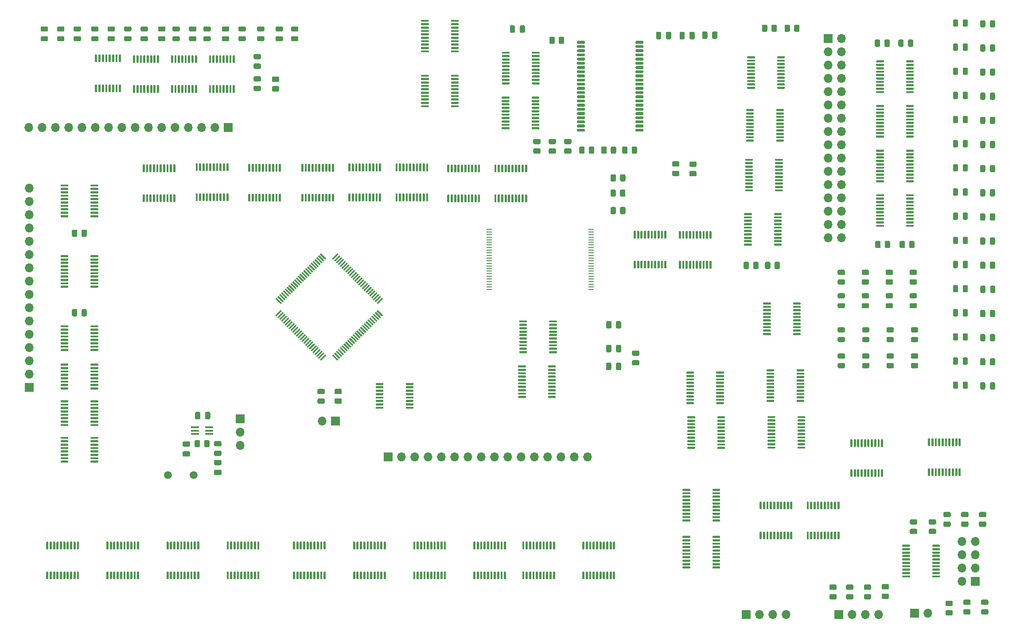
<source format=gts>
%TF.GenerationSoftware,KiCad,Pcbnew,(5.1.10)-1*%
%TF.CreationDate,2021-11-09T21:50:18+08:00*%
%TF.ProjectId,S3_Schematic,53335f53-6368-4656-9d61-7469632e6b69,rev?*%
%TF.SameCoordinates,Original*%
%TF.FileFunction,Soldermask,Top*%
%TF.FilePolarity,Negative*%
%FSLAX46Y46*%
G04 Gerber Fmt 4.6, Leading zero omitted, Abs format (unit mm)*
G04 Created by KiCad (PCBNEW (5.1.10)-1) date 2021-11-09 21:50:18*
%MOMM*%
%LPD*%
G01*
G04 APERTURE LIST*
%ADD10O,1.700000X1.700000*%
%ADD11R,1.700000X1.700000*%
%ADD12C,1.500000*%
%ADD13R,1.500000X0.400000*%
%ADD14R,1.100000X0.250000*%
G04 APERTURE END LIST*
%TO.C,C55*%
G36*
G01*
X196330000Y-35875000D02*
X196330000Y-34925000D01*
G75*
G02*
X196580000Y-34675000I250000J0D01*
G01*
X197080000Y-34675000D01*
G75*
G02*
X197330000Y-34925000I0J-250000D01*
G01*
X197330000Y-35875000D01*
G75*
G02*
X197080000Y-36125000I-250000J0D01*
G01*
X196580000Y-36125000D01*
G75*
G02*
X196330000Y-35875000I0J250000D01*
G01*
G37*
G36*
G01*
X194430000Y-35875000D02*
X194430000Y-34925000D01*
G75*
G02*
X194680000Y-34675000I250000J0D01*
G01*
X195180000Y-34675000D01*
G75*
G02*
X195430000Y-34925000I0J-250000D01*
G01*
X195430000Y-35875000D01*
G75*
G02*
X195180000Y-36125000I-250000J0D01*
G01*
X194680000Y-36125000D01*
G75*
G02*
X194430000Y-35875000I0J250000D01*
G01*
G37*
%TD*%
%TO.C,C46*%
G36*
G01*
X182290000Y-99145000D02*
X182290000Y-98195000D01*
G75*
G02*
X182540000Y-97945000I250000J0D01*
G01*
X183040000Y-97945000D01*
G75*
G02*
X183290000Y-98195000I0J-250000D01*
G01*
X183290000Y-99145000D01*
G75*
G02*
X183040000Y-99395000I-250000J0D01*
G01*
X182540000Y-99395000D01*
G75*
G02*
X182290000Y-99145000I0J250000D01*
G01*
G37*
G36*
G01*
X180390000Y-99145000D02*
X180390000Y-98195000D01*
G75*
G02*
X180640000Y-97945000I250000J0D01*
G01*
X181140000Y-97945000D01*
G75*
G02*
X181390000Y-98195000I0J-250000D01*
G01*
X181390000Y-99145000D01*
G75*
G02*
X181140000Y-99395000I-250000J0D01*
G01*
X180640000Y-99395000D01*
G75*
G02*
X180390000Y-99145000I0J250000D01*
G01*
G37*
%TD*%
%TO.C,C42*%
G36*
G01*
X191840000Y-35865000D02*
X191840000Y-34915000D01*
G75*
G02*
X192090000Y-34665000I250000J0D01*
G01*
X192590000Y-34665000D01*
G75*
G02*
X192840000Y-34915000I0J-250000D01*
G01*
X192840000Y-35865000D01*
G75*
G02*
X192590000Y-36115000I-250000J0D01*
G01*
X192090000Y-36115000D01*
G75*
G02*
X191840000Y-35865000I0J250000D01*
G01*
G37*
G36*
G01*
X189940000Y-35865000D02*
X189940000Y-34915000D01*
G75*
G02*
X190190000Y-34665000I250000J0D01*
G01*
X190690000Y-34665000D01*
G75*
G02*
X190940000Y-34915000I0J-250000D01*
G01*
X190940000Y-35865000D01*
G75*
G02*
X190690000Y-36115000I-250000J0D01*
G01*
X190190000Y-36115000D01*
G75*
G02*
X189940000Y-35865000I0J250000D01*
G01*
G37*
%TD*%
%TO.C,C37*%
G36*
G01*
X200670000Y-35795000D02*
X200670000Y-34845000D01*
G75*
G02*
X200920000Y-34595000I250000J0D01*
G01*
X201420000Y-34595000D01*
G75*
G02*
X201670000Y-34845000I0J-250000D01*
G01*
X201670000Y-35795000D01*
G75*
G02*
X201420000Y-36045000I-250000J0D01*
G01*
X200920000Y-36045000D01*
G75*
G02*
X200670000Y-35795000I0J250000D01*
G01*
G37*
G36*
G01*
X198770000Y-35795000D02*
X198770000Y-34845000D01*
G75*
G02*
X199020000Y-34595000I250000J0D01*
G01*
X199520000Y-34595000D01*
G75*
G02*
X199770000Y-34845000I0J-250000D01*
G01*
X199770000Y-35795000D01*
G75*
G02*
X199520000Y-36045000I-250000J0D01*
G01*
X199020000Y-36045000D01*
G75*
G02*
X198770000Y-35795000I0J250000D01*
G01*
G37*
%TD*%
%TO.C,C17*%
G36*
G01*
X163000000Y-33675000D02*
X163000000Y-34625000D01*
G75*
G02*
X162750000Y-34875000I-250000J0D01*
G01*
X162250000Y-34875000D01*
G75*
G02*
X162000000Y-34625000I0J250000D01*
G01*
X162000000Y-33675000D01*
G75*
G02*
X162250000Y-33425000I250000J0D01*
G01*
X162750000Y-33425000D01*
G75*
G02*
X163000000Y-33675000I0J-250000D01*
G01*
G37*
G36*
G01*
X164900000Y-33675000D02*
X164900000Y-34625000D01*
G75*
G02*
X164650000Y-34875000I-250000J0D01*
G01*
X164150000Y-34875000D01*
G75*
G02*
X163900000Y-34625000I0J250000D01*
G01*
X163900000Y-33675000D01*
G75*
G02*
X164150000Y-33425000I250000J0D01*
G01*
X164650000Y-33425000D01*
G75*
G02*
X164900000Y-33675000I0J-250000D01*
G01*
G37*
%TD*%
%TO.C,C78*%
G36*
G01*
X182300000Y-95725000D02*
X182300000Y-94775000D01*
G75*
G02*
X182550000Y-94525000I250000J0D01*
G01*
X183050000Y-94525000D01*
G75*
G02*
X183300000Y-94775000I0J-250000D01*
G01*
X183300000Y-95725000D01*
G75*
G02*
X183050000Y-95975000I-250000J0D01*
G01*
X182550000Y-95975000D01*
G75*
G02*
X182300000Y-95725000I0J250000D01*
G01*
G37*
G36*
G01*
X180400000Y-95725000D02*
X180400000Y-94775000D01*
G75*
G02*
X180650000Y-94525000I250000J0D01*
G01*
X181150000Y-94525000D01*
G75*
G02*
X181400000Y-94775000I0J-250000D01*
G01*
X181400000Y-95725000D01*
G75*
G02*
X181150000Y-95975000I-250000J0D01*
G01*
X180650000Y-95975000D01*
G75*
G02*
X180400000Y-95725000I0J250000D01*
G01*
G37*
%TD*%
D10*
%TO.C,J7*%
X225340000Y-74100000D03*
X222800000Y-74100000D03*
X225340000Y-71560000D03*
X222800000Y-71560000D03*
X225340000Y-69020000D03*
X222800000Y-69020000D03*
X225340000Y-66480000D03*
X222800000Y-66480000D03*
X225340000Y-63940000D03*
X222800000Y-63940000D03*
X225340000Y-61400000D03*
X222800000Y-61400000D03*
X225340000Y-58860000D03*
X222800000Y-58860000D03*
X225340000Y-56320000D03*
X222800000Y-56320000D03*
X225340000Y-53780000D03*
X222800000Y-53780000D03*
X225340000Y-51240000D03*
X222800000Y-51240000D03*
X225340000Y-48700000D03*
X222800000Y-48700000D03*
X225340000Y-46160000D03*
X222800000Y-46160000D03*
X225340000Y-43620000D03*
X222800000Y-43620000D03*
X225340000Y-41080000D03*
X222800000Y-41080000D03*
X225340000Y-38540000D03*
X222800000Y-38540000D03*
X225340000Y-36000000D03*
D11*
X222800000Y-36000000D03*
%TD*%
%TO.C,U64*%
G36*
G01*
X142115000Y-102115000D02*
X142115000Y-101915000D01*
G75*
G02*
X142215000Y-101815000I100000J0D01*
G01*
X143490000Y-101815000D01*
G75*
G02*
X143590000Y-101915000I0J-100000D01*
G01*
X143590000Y-102115000D01*
G75*
G02*
X143490000Y-102215000I-100000J0D01*
G01*
X142215000Y-102215000D01*
G75*
G02*
X142115000Y-102115000I0J100000D01*
G01*
G37*
G36*
G01*
X142115000Y-102765000D02*
X142115000Y-102565000D01*
G75*
G02*
X142215000Y-102465000I100000J0D01*
G01*
X143490000Y-102465000D01*
G75*
G02*
X143590000Y-102565000I0J-100000D01*
G01*
X143590000Y-102765000D01*
G75*
G02*
X143490000Y-102865000I-100000J0D01*
G01*
X142215000Y-102865000D01*
G75*
G02*
X142115000Y-102765000I0J100000D01*
G01*
G37*
G36*
G01*
X142115000Y-103415000D02*
X142115000Y-103215000D01*
G75*
G02*
X142215000Y-103115000I100000J0D01*
G01*
X143490000Y-103115000D01*
G75*
G02*
X143590000Y-103215000I0J-100000D01*
G01*
X143590000Y-103415000D01*
G75*
G02*
X143490000Y-103515000I-100000J0D01*
G01*
X142215000Y-103515000D01*
G75*
G02*
X142115000Y-103415000I0J100000D01*
G01*
G37*
G36*
G01*
X142115000Y-104065000D02*
X142115000Y-103865000D01*
G75*
G02*
X142215000Y-103765000I100000J0D01*
G01*
X143490000Y-103765000D01*
G75*
G02*
X143590000Y-103865000I0J-100000D01*
G01*
X143590000Y-104065000D01*
G75*
G02*
X143490000Y-104165000I-100000J0D01*
G01*
X142215000Y-104165000D01*
G75*
G02*
X142115000Y-104065000I0J100000D01*
G01*
G37*
G36*
G01*
X142115000Y-104715000D02*
X142115000Y-104515000D01*
G75*
G02*
X142215000Y-104415000I100000J0D01*
G01*
X143490000Y-104415000D01*
G75*
G02*
X143590000Y-104515000I0J-100000D01*
G01*
X143590000Y-104715000D01*
G75*
G02*
X143490000Y-104815000I-100000J0D01*
G01*
X142215000Y-104815000D01*
G75*
G02*
X142115000Y-104715000I0J100000D01*
G01*
G37*
G36*
G01*
X142115000Y-105365000D02*
X142115000Y-105165000D01*
G75*
G02*
X142215000Y-105065000I100000J0D01*
G01*
X143490000Y-105065000D01*
G75*
G02*
X143590000Y-105165000I0J-100000D01*
G01*
X143590000Y-105365000D01*
G75*
G02*
X143490000Y-105465000I-100000J0D01*
G01*
X142215000Y-105465000D01*
G75*
G02*
X142115000Y-105365000I0J100000D01*
G01*
G37*
G36*
G01*
X142115000Y-106015000D02*
X142115000Y-105815000D01*
G75*
G02*
X142215000Y-105715000I100000J0D01*
G01*
X143490000Y-105715000D01*
G75*
G02*
X143590000Y-105815000I0J-100000D01*
G01*
X143590000Y-106015000D01*
G75*
G02*
X143490000Y-106115000I-100000J0D01*
G01*
X142215000Y-106115000D01*
G75*
G02*
X142115000Y-106015000I0J100000D01*
G01*
G37*
G36*
G01*
X142115000Y-106665000D02*
X142115000Y-106465000D01*
G75*
G02*
X142215000Y-106365000I100000J0D01*
G01*
X143490000Y-106365000D01*
G75*
G02*
X143590000Y-106465000I0J-100000D01*
G01*
X143590000Y-106665000D01*
G75*
G02*
X143490000Y-106765000I-100000J0D01*
G01*
X142215000Y-106765000D01*
G75*
G02*
X142115000Y-106665000I0J100000D01*
G01*
G37*
G36*
G01*
X136390000Y-106665000D02*
X136390000Y-106465000D01*
G75*
G02*
X136490000Y-106365000I100000J0D01*
G01*
X137765000Y-106365000D01*
G75*
G02*
X137865000Y-106465000I0J-100000D01*
G01*
X137865000Y-106665000D01*
G75*
G02*
X137765000Y-106765000I-100000J0D01*
G01*
X136490000Y-106765000D01*
G75*
G02*
X136390000Y-106665000I0J100000D01*
G01*
G37*
G36*
G01*
X136390000Y-106015000D02*
X136390000Y-105815000D01*
G75*
G02*
X136490000Y-105715000I100000J0D01*
G01*
X137765000Y-105715000D01*
G75*
G02*
X137865000Y-105815000I0J-100000D01*
G01*
X137865000Y-106015000D01*
G75*
G02*
X137765000Y-106115000I-100000J0D01*
G01*
X136490000Y-106115000D01*
G75*
G02*
X136390000Y-106015000I0J100000D01*
G01*
G37*
G36*
G01*
X136390000Y-105365000D02*
X136390000Y-105165000D01*
G75*
G02*
X136490000Y-105065000I100000J0D01*
G01*
X137765000Y-105065000D01*
G75*
G02*
X137865000Y-105165000I0J-100000D01*
G01*
X137865000Y-105365000D01*
G75*
G02*
X137765000Y-105465000I-100000J0D01*
G01*
X136490000Y-105465000D01*
G75*
G02*
X136390000Y-105365000I0J100000D01*
G01*
G37*
G36*
G01*
X136390000Y-104715000D02*
X136390000Y-104515000D01*
G75*
G02*
X136490000Y-104415000I100000J0D01*
G01*
X137765000Y-104415000D01*
G75*
G02*
X137865000Y-104515000I0J-100000D01*
G01*
X137865000Y-104715000D01*
G75*
G02*
X137765000Y-104815000I-100000J0D01*
G01*
X136490000Y-104815000D01*
G75*
G02*
X136390000Y-104715000I0J100000D01*
G01*
G37*
G36*
G01*
X136390000Y-104065000D02*
X136390000Y-103865000D01*
G75*
G02*
X136490000Y-103765000I100000J0D01*
G01*
X137765000Y-103765000D01*
G75*
G02*
X137865000Y-103865000I0J-100000D01*
G01*
X137865000Y-104065000D01*
G75*
G02*
X137765000Y-104165000I-100000J0D01*
G01*
X136490000Y-104165000D01*
G75*
G02*
X136390000Y-104065000I0J100000D01*
G01*
G37*
G36*
G01*
X136390000Y-103415000D02*
X136390000Y-103215000D01*
G75*
G02*
X136490000Y-103115000I100000J0D01*
G01*
X137765000Y-103115000D01*
G75*
G02*
X137865000Y-103215000I0J-100000D01*
G01*
X137865000Y-103415000D01*
G75*
G02*
X137765000Y-103515000I-100000J0D01*
G01*
X136490000Y-103515000D01*
G75*
G02*
X136390000Y-103415000I0J100000D01*
G01*
G37*
G36*
G01*
X136390000Y-102765000D02*
X136390000Y-102565000D01*
G75*
G02*
X136490000Y-102465000I100000J0D01*
G01*
X137765000Y-102465000D01*
G75*
G02*
X137865000Y-102565000I0J-100000D01*
G01*
X137865000Y-102765000D01*
G75*
G02*
X137765000Y-102865000I-100000J0D01*
G01*
X136490000Y-102865000D01*
G75*
G02*
X136390000Y-102765000I0J100000D01*
G01*
G37*
G36*
G01*
X136390000Y-102115000D02*
X136390000Y-101915000D01*
G75*
G02*
X136490000Y-101815000I100000J0D01*
G01*
X137765000Y-101815000D01*
G75*
G02*
X137865000Y-101915000I0J-100000D01*
G01*
X137865000Y-102115000D01*
G75*
G02*
X137765000Y-102215000I-100000J0D01*
G01*
X136490000Y-102215000D01*
G75*
G02*
X136390000Y-102115000I0J100000D01*
G01*
G37*
%TD*%
%TO.C,R153*%
G36*
G01*
X167630001Y-56170000D02*
X166729999Y-56170000D01*
G75*
G02*
X166480000Y-55920001I0J249999D01*
G01*
X166480000Y-55394999D01*
G75*
G02*
X166729999Y-55145000I249999J0D01*
G01*
X167630001Y-55145000D01*
G75*
G02*
X167880000Y-55394999I0J-249999D01*
G01*
X167880000Y-55920001D01*
G75*
G02*
X167630001Y-56170000I-249999J0D01*
G01*
G37*
G36*
G01*
X167630001Y-57995000D02*
X166729999Y-57995000D01*
G75*
G02*
X166480000Y-57745001I0J249999D01*
G01*
X166480000Y-57219999D01*
G75*
G02*
X166729999Y-56970000I249999J0D01*
G01*
X167630001Y-56970000D01*
G75*
G02*
X167880000Y-57219999I0J-249999D01*
G01*
X167880000Y-57745001D01*
G75*
G02*
X167630001Y-57995000I-249999J0D01*
G01*
G37*
%TD*%
%TO.C,R152*%
G36*
G01*
X170580001Y-56170000D02*
X169679999Y-56170000D01*
G75*
G02*
X169430000Y-55920001I0J249999D01*
G01*
X169430000Y-55394999D01*
G75*
G02*
X169679999Y-55145000I249999J0D01*
G01*
X170580001Y-55145000D01*
G75*
G02*
X170830000Y-55394999I0J-249999D01*
G01*
X170830000Y-55920001D01*
G75*
G02*
X170580001Y-56170000I-249999J0D01*
G01*
G37*
G36*
G01*
X170580001Y-57995000D02*
X169679999Y-57995000D01*
G75*
G02*
X169430000Y-57745001I0J249999D01*
G01*
X169430000Y-57219999D01*
G75*
G02*
X169679999Y-56970000I249999J0D01*
G01*
X170580001Y-56970000D01*
G75*
G02*
X170830000Y-57219999I0J-249999D01*
G01*
X170830000Y-57745001D01*
G75*
G02*
X170580001Y-57995000I-249999J0D01*
G01*
G37*
%TD*%
%TO.C,R151*%
G36*
G01*
X173530001Y-56170000D02*
X172629999Y-56170000D01*
G75*
G02*
X172380000Y-55920001I0J249999D01*
G01*
X172380000Y-55394999D01*
G75*
G02*
X172629999Y-55145000I249999J0D01*
G01*
X173530001Y-55145000D01*
G75*
G02*
X173780000Y-55394999I0J-249999D01*
G01*
X173780000Y-55920001D01*
G75*
G02*
X173530001Y-56170000I-249999J0D01*
G01*
G37*
G36*
G01*
X173530001Y-57995000D02*
X172629999Y-57995000D01*
G75*
G02*
X172380000Y-57745001I0J249999D01*
G01*
X172380000Y-57219999D01*
G75*
G02*
X172629999Y-56970000I249999J0D01*
G01*
X173530001Y-56970000D01*
G75*
G02*
X173780000Y-57219999I0J-249999D01*
G01*
X173780000Y-57745001D01*
G75*
G02*
X173530001Y-57995000I-249999J0D01*
G01*
G37*
%TD*%
%TO.C,U34*%
G36*
G01*
X210043000Y-125998000D02*
X209843000Y-125998000D01*
G75*
G02*
X209743000Y-125898000I0J100000D01*
G01*
X209743000Y-124623000D01*
G75*
G02*
X209843000Y-124523000I100000J0D01*
G01*
X210043000Y-124523000D01*
G75*
G02*
X210143000Y-124623000I0J-100000D01*
G01*
X210143000Y-125898000D01*
G75*
G02*
X210043000Y-125998000I-100000J0D01*
G01*
G37*
G36*
G01*
X210693000Y-125998000D02*
X210493000Y-125998000D01*
G75*
G02*
X210393000Y-125898000I0J100000D01*
G01*
X210393000Y-124623000D01*
G75*
G02*
X210493000Y-124523000I100000J0D01*
G01*
X210693000Y-124523000D01*
G75*
G02*
X210793000Y-124623000I0J-100000D01*
G01*
X210793000Y-125898000D01*
G75*
G02*
X210693000Y-125998000I-100000J0D01*
G01*
G37*
G36*
G01*
X211343000Y-125998000D02*
X211143000Y-125998000D01*
G75*
G02*
X211043000Y-125898000I0J100000D01*
G01*
X211043000Y-124623000D01*
G75*
G02*
X211143000Y-124523000I100000J0D01*
G01*
X211343000Y-124523000D01*
G75*
G02*
X211443000Y-124623000I0J-100000D01*
G01*
X211443000Y-125898000D01*
G75*
G02*
X211343000Y-125998000I-100000J0D01*
G01*
G37*
G36*
G01*
X211993000Y-125998000D02*
X211793000Y-125998000D01*
G75*
G02*
X211693000Y-125898000I0J100000D01*
G01*
X211693000Y-124623000D01*
G75*
G02*
X211793000Y-124523000I100000J0D01*
G01*
X211993000Y-124523000D01*
G75*
G02*
X212093000Y-124623000I0J-100000D01*
G01*
X212093000Y-125898000D01*
G75*
G02*
X211993000Y-125998000I-100000J0D01*
G01*
G37*
G36*
G01*
X212643000Y-125998000D02*
X212443000Y-125998000D01*
G75*
G02*
X212343000Y-125898000I0J100000D01*
G01*
X212343000Y-124623000D01*
G75*
G02*
X212443000Y-124523000I100000J0D01*
G01*
X212643000Y-124523000D01*
G75*
G02*
X212743000Y-124623000I0J-100000D01*
G01*
X212743000Y-125898000D01*
G75*
G02*
X212643000Y-125998000I-100000J0D01*
G01*
G37*
G36*
G01*
X213293000Y-125998000D02*
X213093000Y-125998000D01*
G75*
G02*
X212993000Y-125898000I0J100000D01*
G01*
X212993000Y-124623000D01*
G75*
G02*
X213093000Y-124523000I100000J0D01*
G01*
X213293000Y-124523000D01*
G75*
G02*
X213393000Y-124623000I0J-100000D01*
G01*
X213393000Y-125898000D01*
G75*
G02*
X213293000Y-125998000I-100000J0D01*
G01*
G37*
G36*
G01*
X213943000Y-125998000D02*
X213743000Y-125998000D01*
G75*
G02*
X213643000Y-125898000I0J100000D01*
G01*
X213643000Y-124623000D01*
G75*
G02*
X213743000Y-124523000I100000J0D01*
G01*
X213943000Y-124523000D01*
G75*
G02*
X214043000Y-124623000I0J-100000D01*
G01*
X214043000Y-125898000D01*
G75*
G02*
X213943000Y-125998000I-100000J0D01*
G01*
G37*
G36*
G01*
X214593000Y-125998000D02*
X214393000Y-125998000D01*
G75*
G02*
X214293000Y-125898000I0J100000D01*
G01*
X214293000Y-124623000D01*
G75*
G02*
X214393000Y-124523000I100000J0D01*
G01*
X214593000Y-124523000D01*
G75*
G02*
X214693000Y-124623000I0J-100000D01*
G01*
X214693000Y-125898000D01*
G75*
G02*
X214593000Y-125998000I-100000J0D01*
G01*
G37*
G36*
G01*
X215243000Y-125998000D02*
X215043000Y-125998000D01*
G75*
G02*
X214943000Y-125898000I0J100000D01*
G01*
X214943000Y-124623000D01*
G75*
G02*
X215043000Y-124523000I100000J0D01*
G01*
X215243000Y-124523000D01*
G75*
G02*
X215343000Y-124623000I0J-100000D01*
G01*
X215343000Y-125898000D01*
G75*
G02*
X215243000Y-125998000I-100000J0D01*
G01*
G37*
G36*
G01*
X215893000Y-125998000D02*
X215693000Y-125998000D01*
G75*
G02*
X215593000Y-125898000I0J100000D01*
G01*
X215593000Y-124623000D01*
G75*
G02*
X215693000Y-124523000I100000J0D01*
G01*
X215893000Y-124523000D01*
G75*
G02*
X215993000Y-124623000I0J-100000D01*
G01*
X215993000Y-125898000D01*
G75*
G02*
X215893000Y-125998000I-100000J0D01*
G01*
G37*
G36*
G01*
X215893000Y-131723000D02*
X215693000Y-131723000D01*
G75*
G02*
X215593000Y-131623000I0J100000D01*
G01*
X215593000Y-130348000D01*
G75*
G02*
X215693000Y-130248000I100000J0D01*
G01*
X215893000Y-130248000D01*
G75*
G02*
X215993000Y-130348000I0J-100000D01*
G01*
X215993000Y-131623000D01*
G75*
G02*
X215893000Y-131723000I-100000J0D01*
G01*
G37*
G36*
G01*
X215243000Y-131723000D02*
X215043000Y-131723000D01*
G75*
G02*
X214943000Y-131623000I0J100000D01*
G01*
X214943000Y-130348000D01*
G75*
G02*
X215043000Y-130248000I100000J0D01*
G01*
X215243000Y-130248000D01*
G75*
G02*
X215343000Y-130348000I0J-100000D01*
G01*
X215343000Y-131623000D01*
G75*
G02*
X215243000Y-131723000I-100000J0D01*
G01*
G37*
G36*
G01*
X214593000Y-131723000D02*
X214393000Y-131723000D01*
G75*
G02*
X214293000Y-131623000I0J100000D01*
G01*
X214293000Y-130348000D01*
G75*
G02*
X214393000Y-130248000I100000J0D01*
G01*
X214593000Y-130248000D01*
G75*
G02*
X214693000Y-130348000I0J-100000D01*
G01*
X214693000Y-131623000D01*
G75*
G02*
X214593000Y-131723000I-100000J0D01*
G01*
G37*
G36*
G01*
X213943000Y-131723000D02*
X213743000Y-131723000D01*
G75*
G02*
X213643000Y-131623000I0J100000D01*
G01*
X213643000Y-130348000D01*
G75*
G02*
X213743000Y-130248000I100000J0D01*
G01*
X213943000Y-130248000D01*
G75*
G02*
X214043000Y-130348000I0J-100000D01*
G01*
X214043000Y-131623000D01*
G75*
G02*
X213943000Y-131723000I-100000J0D01*
G01*
G37*
G36*
G01*
X213293000Y-131723000D02*
X213093000Y-131723000D01*
G75*
G02*
X212993000Y-131623000I0J100000D01*
G01*
X212993000Y-130348000D01*
G75*
G02*
X213093000Y-130248000I100000J0D01*
G01*
X213293000Y-130248000D01*
G75*
G02*
X213393000Y-130348000I0J-100000D01*
G01*
X213393000Y-131623000D01*
G75*
G02*
X213293000Y-131723000I-100000J0D01*
G01*
G37*
G36*
G01*
X212643000Y-131723000D02*
X212443000Y-131723000D01*
G75*
G02*
X212343000Y-131623000I0J100000D01*
G01*
X212343000Y-130348000D01*
G75*
G02*
X212443000Y-130248000I100000J0D01*
G01*
X212643000Y-130248000D01*
G75*
G02*
X212743000Y-130348000I0J-100000D01*
G01*
X212743000Y-131623000D01*
G75*
G02*
X212643000Y-131723000I-100000J0D01*
G01*
G37*
G36*
G01*
X211993000Y-131723000D02*
X211793000Y-131723000D01*
G75*
G02*
X211693000Y-131623000I0J100000D01*
G01*
X211693000Y-130348000D01*
G75*
G02*
X211793000Y-130248000I100000J0D01*
G01*
X211993000Y-130248000D01*
G75*
G02*
X212093000Y-130348000I0J-100000D01*
G01*
X212093000Y-131623000D01*
G75*
G02*
X211993000Y-131723000I-100000J0D01*
G01*
G37*
G36*
G01*
X211343000Y-131723000D02*
X211143000Y-131723000D01*
G75*
G02*
X211043000Y-131623000I0J100000D01*
G01*
X211043000Y-130348000D01*
G75*
G02*
X211143000Y-130248000I100000J0D01*
G01*
X211343000Y-130248000D01*
G75*
G02*
X211443000Y-130348000I0J-100000D01*
G01*
X211443000Y-131623000D01*
G75*
G02*
X211343000Y-131723000I-100000J0D01*
G01*
G37*
G36*
G01*
X210693000Y-131723000D02*
X210493000Y-131723000D01*
G75*
G02*
X210393000Y-131623000I0J100000D01*
G01*
X210393000Y-130348000D01*
G75*
G02*
X210493000Y-130248000I100000J0D01*
G01*
X210693000Y-130248000D01*
G75*
G02*
X210793000Y-130348000I0J-100000D01*
G01*
X210793000Y-131623000D01*
G75*
G02*
X210693000Y-131723000I-100000J0D01*
G01*
G37*
G36*
G01*
X210043000Y-131723000D02*
X209843000Y-131723000D01*
G75*
G02*
X209743000Y-131623000I0J100000D01*
G01*
X209743000Y-130348000D01*
G75*
G02*
X209843000Y-130248000I100000J0D01*
G01*
X210043000Y-130248000D01*
G75*
G02*
X210143000Y-130348000I0J-100000D01*
G01*
X210143000Y-131623000D01*
G75*
G02*
X210043000Y-131723000I-100000J0D01*
G01*
G37*
%TD*%
D12*
%TO.C,Y1*%
X101580000Y-119450000D03*
X96700000Y-119450000D03*
%TD*%
%TO.C,U2*%
G36*
G01*
X238475000Y-138725000D02*
X238475000Y-138925000D01*
G75*
G02*
X238375000Y-139025000I-100000J0D01*
G01*
X237100000Y-139025000D01*
G75*
G02*
X237000000Y-138925000I0J100000D01*
G01*
X237000000Y-138725000D01*
G75*
G02*
X237100000Y-138625000I100000J0D01*
G01*
X238375000Y-138625000D01*
G75*
G02*
X238475000Y-138725000I0J-100000D01*
G01*
G37*
G36*
G01*
X238475000Y-138075000D02*
X238475000Y-138275000D01*
G75*
G02*
X238375000Y-138375000I-100000J0D01*
G01*
X237100000Y-138375000D01*
G75*
G02*
X237000000Y-138275000I0J100000D01*
G01*
X237000000Y-138075000D01*
G75*
G02*
X237100000Y-137975000I100000J0D01*
G01*
X238375000Y-137975000D01*
G75*
G02*
X238475000Y-138075000I0J-100000D01*
G01*
G37*
G36*
G01*
X238475000Y-137425000D02*
X238475000Y-137625000D01*
G75*
G02*
X238375000Y-137725000I-100000J0D01*
G01*
X237100000Y-137725000D01*
G75*
G02*
X237000000Y-137625000I0J100000D01*
G01*
X237000000Y-137425000D01*
G75*
G02*
X237100000Y-137325000I100000J0D01*
G01*
X238375000Y-137325000D01*
G75*
G02*
X238475000Y-137425000I0J-100000D01*
G01*
G37*
G36*
G01*
X238475000Y-136775000D02*
X238475000Y-136975000D01*
G75*
G02*
X238375000Y-137075000I-100000J0D01*
G01*
X237100000Y-137075000D01*
G75*
G02*
X237000000Y-136975000I0J100000D01*
G01*
X237000000Y-136775000D01*
G75*
G02*
X237100000Y-136675000I100000J0D01*
G01*
X238375000Y-136675000D01*
G75*
G02*
X238475000Y-136775000I0J-100000D01*
G01*
G37*
G36*
G01*
X238475000Y-136125000D02*
X238475000Y-136325000D01*
G75*
G02*
X238375000Y-136425000I-100000J0D01*
G01*
X237100000Y-136425000D01*
G75*
G02*
X237000000Y-136325000I0J100000D01*
G01*
X237000000Y-136125000D01*
G75*
G02*
X237100000Y-136025000I100000J0D01*
G01*
X238375000Y-136025000D01*
G75*
G02*
X238475000Y-136125000I0J-100000D01*
G01*
G37*
G36*
G01*
X238475000Y-135475000D02*
X238475000Y-135675000D01*
G75*
G02*
X238375000Y-135775000I-100000J0D01*
G01*
X237100000Y-135775000D01*
G75*
G02*
X237000000Y-135675000I0J100000D01*
G01*
X237000000Y-135475000D01*
G75*
G02*
X237100000Y-135375000I100000J0D01*
G01*
X238375000Y-135375000D01*
G75*
G02*
X238475000Y-135475000I0J-100000D01*
G01*
G37*
G36*
G01*
X238475000Y-134825000D02*
X238475000Y-135025000D01*
G75*
G02*
X238375000Y-135125000I-100000J0D01*
G01*
X237100000Y-135125000D01*
G75*
G02*
X237000000Y-135025000I0J100000D01*
G01*
X237000000Y-134825000D01*
G75*
G02*
X237100000Y-134725000I100000J0D01*
G01*
X238375000Y-134725000D01*
G75*
G02*
X238475000Y-134825000I0J-100000D01*
G01*
G37*
G36*
G01*
X238475000Y-134175000D02*
X238475000Y-134375000D01*
G75*
G02*
X238375000Y-134475000I-100000J0D01*
G01*
X237100000Y-134475000D01*
G75*
G02*
X237000000Y-134375000I0J100000D01*
G01*
X237000000Y-134175000D01*
G75*
G02*
X237100000Y-134075000I100000J0D01*
G01*
X238375000Y-134075000D01*
G75*
G02*
X238475000Y-134175000I0J-100000D01*
G01*
G37*
G36*
G01*
X238475000Y-133525000D02*
X238475000Y-133725000D01*
G75*
G02*
X238375000Y-133825000I-100000J0D01*
G01*
X237100000Y-133825000D01*
G75*
G02*
X237000000Y-133725000I0J100000D01*
G01*
X237000000Y-133525000D01*
G75*
G02*
X237100000Y-133425000I100000J0D01*
G01*
X238375000Y-133425000D01*
G75*
G02*
X238475000Y-133525000I0J-100000D01*
G01*
G37*
G36*
G01*
X238475000Y-132875000D02*
X238475000Y-133075000D01*
G75*
G02*
X238375000Y-133175000I-100000J0D01*
G01*
X237100000Y-133175000D01*
G75*
G02*
X237000000Y-133075000I0J100000D01*
G01*
X237000000Y-132875000D01*
G75*
G02*
X237100000Y-132775000I100000J0D01*
G01*
X238375000Y-132775000D01*
G75*
G02*
X238475000Y-132875000I0J-100000D01*
G01*
G37*
G36*
G01*
X244200000Y-132875000D02*
X244200000Y-133075000D01*
G75*
G02*
X244100000Y-133175000I-100000J0D01*
G01*
X242825000Y-133175000D01*
G75*
G02*
X242725000Y-133075000I0J100000D01*
G01*
X242725000Y-132875000D01*
G75*
G02*
X242825000Y-132775000I100000J0D01*
G01*
X244100000Y-132775000D01*
G75*
G02*
X244200000Y-132875000I0J-100000D01*
G01*
G37*
G36*
G01*
X244200000Y-133525000D02*
X244200000Y-133725000D01*
G75*
G02*
X244100000Y-133825000I-100000J0D01*
G01*
X242825000Y-133825000D01*
G75*
G02*
X242725000Y-133725000I0J100000D01*
G01*
X242725000Y-133525000D01*
G75*
G02*
X242825000Y-133425000I100000J0D01*
G01*
X244100000Y-133425000D01*
G75*
G02*
X244200000Y-133525000I0J-100000D01*
G01*
G37*
G36*
G01*
X244200000Y-134175000D02*
X244200000Y-134375000D01*
G75*
G02*
X244100000Y-134475000I-100000J0D01*
G01*
X242825000Y-134475000D01*
G75*
G02*
X242725000Y-134375000I0J100000D01*
G01*
X242725000Y-134175000D01*
G75*
G02*
X242825000Y-134075000I100000J0D01*
G01*
X244100000Y-134075000D01*
G75*
G02*
X244200000Y-134175000I0J-100000D01*
G01*
G37*
G36*
G01*
X244200000Y-134825000D02*
X244200000Y-135025000D01*
G75*
G02*
X244100000Y-135125000I-100000J0D01*
G01*
X242825000Y-135125000D01*
G75*
G02*
X242725000Y-135025000I0J100000D01*
G01*
X242725000Y-134825000D01*
G75*
G02*
X242825000Y-134725000I100000J0D01*
G01*
X244100000Y-134725000D01*
G75*
G02*
X244200000Y-134825000I0J-100000D01*
G01*
G37*
G36*
G01*
X244200000Y-135475000D02*
X244200000Y-135675000D01*
G75*
G02*
X244100000Y-135775000I-100000J0D01*
G01*
X242825000Y-135775000D01*
G75*
G02*
X242725000Y-135675000I0J100000D01*
G01*
X242725000Y-135475000D01*
G75*
G02*
X242825000Y-135375000I100000J0D01*
G01*
X244100000Y-135375000D01*
G75*
G02*
X244200000Y-135475000I0J-100000D01*
G01*
G37*
G36*
G01*
X244200000Y-136125000D02*
X244200000Y-136325000D01*
G75*
G02*
X244100000Y-136425000I-100000J0D01*
G01*
X242825000Y-136425000D01*
G75*
G02*
X242725000Y-136325000I0J100000D01*
G01*
X242725000Y-136125000D01*
G75*
G02*
X242825000Y-136025000I100000J0D01*
G01*
X244100000Y-136025000D01*
G75*
G02*
X244200000Y-136125000I0J-100000D01*
G01*
G37*
G36*
G01*
X244200000Y-136775000D02*
X244200000Y-136975000D01*
G75*
G02*
X244100000Y-137075000I-100000J0D01*
G01*
X242825000Y-137075000D01*
G75*
G02*
X242725000Y-136975000I0J100000D01*
G01*
X242725000Y-136775000D01*
G75*
G02*
X242825000Y-136675000I100000J0D01*
G01*
X244100000Y-136675000D01*
G75*
G02*
X244200000Y-136775000I0J-100000D01*
G01*
G37*
G36*
G01*
X244200000Y-137425000D02*
X244200000Y-137625000D01*
G75*
G02*
X244100000Y-137725000I-100000J0D01*
G01*
X242825000Y-137725000D01*
G75*
G02*
X242725000Y-137625000I0J100000D01*
G01*
X242725000Y-137425000D01*
G75*
G02*
X242825000Y-137325000I100000J0D01*
G01*
X244100000Y-137325000D01*
G75*
G02*
X244200000Y-137425000I0J-100000D01*
G01*
G37*
G36*
G01*
X244200000Y-138075000D02*
X244200000Y-138275000D01*
G75*
G02*
X244100000Y-138375000I-100000J0D01*
G01*
X242825000Y-138375000D01*
G75*
G02*
X242725000Y-138275000I0J100000D01*
G01*
X242725000Y-138075000D01*
G75*
G02*
X242825000Y-137975000I100000J0D01*
G01*
X244100000Y-137975000D01*
G75*
G02*
X244200000Y-138075000I0J-100000D01*
G01*
G37*
G36*
G01*
X244200000Y-138725000D02*
X244200000Y-138925000D01*
G75*
G02*
X244100000Y-139025000I-100000J0D01*
G01*
X242825000Y-139025000D01*
G75*
G02*
X242725000Y-138925000I0J100000D01*
G01*
X242725000Y-138725000D01*
G75*
G02*
X242825000Y-138625000I100000J0D01*
G01*
X244100000Y-138625000D01*
G75*
G02*
X244200000Y-138725000I0J-100000D01*
G01*
G37*
%TD*%
D13*
%TO.C,U1*%
X104530000Y-110300000D03*
X104530000Y-110950000D03*
X104530000Y-111600000D03*
X101870000Y-111600000D03*
X101870000Y-110950000D03*
X101870000Y-110300000D03*
%TD*%
%TO.C,U63*%
G36*
G01*
X118201546Y-86698959D02*
X117264630Y-85762043D01*
G75*
G02*
X117264630Y-85655977I53033J53033D01*
G01*
X117370696Y-85549911D01*
G75*
G02*
X117476762Y-85549911I53033J-53033D01*
G01*
X118413678Y-86486827D01*
G75*
G02*
X118413678Y-86592893I-53033J-53033D01*
G01*
X118307612Y-86698959D01*
G75*
G02*
X118201546Y-86698959I-53033J53033D01*
G01*
G37*
G36*
G01*
X118555099Y-86345406D02*
X117618183Y-85408490D01*
G75*
G02*
X117618183Y-85302424I53033J53033D01*
G01*
X117724249Y-85196358D01*
G75*
G02*
X117830315Y-85196358I53033J-53033D01*
G01*
X118767231Y-86133274D01*
G75*
G02*
X118767231Y-86239340I-53033J-53033D01*
G01*
X118661165Y-86345406D01*
G75*
G02*
X118555099Y-86345406I-53033J53033D01*
G01*
G37*
G36*
G01*
X118908652Y-85991852D02*
X117971736Y-85054936D01*
G75*
G02*
X117971736Y-84948870I53033J53033D01*
G01*
X118077802Y-84842804D01*
G75*
G02*
X118183868Y-84842804I53033J-53033D01*
G01*
X119120784Y-85779720D01*
G75*
G02*
X119120784Y-85885786I-53033J-53033D01*
G01*
X119014718Y-85991852D01*
G75*
G02*
X118908652Y-85991852I-53033J53033D01*
G01*
G37*
G36*
G01*
X119262206Y-85638299D02*
X118325290Y-84701383D01*
G75*
G02*
X118325290Y-84595317I53033J53033D01*
G01*
X118431356Y-84489251D01*
G75*
G02*
X118537422Y-84489251I53033J-53033D01*
G01*
X119474338Y-85426167D01*
G75*
G02*
X119474338Y-85532233I-53033J-53033D01*
G01*
X119368272Y-85638299D01*
G75*
G02*
X119262206Y-85638299I-53033J53033D01*
G01*
G37*
G36*
G01*
X119615759Y-85284745D02*
X118678843Y-84347829D01*
G75*
G02*
X118678843Y-84241763I53033J53033D01*
G01*
X118784909Y-84135697D01*
G75*
G02*
X118890975Y-84135697I53033J-53033D01*
G01*
X119827891Y-85072613D01*
G75*
G02*
X119827891Y-85178679I-53033J-53033D01*
G01*
X119721825Y-85284745D01*
G75*
G02*
X119615759Y-85284745I-53033J53033D01*
G01*
G37*
G36*
G01*
X119969313Y-84931192D02*
X119032397Y-83994276D01*
G75*
G02*
X119032397Y-83888210I53033J53033D01*
G01*
X119138463Y-83782144D01*
G75*
G02*
X119244529Y-83782144I53033J-53033D01*
G01*
X120181445Y-84719060D01*
G75*
G02*
X120181445Y-84825126I-53033J-53033D01*
G01*
X120075379Y-84931192D01*
G75*
G02*
X119969313Y-84931192I-53033J53033D01*
G01*
G37*
G36*
G01*
X120322866Y-84577639D02*
X119385950Y-83640723D01*
G75*
G02*
X119385950Y-83534657I53033J53033D01*
G01*
X119492016Y-83428591D01*
G75*
G02*
X119598082Y-83428591I53033J-53033D01*
G01*
X120534998Y-84365507D01*
G75*
G02*
X120534998Y-84471573I-53033J-53033D01*
G01*
X120428932Y-84577639D01*
G75*
G02*
X120322866Y-84577639I-53033J53033D01*
G01*
G37*
G36*
G01*
X120676419Y-84224085D02*
X119739503Y-83287169D01*
G75*
G02*
X119739503Y-83181103I53033J53033D01*
G01*
X119845569Y-83075037D01*
G75*
G02*
X119951635Y-83075037I53033J-53033D01*
G01*
X120888551Y-84011953D01*
G75*
G02*
X120888551Y-84118019I-53033J-53033D01*
G01*
X120782485Y-84224085D01*
G75*
G02*
X120676419Y-84224085I-53033J53033D01*
G01*
G37*
G36*
G01*
X121029973Y-83870532D02*
X120093057Y-82933616D01*
G75*
G02*
X120093057Y-82827550I53033J53033D01*
G01*
X120199123Y-82721484D01*
G75*
G02*
X120305189Y-82721484I53033J-53033D01*
G01*
X121242105Y-83658400D01*
G75*
G02*
X121242105Y-83764466I-53033J-53033D01*
G01*
X121136039Y-83870532D01*
G75*
G02*
X121029973Y-83870532I-53033J53033D01*
G01*
G37*
G36*
G01*
X121383526Y-83516978D02*
X120446610Y-82580062D01*
G75*
G02*
X120446610Y-82473996I53033J53033D01*
G01*
X120552676Y-82367930D01*
G75*
G02*
X120658742Y-82367930I53033J-53033D01*
G01*
X121595658Y-83304846D01*
G75*
G02*
X121595658Y-83410912I-53033J-53033D01*
G01*
X121489592Y-83516978D01*
G75*
G02*
X121383526Y-83516978I-53033J53033D01*
G01*
G37*
G36*
G01*
X121737080Y-83163425D02*
X120800164Y-82226509D01*
G75*
G02*
X120800164Y-82120443I53033J53033D01*
G01*
X120906230Y-82014377D01*
G75*
G02*
X121012296Y-82014377I53033J-53033D01*
G01*
X121949212Y-82951293D01*
G75*
G02*
X121949212Y-83057359I-53033J-53033D01*
G01*
X121843146Y-83163425D01*
G75*
G02*
X121737080Y-83163425I-53033J53033D01*
G01*
G37*
G36*
G01*
X122090633Y-82809872D02*
X121153717Y-81872956D01*
G75*
G02*
X121153717Y-81766890I53033J53033D01*
G01*
X121259783Y-81660824D01*
G75*
G02*
X121365849Y-81660824I53033J-53033D01*
G01*
X122302765Y-82597740D01*
G75*
G02*
X122302765Y-82703806I-53033J-53033D01*
G01*
X122196699Y-82809872D01*
G75*
G02*
X122090633Y-82809872I-53033J53033D01*
G01*
G37*
G36*
G01*
X122444186Y-82456318D02*
X121507270Y-81519402D01*
G75*
G02*
X121507270Y-81413336I53033J53033D01*
G01*
X121613336Y-81307270D01*
G75*
G02*
X121719402Y-81307270I53033J-53033D01*
G01*
X122656318Y-82244186D01*
G75*
G02*
X122656318Y-82350252I-53033J-53033D01*
G01*
X122550252Y-82456318D01*
G75*
G02*
X122444186Y-82456318I-53033J53033D01*
G01*
G37*
G36*
G01*
X122797740Y-82102765D02*
X121860824Y-81165849D01*
G75*
G02*
X121860824Y-81059783I53033J53033D01*
G01*
X121966890Y-80953717D01*
G75*
G02*
X122072956Y-80953717I53033J-53033D01*
G01*
X123009872Y-81890633D01*
G75*
G02*
X123009872Y-81996699I-53033J-53033D01*
G01*
X122903806Y-82102765D01*
G75*
G02*
X122797740Y-82102765I-53033J53033D01*
G01*
G37*
G36*
G01*
X123151293Y-81749212D02*
X122214377Y-80812296D01*
G75*
G02*
X122214377Y-80706230I53033J53033D01*
G01*
X122320443Y-80600164D01*
G75*
G02*
X122426509Y-80600164I53033J-53033D01*
G01*
X123363425Y-81537080D01*
G75*
G02*
X123363425Y-81643146I-53033J-53033D01*
G01*
X123257359Y-81749212D01*
G75*
G02*
X123151293Y-81749212I-53033J53033D01*
G01*
G37*
G36*
G01*
X123504846Y-81395658D02*
X122567930Y-80458742D01*
G75*
G02*
X122567930Y-80352676I53033J53033D01*
G01*
X122673996Y-80246610D01*
G75*
G02*
X122780062Y-80246610I53033J-53033D01*
G01*
X123716978Y-81183526D01*
G75*
G02*
X123716978Y-81289592I-53033J-53033D01*
G01*
X123610912Y-81395658D01*
G75*
G02*
X123504846Y-81395658I-53033J53033D01*
G01*
G37*
G36*
G01*
X123858400Y-81042105D02*
X122921484Y-80105189D01*
G75*
G02*
X122921484Y-79999123I53033J53033D01*
G01*
X123027550Y-79893057D01*
G75*
G02*
X123133616Y-79893057I53033J-53033D01*
G01*
X124070532Y-80829973D01*
G75*
G02*
X124070532Y-80936039I-53033J-53033D01*
G01*
X123964466Y-81042105D01*
G75*
G02*
X123858400Y-81042105I-53033J53033D01*
G01*
G37*
G36*
G01*
X124211953Y-80688551D02*
X123275037Y-79751635D01*
G75*
G02*
X123275037Y-79645569I53033J53033D01*
G01*
X123381103Y-79539503D01*
G75*
G02*
X123487169Y-79539503I53033J-53033D01*
G01*
X124424085Y-80476419D01*
G75*
G02*
X124424085Y-80582485I-53033J-53033D01*
G01*
X124318019Y-80688551D01*
G75*
G02*
X124211953Y-80688551I-53033J53033D01*
G01*
G37*
G36*
G01*
X124565507Y-80334998D02*
X123628591Y-79398082D01*
G75*
G02*
X123628591Y-79292016I53033J53033D01*
G01*
X123734657Y-79185950D01*
G75*
G02*
X123840723Y-79185950I53033J-53033D01*
G01*
X124777639Y-80122866D01*
G75*
G02*
X124777639Y-80228932I-53033J-53033D01*
G01*
X124671573Y-80334998D01*
G75*
G02*
X124565507Y-80334998I-53033J53033D01*
G01*
G37*
G36*
G01*
X124919060Y-79981445D02*
X123982144Y-79044529D01*
G75*
G02*
X123982144Y-78938463I53033J53033D01*
G01*
X124088210Y-78832397D01*
G75*
G02*
X124194276Y-78832397I53033J-53033D01*
G01*
X125131192Y-79769313D01*
G75*
G02*
X125131192Y-79875379I-53033J-53033D01*
G01*
X125025126Y-79981445D01*
G75*
G02*
X124919060Y-79981445I-53033J53033D01*
G01*
G37*
G36*
G01*
X125272613Y-79627891D02*
X124335697Y-78690975D01*
G75*
G02*
X124335697Y-78584909I53033J53033D01*
G01*
X124441763Y-78478843D01*
G75*
G02*
X124547829Y-78478843I53033J-53033D01*
G01*
X125484745Y-79415759D01*
G75*
G02*
X125484745Y-79521825I-53033J-53033D01*
G01*
X125378679Y-79627891D01*
G75*
G02*
X125272613Y-79627891I-53033J53033D01*
G01*
G37*
G36*
G01*
X125626167Y-79274338D02*
X124689251Y-78337422D01*
G75*
G02*
X124689251Y-78231356I53033J53033D01*
G01*
X124795317Y-78125290D01*
G75*
G02*
X124901383Y-78125290I53033J-53033D01*
G01*
X125838299Y-79062206D01*
G75*
G02*
X125838299Y-79168272I-53033J-53033D01*
G01*
X125732233Y-79274338D01*
G75*
G02*
X125626167Y-79274338I-53033J53033D01*
G01*
G37*
G36*
G01*
X125979720Y-78920784D02*
X125042804Y-77983868D01*
G75*
G02*
X125042804Y-77877802I53033J53033D01*
G01*
X125148870Y-77771736D01*
G75*
G02*
X125254936Y-77771736I53033J-53033D01*
G01*
X126191852Y-78708652D01*
G75*
G02*
X126191852Y-78814718I-53033J-53033D01*
G01*
X126085786Y-78920784D01*
G75*
G02*
X125979720Y-78920784I-53033J53033D01*
G01*
G37*
G36*
G01*
X126333274Y-78567231D02*
X125396358Y-77630315D01*
G75*
G02*
X125396358Y-77524249I53033J53033D01*
G01*
X125502424Y-77418183D01*
G75*
G02*
X125608490Y-77418183I53033J-53033D01*
G01*
X126545406Y-78355099D01*
G75*
G02*
X126545406Y-78461165I-53033J-53033D01*
G01*
X126439340Y-78567231D01*
G75*
G02*
X126333274Y-78567231I-53033J53033D01*
G01*
G37*
G36*
G01*
X126686827Y-78213678D02*
X125749911Y-77276762D01*
G75*
G02*
X125749911Y-77170696I53033J53033D01*
G01*
X125855977Y-77064630D01*
G75*
G02*
X125962043Y-77064630I53033J-53033D01*
G01*
X126898959Y-78001546D01*
G75*
G02*
X126898959Y-78107612I-53033J-53033D01*
G01*
X126792893Y-78213678D01*
G75*
G02*
X126686827Y-78213678I-53033J53033D01*
G01*
G37*
G36*
G01*
X128207107Y-78213678D02*
X128101041Y-78107612D01*
G75*
G02*
X128101041Y-78001546I53033J53033D01*
G01*
X129037957Y-77064630D01*
G75*
G02*
X129144023Y-77064630I53033J-53033D01*
G01*
X129250089Y-77170696D01*
G75*
G02*
X129250089Y-77276762I-53033J-53033D01*
G01*
X128313173Y-78213678D01*
G75*
G02*
X128207107Y-78213678I-53033J53033D01*
G01*
G37*
G36*
G01*
X128560660Y-78567231D02*
X128454594Y-78461165D01*
G75*
G02*
X128454594Y-78355099I53033J53033D01*
G01*
X129391510Y-77418183D01*
G75*
G02*
X129497576Y-77418183I53033J-53033D01*
G01*
X129603642Y-77524249D01*
G75*
G02*
X129603642Y-77630315I-53033J-53033D01*
G01*
X128666726Y-78567231D01*
G75*
G02*
X128560660Y-78567231I-53033J53033D01*
G01*
G37*
G36*
G01*
X128914214Y-78920784D02*
X128808148Y-78814718D01*
G75*
G02*
X128808148Y-78708652I53033J53033D01*
G01*
X129745064Y-77771736D01*
G75*
G02*
X129851130Y-77771736I53033J-53033D01*
G01*
X129957196Y-77877802D01*
G75*
G02*
X129957196Y-77983868I-53033J-53033D01*
G01*
X129020280Y-78920784D01*
G75*
G02*
X128914214Y-78920784I-53033J53033D01*
G01*
G37*
G36*
G01*
X129267767Y-79274338D02*
X129161701Y-79168272D01*
G75*
G02*
X129161701Y-79062206I53033J53033D01*
G01*
X130098617Y-78125290D01*
G75*
G02*
X130204683Y-78125290I53033J-53033D01*
G01*
X130310749Y-78231356D01*
G75*
G02*
X130310749Y-78337422I-53033J-53033D01*
G01*
X129373833Y-79274338D01*
G75*
G02*
X129267767Y-79274338I-53033J53033D01*
G01*
G37*
G36*
G01*
X129621321Y-79627891D02*
X129515255Y-79521825D01*
G75*
G02*
X129515255Y-79415759I53033J53033D01*
G01*
X130452171Y-78478843D01*
G75*
G02*
X130558237Y-78478843I53033J-53033D01*
G01*
X130664303Y-78584909D01*
G75*
G02*
X130664303Y-78690975I-53033J-53033D01*
G01*
X129727387Y-79627891D01*
G75*
G02*
X129621321Y-79627891I-53033J53033D01*
G01*
G37*
G36*
G01*
X129974874Y-79981445D02*
X129868808Y-79875379D01*
G75*
G02*
X129868808Y-79769313I53033J53033D01*
G01*
X130805724Y-78832397D01*
G75*
G02*
X130911790Y-78832397I53033J-53033D01*
G01*
X131017856Y-78938463D01*
G75*
G02*
X131017856Y-79044529I-53033J-53033D01*
G01*
X130080940Y-79981445D01*
G75*
G02*
X129974874Y-79981445I-53033J53033D01*
G01*
G37*
G36*
G01*
X130328427Y-80334998D02*
X130222361Y-80228932D01*
G75*
G02*
X130222361Y-80122866I53033J53033D01*
G01*
X131159277Y-79185950D01*
G75*
G02*
X131265343Y-79185950I53033J-53033D01*
G01*
X131371409Y-79292016D01*
G75*
G02*
X131371409Y-79398082I-53033J-53033D01*
G01*
X130434493Y-80334998D01*
G75*
G02*
X130328427Y-80334998I-53033J53033D01*
G01*
G37*
G36*
G01*
X130681981Y-80688551D02*
X130575915Y-80582485D01*
G75*
G02*
X130575915Y-80476419I53033J53033D01*
G01*
X131512831Y-79539503D01*
G75*
G02*
X131618897Y-79539503I53033J-53033D01*
G01*
X131724963Y-79645569D01*
G75*
G02*
X131724963Y-79751635I-53033J-53033D01*
G01*
X130788047Y-80688551D01*
G75*
G02*
X130681981Y-80688551I-53033J53033D01*
G01*
G37*
G36*
G01*
X131035534Y-81042105D02*
X130929468Y-80936039D01*
G75*
G02*
X130929468Y-80829973I53033J53033D01*
G01*
X131866384Y-79893057D01*
G75*
G02*
X131972450Y-79893057I53033J-53033D01*
G01*
X132078516Y-79999123D01*
G75*
G02*
X132078516Y-80105189I-53033J-53033D01*
G01*
X131141600Y-81042105D01*
G75*
G02*
X131035534Y-81042105I-53033J53033D01*
G01*
G37*
G36*
G01*
X131389088Y-81395658D02*
X131283022Y-81289592D01*
G75*
G02*
X131283022Y-81183526I53033J53033D01*
G01*
X132219938Y-80246610D01*
G75*
G02*
X132326004Y-80246610I53033J-53033D01*
G01*
X132432070Y-80352676D01*
G75*
G02*
X132432070Y-80458742I-53033J-53033D01*
G01*
X131495154Y-81395658D01*
G75*
G02*
X131389088Y-81395658I-53033J53033D01*
G01*
G37*
G36*
G01*
X131742641Y-81749212D02*
X131636575Y-81643146D01*
G75*
G02*
X131636575Y-81537080I53033J53033D01*
G01*
X132573491Y-80600164D01*
G75*
G02*
X132679557Y-80600164I53033J-53033D01*
G01*
X132785623Y-80706230D01*
G75*
G02*
X132785623Y-80812296I-53033J-53033D01*
G01*
X131848707Y-81749212D01*
G75*
G02*
X131742641Y-81749212I-53033J53033D01*
G01*
G37*
G36*
G01*
X132096194Y-82102765D02*
X131990128Y-81996699D01*
G75*
G02*
X131990128Y-81890633I53033J53033D01*
G01*
X132927044Y-80953717D01*
G75*
G02*
X133033110Y-80953717I53033J-53033D01*
G01*
X133139176Y-81059783D01*
G75*
G02*
X133139176Y-81165849I-53033J-53033D01*
G01*
X132202260Y-82102765D01*
G75*
G02*
X132096194Y-82102765I-53033J53033D01*
G01*
G37*
G36*
G01*
X132449748Y-82456318D02*
X132343682Y-82350252D01*
G75*
G02*
X132343682Y-82244186I53033J53033D01*
G01*
X133280598Y-81307270D01*
G75*
G02*
X133386664Y-81307270I53033J-53033D01*
G01*
X133492730Y-81413336D01*
G75*
G02*
X133492730Y-81519402I-53033J-53033D01*
G01*
X132555814Y-82456318D01*
G75*
G02*
X132449748Y-82456318I-53033J53033D01*
G01*
G37*
G36*
G01*
X132803301Y-82809872D02*
X132697235Y-82703806D01*
G75*
G02*
X132697235Y-82597740I53033J53033D01*
G01*
X133634151Y-81660824D01*
G75*
G02*
X133740217Y-81660824I53033J-53033D01*
G01*
X133846283Y-81766890D01*
G75*
G02*
X133846283Y-81872956I-53033J-53033D01*
G01*
X132909367Y-82809872D01*
G75*
G02*
X132803301Y-82809872I-53033J53033D01*
G01*
G37*
G36*
G01*
X133156854Y-83163425D02*
X133050788Y-83057359D01*
G75*
G02*
X133050788Y-82951293I53033J53033D01*
G01*
X133987704Y-82014377D01*
G75*
G02*
X134093770Y-82014377I53033J-53033D01*
G01*
X134199836Y-82120443D01*
G75*
G02*
X134199836Y-82226509I-53033J-53033D01*
G01*
X133262920Y-83163425D01*
G75*
G02*
X133156854Y-83163425I-53033J53033D01*
G01*
G37*
G36*
G01*
X133510408Y-83516978D02*
X133404342Y-83410912D01*
G75*
G02*
X133404342Y-83304846I53033J53033D01*
G01*
X134341258Y-82367930D01*
G75*
G02*
X134447324Y-82367930I53033J-53033D01*
G01*
X134553390Y-82473996D01*
G75*
G02*
X134553390Y-82580062I-53033J-53033D01*
G01*
X133616474Y-83516978D01*
G75*
G02*
X133510408Y-83516978I-53033J53033D01*
G01*
G37*
G36*
G01*
X133863961Y-83870532D02*
X133757895Y-83764466D01*
G75*
G02*
X133757895Y-83658400I53033J53033D01*
G01*
X134694811Y-82721484D01*
G75*
G02*
X134800877Y-82721484I53033J-53033D01*
G01*
X134906943Y-82827550D01*
G75*
G02*
X134906943Y-82933616I-53033J-53033D01*
G01*
X133970027Y-83870532D01*
G75*
G02*
X133863961Y-83870532I-53033J53033D01*
G01*
G37*
G36*
G01*
X134217515Y-84224085D02*
X134111449Y-84118019D01*
G75*
G02*
X134111449Y-84011953I53033J53033D01*
G01*
X135048365Y-83075037D01*
G75*
G02*
X135154431Y-83075037I53033J-53033D01*
G01*
X135260497Y-83181103D01*
G75*
G02*
X135260497Y-83287169I-53033J-53033D01*
G01*
X134323581Y-84224085D01*
G75*
G02*
X134217515Y-84224085I-53033J53033D01*
G01*
G37*
G36*
G01*
X134571068Y-84577639D02*
X134465002Y-84471573D01*
G75*
G02*
X134465002Y-84365507I53033J53033D01*
G01*
X135401918Y-83428591D01*
G75*
G02*
X135507984Y-83428591I53033J-53033D01*
G01*
X135614050Y-83534657D01*
G75*
G02*
X135614050Y-83640723I-53033J-53033D01*
G01*
X134677134Y-84577639D01*
G75*
G02*
X134571068Y-84577639I-53033J53033D01*
G01*
G37*
G36*
G01*
X134924621Y-84931192D02*
X134818555Y-84825126D01*
G75*
G02*
X134818555Y-84719060I53033J53033D01*
G01*
X135755471Y-83782144D01*
G75*
G02*
X135861537Y-83782144I53033J-53033D01*
G01*
X135967603Y-83888210D01*
G75*
G02*
X135967603Y-83994276I-53033J-53033D01*
G01*
X135030687Y-84931192D01*
G75*
G02*
X134924621Y-84931192I-53033J53033D01*
G01*
G37*
G36*
G01*
X135278175Y-85284745D02*
X135172109Y-85178679D01*
G75*
G02*
X135172109Y-85072613I53033J53033D01*
G01*
X136109025Y-84135697D01*
G75*
G02*
X136215091Y-84135697I53033J-53033D01*
G01*
X136321157Y-84241763D01*
G75*
G02*
X136321157Y-84347829I-53033J-53033D01*
G01*
X135384241Y-85284745D01*
G75*
G02*
X135278175Y-85284745I-53033J53033D01*
G01*
G37*
G36*
G01*
X135631728Y-85638299D02*
X135525662Y-85532233D01*
G75*
G02*
X135525662Y-85426167I53033J53033D01*
G01*
X136462578Y-84489251D01*
G75*
G02*
X136568644Y-84489251I53033J-53033D01*
G01*
X136674710Y-84595317D01*
G75*
G02*
X136674710Y-84701383I-53033J-53033D01*
G01*
X135737794Y-85638299D01*
G75*
G02*
X135631728Y-85638299I-53033J53033D01*
G01*
G37*
G36*
G01*
X135985282Y-85991852D02*
X135879216Y-85885786D01*
G75*
G02*
X135879216Y-85779720I53033J53033D01*
G01*
X136816132Y-84842804D01*
G75*
G02*
X136922198Y-84842804I53033J-53033D01*
G01*
X137028264Y-84948870D01*
G75*
G02*
X137028264Y-85054936I-53033J-53033D01*
G01*
X136091348Y-85991852D01*
G75*
G02*
X135985282Y-85991852I-53033J53033D01*
G01*
G37*
G36*
G01*
X136338835Y-86345406D02*
X136232769Y-86239340D01*
G75*
G02*
X136232769Y-86133274I53033J53033D01*
G01*
X137169685Y-85196358D01*
G75*
G02*
X137275751Y-85196358I53033J-53033D01*
G01*
X137381817Y-85302424D01*
G75*
G02*
X137381817Y-85408490I-53033J-53033D01*
G01*
X136444901Y-86345406D01*
G75*
G02*
X136338835Y-86345406I-53033J53033D01*
G01*
G37*
G36*
G01*
X136692388Y-86698959D02*
X136586322Y-86592893D01*
G75*
G02*
X136586322Y-86486827I53033J53033D01*
G01*
X137523238Y-85549911D01*
G75*
G02*
X137629304Y-85549911I53033J-53033D01*
G01*
X137735370Y-85655977D01*
G75*
G02*
X137735370Y-85762043I-53033J-53033D01*
G01*
X136798454Y-86698959D01*
G75*
G02*
X136692388Y-86698959I-53033J53033D01*
G01*
G37*
G36*
G01*
X137523238Y-89050089D02*
X136586322Y-88113173D01*
G75*
G02*
X136586322Y-88007107I53033J53033D01*
G01*
X136692388Y-87901041D01*
G75*
G02*
X136798454Y-87901041I53033J-53033D01*
G01*
X137735370Y-88837957D01*
G75*
G02*
X137735370Y-88944023I-53033J-53033D01*
G01*
X137629304Y-89050089D01*
G75*
G02*
X137523238Y-89050089I-53033J53033D01*
G01*
G37*
G36*
G01*
X137169685Y-89403642D02*
X136232769Y-88466726D01*
G75*
G02*
X136232769Y-88360660I53033J53033D01*
G01*
X136338835Y-88254594D01*
G75*
G02*
X136444901Y-88254594I53033J-53033D01*
G01*
X137381817Y-89191510D01*
G75*
G02*
X137381817Y-89297576I-53033J-53033D01*
G01*
X137275751Y-89403642D01*
G75*
G02*
X137169685Y-89403642I-53033J53033D01*
G01*
G37*
G36*
G01*
X136816132Y-89757196D02*
X135879216Y-88820280D01*
G75*
G02*
X135879216Y-88714214I53033J53033D01*
G01*
X135985282Y-88608148D01*
G75*
G02*
X136091348Y-88608148I53033J-53033D01*
G01*
X137028264Y-89545064D01*
G75*
G02*
X137028264Y-89651130I-53033J-53033D01*
G01*
X136922198Y-89757196D01*
G75*
G02*
X136816132Y-89757196I-53033J53033D01*
G01*
G37*
G36*
G01*
X136462578Y-90110749D02*
X135525662Y-89173833D01*
G75*
G02*
X135525662Y-89067767I53033J53033D01*
G01*
X135631728Y-88961701D01*
G75*
G02*
X135737794Y-88961701I53033J-53033D01*
G01*
X136674710Y-89898617D01*
G75*
G02*
X136674710Y-90004683I-53033J-53033D01*
G01*
X136568644Y-90110749D01*
G75*
G02*
X136462578Y-90110749I-53033J53033D01*
G01*
G37*
G36*
G01*
X136109025Y-90464303D02*
X135172109Y-89527387D01*
G75*
G02*
X135172109Y-89421321I53033J53033D01*
G01*
X135278175Y-89315255D01*
G75*
G02*
X135384241Y-89315255I53033J-53033D01*
G01*
X136321157Y-90252171D01*
G75*
G02*
X136321157Y-90358237I-53033J-53033D01*
G01*
X136215091Y-90464303D01*
G75*
G02*
X136109025Y-90464303I-53033J53033D01*
G01*
G37*
G36*
G01*
X135755471Y-90817856D02*
X134818555Y-89880940D01*
G75*
G02*
X134818555Y-89774874I53033J53033D01*
G01*
X134924621Y-89668808D01*
G75*
G02*
X135030687Y-89668808I53033J-53033D01*
G01*
X135967603Y-90605724D01*
G75*
G02*
X135967603Y-90711790I-53033J-53033D01*
G01*
X135861537Y-90817856D01*
G75*
G02*
X135755471Y-90817856I-53033J53033D01*
G01*
G37*
G36*
G01*
X135401918Y-91171409D02*
X134465002Y-90234493D01*
G75*
G02*
X134465002Y-90128427I53033J53033D01*
G01*
X134571068Y-90022361D01*
G75*
G02*
X134677134Y-90022361I53033J-53033D01*
G01*
X135614050Y-90959277D01*
G75*
G02*
X135614050Y-91065343I-53033J-53033D01*
G01*
X135507984Y-91171409D01*
G75*
G02*
X135401918Y-91171409I-53033J53033D01*
G01*
G37*
G36*
G01*
X135048365Y-91524963D02*
X134111449Y-90588047D01*
G75*
G02*
X134111449Y-90481981I53033J53033D01*
G01*
X134217515Y-90375915D01*
G75*
G02*
X134323581Y-90375915I53033J-53033D01*
G01*
X135260497Y-91312831D01*
G75*
G02*
X135260497Y-91418897I-53033J-53033D01*
G01*
X135154431Y-91524963D01*
G75*
G02*
X135048365Y-91524963I-53033J53033D01*
G01*
G37*
G36*
G01*
X134694811Y-91878516D02*
X133757895Y-90941600D01*
G75*
G02*
X133757895Y-90835534I53033J53033D01*
G01*
X133863961Y-90729468D01*
G75*
G02*
X133970027Y-90729468I53033J-53033D01*
G01*
X134906943Y-91666384D01*
G75*
G02*
X134906943Y-91772450I-53033J-53033D01*
G01*
X134800877Y-91878516D01*
G75*
G02*
X134694811Y-91878516I-53033J53033D01*
G01*
G37*
G36*
G01*
X134341258Y-92232070D02*
X133404342Y-91295154D01*
G75*
G02*
X133404342Y-91189088I53033J53033D01*
G01*
X133510408Y-91083022D01*
G75*
G02*
X133616474Y-91083022I53033J-53033D01*
G01*
X134553390Y-92019938D01*
G75*
G02*
X134553390Y-92126004I-53033J-53033D01*
G01*
X134447324Y-92232070D01*
G75*
G02*
X134341258Y-92232070I-53033J53033D01*
G01*
G37*
G36*
G01*
X133987704Y-92585623D02*
X133050788Y-91648707D01*
G75*
G02*
X133050788Y-91542641I53033J53033D01*
G01*
X133156854Y-91436575D01*
G75*
G02*
X133262920Y-91436575I53033J-53033D01*
G01*
X134199836Y-92373491D01*
G75*
G02*
X134199836Y-92479557I-53033J-53033D01*
G01*
X134093770Y-92585623D01*
G75*
G02*
X133987704Y-92585623I-53033J53033D01*
G01*
G37*
G36*
G01*
X133634151Y-92939176D02*
X132697235Y-92002260D01*
G75*
G02*
X132697235Y-91896194I53033J53033D01*
G01*
X132803301Y-91790128D01*
G75*
G02*
X132909367Y-91790128I53033J-53033D01*
G01*
X133846283Y-92727044D01*
G75*
G02*
X133846283Y-92833110I-53033J-53033D01*
G01*
X133740217Y-92939176D01*
G75*
G02*
X133634151Y-92939176I-53033J53033D01*
G01*
G37*
G36*
G01*
X133280598Y-93292730D02*
X132343682Y-92355814D01*
G75*
G02*
X132343682Y-92249748I53033J53033D01*
G01*
X132449748Y-92143682D01*
G75*
G02*
X132555814Y-92143682I53033J-53033D01*
G01*
X133492730Y-93080598D01*
G75*
G02*
X133492730Y-93186664I-53033J-53033D01*
G01*
X133386664Y-93292730D01*
G75*
G02*
X133280598Y-93292730I-53033J53033D01*
G01*
G37*
G36*
G01*
X132927044Y-93646283D02*
X131990128Y-92709367D01*
G75*
G02*
X131990128Y-92603301I53033J53033D01*
G01*
X132096194Y-92497235D01*
G75*
G02*
X132202260Y-92497235I53033J-53033D01*
G01*
X133139176Y-93434151D01*
G75*
G02*
X133139176Y-93540217I-53033J-53033D01*
G01*
X133033110Y-93646283D01*
G75*
G02*
X132927044Y-93646283I-53033J53033D01*
G01*
G37*
G36*
G01*
X132573491Y-93999836D02*
X131636575Y-93062920D01*
G75*
G02*
X131636575Y-92956854I53033J53033D01*
G01*
X131742641Y-92850788D01*
G75*
G02*
X131848707Y-92850788I53033J-53033D01*
G01*
X132785623Y-93787704D01*
G75*
G02*
X132785623Y-93893770I-53033J-53033D01*
G01*
X132679557Y-93999836D01*
G75*
G02*
X132573491Y-93999836I-53033J53033D01*
G01*
G37*
G36*
G01*
X132219938Y-94353390D02*
X131283022Y-93416474D01*
G75*
G02*
X131283022Y-93310408I53033J53033D01*
G01*
X131389088Y-93204342D01*
G75*
G02*
X131495154Y-93204342I53033J-53033D01*
G01*
X132432070Y-94141258D01*
G75*
G02*
X132432070Y-94247324I-53033J-53033D01*
G01*
X132326004Y-94353390D01*
G75*
G02*
X132219938Y-94353390I-53033J53033D01*
G01*
G37*
G36*
G01*
X131866384Y-94706943D02*
X130929468Y-93770027D01*
G75*
G02*
X130929468Y-93663961I53033J53033D01*
G01*
X131035534Y-93557895D01*
G75*
G02*
X131141600Y-93557895I53033J-53033D01*
G01*
X132078516Y-94494811D01*
G75*
G02*
X132078516Y-94600877I-53033J-53033D01*
G01*
X131972450Y-94706943D01*
G75*
G02*
X131866384Y-94706943I-53033J53033D01*
G01*
G37*
G36*
G01*
X131512831Y-95060497D02*
X130575915Y-94123581D01*
G75*
G02*
X130575915Y-94017515I53033J53033D01*
G01*
X130681981Y-93911449D01*
G75*
G02*
X130788047Y-93911449I53033J-53033D01*
G01*
X131724963Y-94848365D01*
G75*
G02*
X131724963Y-94954431I-53033J-53033D01*
G01*
X131618897Y-95060497D01*
G75*
G02*
X131512831Y-95060497I-53033J53033D01*
G01*
G37*
G36*
G01*
X131159277Y-95414050D02*
X130222361Y-94477134D01*
G75*
G02*
X130222361Y-94371068I53033J53033D01*
G01*
X130328427Y-94265002D01*
G75*
G02*
X130434493Y-94265002I53033J-53033D01*
G01*
X131371409Y-95201918D01*
G75*
G02*
X131371409Y-95307984I-53033J-53033D01*
G01*
X131265343Y-95414050D01*
G75*
G02*
X131159277Y-95414050I-53033J53033D01*
G01*
G37*
G36*
G01*
X130805724Y-95767603D02*
X129868808Y-94830687D01*
G75*
G02*
X129868808Y-94724621I53033J53033D01*
G01*
X129974874Y-94618555D01*
G75*
G02*
X130080940Y-94618555I53033J-53033D01*
G01*
X131017856Y-95555471D01*
G75*
G02*
X131017856Y-95661537I-53033J-53033D01*
G01*
X130911790Y-95767603D01*
G75*
G02*
X130805724Y-95767603I-53033J53033D01*
G01*
G37*
G36*
G01*
X130452171Y-96121157D02*
X129515255Y-95184241D01*
G75*
G02*
X129515255Y-95078175I53033J53033D01*
G01*
X129621321Y-94972109D01*
G75*
G02*
X129727387Y-94972109I53033J-53033D01*
G01*
X130664303Y-95909025D01*
G75*
G02*
X130664303Y-96015091I-53033J-53033D01*
G01*
X130558237Y-96121157D01*
G75*
G02*
X130452171Y-96121157I-53033J53033D01*
G01*
G37*
G36*
G01*
X130098617Y-96474710D02*
X129161701Y-95537794D01*
G75*
G02*
X129161701Y-95431728I53033J53033D01*
G01*
X129267767Y-95325662D01*
G75*
G02*
X129373833Y-95325662I53033J-53033D01*
G01*
X130310749Y-96262578D01*
G75*
G02*
X130310749Y-96368644I-53033J-53033D01*
G01*
X130204683Y-96474710D01*
G75*
G02*
X130098617Y-96474710I-53033J53033D01*
G01*
G37*
G36*
G01*
X129745064Y-96828264D02*
X128808148Y-95891348D01*
G75*
G02*
X128808148Y-95785282I53033J53033D01*
G01*
X128914214Y-95679216D01*
G75*
G02*
X129020280Y-95679216I53033J-53033D01*
G01*
X129957196Y-96616132D01*
G75*
G02*
X129957196Y-96722198I-53033J-53033D01*
G01*
X129851130Y-96828264D01*
G75*
G02*
X129745064Y-96828264I-53033J53033D01*
G01*
G37*
G36*
G01*
X129391510Y-97181817D02*
X128454594Y-96244901D01*
G75*
G02*
X128454594Y-96138835I53033J53033D01*
G01*
X128560660Y-96032769D01*
G75*
G02*
X128666726Y-96032769I53033J-53033D01*
G01*
X129603642Y-96969685D01*
G75*
G02*
X129603642Y-97075751I-53033J-53033D01*
G01*
X129497576Y-97181817D01*
G75*
G02*
X129391510Y-97181817I-53033J53033D01*
G01*
G37*
G36*
G01*
X129037957Y-97535370D02*
X128101041Y-96598454D01*
G75*
G02*
X128101041Y-96492388I53033J53033D01*
G01*
X128207107Y-96386322D01*
G75*
G02*
X128313173Y-96386322I53033J-53033D01*
G01*
X129250089Y-97323238D01*
G75*
G02*
X129250089Y-97429304I-53033J-53033D01*
G01*
X129144023Y-97535370D01*
G75*
G02*
X129037957Y-97535370I-53033J53033D01*
G01*
G37*
G36*
G01*
X125855977Y-97535370D02*
X125749911Y-97429304D01*
G75*
G02*
X125749911Y-97323238I53033J53033D01*
G01*
X126686827Y-96386322D01*
G75*
G02*
X126792893Y-96386322I53033J-53033D01*
G01*
X126898959Y-96492388D01*
G75*
G02*
X126898959Y-96598454I-53033J-53033D01*
G01*
X125962043Y-97535370D01*
G75*
G02*
X125855977Y-97535370I-53033J53033D01*
G01*
G37*
G36*
G01*
X125502424Y-97181817D02*
X125396358Y-97075751D01*
G75*
G02*
X125396358Y-96969685I53033J53033D01*
G01*
X126333274Y-96032769D01*
G75*
G02*
X126439340Y-96032769I53033J-53033D01*
G01*
X126545406Y-96138835D01*
G75*
G02*
X126545406Y-96244901I-53033J-53033D01*
G01*
X125608490Y-97181817D01*
G75*
G02*
X125502424Y-97181817I-53033J53033D01*
G01*
G37*
G36*
G01*
X125148870Y-96828264D02*
X125042804Y-96722198D01*
G75*
G02*
X125042804Y-96616132I53033J53033D01*
G01*
X125979720Y-95679216D01*
G75*
G02*
X126085786Y-95679216I53033J-53033D01*
G01*
X126191852Y-95785282D01*
G75*
G02*
X126191852Y-95891348I-53033J-53033D01*
G01*
X125254936Y-96828264D01*
G75*
G02*
X125148870Y-96828264I-53033J53033D01*
G01*
G37*
G36*
G01*
X124795317Y-96474710D02*
X124689251Y-96368644D01*
G75*
G02*
X124689251Y-96262578I53033J53033D01*
G01*
X125626167Y-95325662D01*
G75*
G02*
X125732233Y-95325662I53033J-53033D01*
G01*
X125838299Y-95431728D01*
G75*
G02*
X125838299Y-95537794I-53033J-53033D01*
G01*
X124901383Y-96474710D01*
G75*
G02*
X124795317Y-96474710I-53033J53033D01*
G01*
G37*
G36*
G01*
X124441763Y-96121157D02*
X124335697Y-96015091D01*
G75*
G02*
X124335697Y-95909025I53033J53033D01*
G01*
X125272613Y-94972109D01*
G75*
G02*
X125378679Y-94972109I53033J-53033D01*
G01*
X125484745Y-95078175D01*
G75*
G02*
X125484745Y-95184241I-53033J-53033D01*
G01*
X124547829Y-96121157D01*
G75*
G02*
X124441763Y-96121157I-53033J53033D01*
G01*
G37*
G36*
G01*
X124088210Y-95767603D02*
X123982144Y-95661537D01*
G75*
G02*
X123982144Y-95555471I53033J53033D01*
G01*
X124919060Y-94618555D01*
G75*
G02*
X125025126Y-94618555I53033J-53033D01*
G01*
X125131192Y-94724621D01*
G75*
G02*
X125131192Y-94830687I-53033J-53033D01*
G01*
X124194276Y-95767603D01*
G75*
G02*
X124088210Y-95767603I-53033J53033D01*
G01*
G37*
G36*
G01*
X123734657Y-95414050D02*
X123628591Y-95307984D01*
G75*
G02*
X123628591Y-95201918I53033J53033D01*
G01*
X124565507Y-94265002D01*
G75*
G02*
X124671573Y-94265002I53033J-53033D01*
G01*
X124777639Y-94371068D01*
G75*
G02*
X124777639Y-94477134I-53033J-53033D01*
G01*
X123840723Y-95414050D01*
G75*
G02*
X123734657Y-95414050I-53033J53033D01*
G01*
G37*
G36*
G01*
X123381103Y-95060497D02*
X123275037Y-94954431D01*
G75*
G02*
X123275037Y-94848365I53033J53033D01*
G01*
X124211953Y-93911449D01*
G75*
G02*
X124318019Y-93911449I53033J-53033D01*
G01*
X124424085Y-94017515D01*
G75*
G02*
X124424085Y-94123581I-53033J-53033D01*
G01*
X123487169Y-95060497D01*
G75*
G02*
X123381103Y-95060497I-53033J53033D01*
G01*
G37*
G36*
G01*
X123027550Y-94706943D02*
X122921484Y-94600877D01*
G75*
G02*
X122921484Y-94494811I53033J53033D01*
G01*
X123858400Y-93557895D01*
G75*
G02*
X123964466Y-93557895I53033J-53033D01*
G01*
X124070532Y-93663961D01*
G75*
G02*
X124070532Y-93770027I-53033J-53033D01*
G01*
X123133616Y-94706943D01*
G75*
G02*
X123027550Y-94706943I-53033J53033D01*
G01*
G37*
G36*
G01*
X122673996Y-94353390D02*
X122567930Y-94247324D01*
G75*
G02*
X122567930Y-94141258I53033J53033D01*
G01*
X123504846Y-93204342D01*
G75*
G02*
X123610912Y-93204342I53033J-53033D01*
G01*
X123716978Y-93310408D01*
G75*
G02*
X123716978Y-93416474I-53033J-53033D01*
G01*
X122780062Y-94353390D01*
G75*
G02*
X122673996Y-94353390I-53033J53033D01*
G01*
G37*
G36*
G01*
X122320443Y-93999836D02*
X122214377Y-93893770D01*
G75*
G02*
X122214377Y-93787704I53033J53033D01*
G01*
X123151293Y-92850788D01*
G75*
G02*
X123257359Y-92850788I53033J-53033D01*
G01*
X123363425Y-92956854D01*
G75*
G02*
X123363425Y-93062920I-53033J-53033D01*
G01*
X122426509Y-93999836D01*
G75*
G02*
X122320443Y-93999836I-53033J53033D01*
G01*
G37*
G36*
G01*
X121966890Y-93646283D02*
X121860824Y-93540217D01*
G75*
G02*
X121860824Y-93434151I53033J53033D01*
G01*
X122797740Y-92497235D01*
G75*
G02*
X122903806Y-92497235I53033J-53033D01*
G01*
X123009872Y-92603301D01*
G75*
G02*
X123009872Y-92709367I-53033J-53033D01*
G01*
X122072956Y-93646283D01*
G75*
G02*
X121966890Y-93646283I-53033J53033D01*
G01*
G37*
G36*
G01*
X121613336Y-93292730D02*
X121507270Y-93186664D01*
G75*
G02*
X121507270Y-93080598I53033J53033D01*
G01*
X122444186Y-92143682D01*
G75*
G02*
X122550252Y-92143682I53033J-53033D01*
G01*
X122656318Y-92249748D01*
G75*
G02*
X122656318Y-92355814I-53033J-53033D01*
G01*
X121719402Y-93292730D01*
G75*
G02*
X121613336Y-93292730I-53033J53033D01*
G01*
G37*
G36*
G01*
X121259783Y-92939176D02*
X121153717Y-92833110D01*
G75*
G02*
X121153717Y-92727044I53033J53033D01*
G01*
X122090633Y-91790128D01*
G75*
G02*
X122196699Y-91790128I53033J-53033D01*
G01*
X122302765Y-91896194D01*
G75*
G02*
X122302765Y-92002260I-53033J-53033D01*
G01*
X121365849Y-92939176D01*
G75*
G02*
X121259783Y-92939176I-53033J53033D01*
G01*
G37*
G36*
G01*
X120906230Y-92585623D02*
X120800164Y-92479557D01*
G75*
G02*
X120800164Y-92373491I53033J53033D01*
G01*
X121737080Y-91436575D01*
G75*
G02*
X121843146Y-91436575I53033J-53033D01*
G01*
X121949212Y-91542641D01*
G75*
G02*
X121949212Y-91648707I-53033J-53033D01*
G01*
X121012296Y-92585623D01*
G75*
G02*
X120906230Y-92585623I-53033J53033D01*
G01*
G37*
G36*
G01*
X120552676Y-92232070D02*
X120446610Y-92126004D01*
G75*
G02*
X120446610Y-92019938I53033J53033D01*
G01*
X121383526Y-91083022D01*
G75*
G02*
X121489592Y-91083022I53033J-53033D01*
G01*
X121595658Y-91189088D01*
G75*
G02*
X121595658Y-91295154I-53033J-53033D01*
G01*
X120658742Y-92232070D01*
G75*
G02*
X120552676Y-92232070I-53033J53033D01*
G01*
G37*
G36*
G01*
X120199123Y-91878516D02*
X120093057Y-91772450D01*
G75*
G02*
X120093057Y-91666384I53033J53033D01*
G01*
X121029973Y-90729468D01*
G75*
G02*
X121136039Y-90729468I53033J-53033D01*
G01*
X121242105Y-90835534D01*
G75*
G02*
X121242105Y-90941600I-53033J-53033D01*
G01*
X120305189Y-91878516D01*
G75*
G02*
X120199123Y-91878516I-53033J53033D01*
G01*
G37*
G36*
G01*
X119845569Y-91524963D02*
X119739503Y-91418897D01*
G75*
G02*
X119739503Y-91312831I53033J53033D01*
G01*
X120676419Y-90375915D01*
G75*
G02*
X120782485Y-90375915I53033J-53033D01*
G01*
X120888551Y-90481981D01*
G75*
G02*
X120888551Y-90588047I-53033J-53033D01*
G01*
X119951635Y-91524963D01*
G75*
G02*
X119845569Y-91524963I-53033J53033D01*
G01*
G37*
G36*
G01*
X119492016Y-91171409D02*
X119385950Y-91065343D01*
G75*
G02*
X119385950Y-90959277I53033J53033D01*
G01*
X120322866Y-90022361D01*
G75*
G02*
X120428932Y-90022361I53033J-53033D01*
G01*
X120534998Y-90128427D01*
G75*
G02*
X120534998Y-90234493I-53033J-53033D01*
G01*
X119598082Y-91171409D01*
G75*
G02*
X119492016Y-91171409I-53033J53033D01*
G01*
G37*
G36*
G01*
X119138463Y-90817856D02*
X119032397Y-90711790D01*
G75*
G02*
X119032397Y-90605724I53033J53033D01*
G01*
X119969313Y-89668808D01*
G75*
G02*
X120075379Y-89668808I53033J-53033D01*
G01*
X120181445Y-89774874D01*
G75*
G02*
X120181445Y-89880940I-53033J-53033D01*
G01*
X119244529Y-90817856D01*
G75*
G02*
X119138463Y-90817856I-53033J53033D01*
G01*
G37*
G36*
G01*
X118784909Y-90464303D02*
X118678843Y-90358237D01*
G75*
G02*
X118678843Y-90252171I53033J53033D01*
G01*
X119615759Y-89315255D01*
G75*
G02*
X119721825Y-89315255I53033J-53033D01*
G01*
X119827891Y-89421321D01*
G75*
G02*
X119827891Y-89527387I-53033J-53033D01*
G01*
X118890975Y-90464303D01*
G75*
G02*
X118784909Y-90464303I-53033J53033D01*
G01*
G37*
G36*
G01*
X118431356Y-90110749D02*
X118325290Y-90004683D01*
G75*
G02*
X118325290Y-89898617I53033J53033D01*
G01*
X119262206Y-88961701D01*
G75*
G02*
X119368272Y-88961701I53033J-53033D01*
G01*
X119474338Y-89067767D01*
G75*
G02*
X119474338Y-89173833I-53033J-53033D01*
G01*
X118537422Y-90110749D01*
G75*
G02*
X118431356Y-90110749I-53033J53033D01*
G01*
G37*
G36*
G01*
X118077802Y-89757196D02*
X117971736Y-89651130D01*
G75*
G02*
X117971736Y-89545064I53033J53033D01*
G01*
X118908652Y-88608148D01*
G75*
G02*
X119014718Y-88608148I53033J-53033D01*
G01*
X119120784Y-88714214D01*
G75*
G02*
X119120784Y-88820280I-53033J-53033D01*
G01*
X118183868Y-89757196D01*
G75*
G02*
X118077802Y-89757196I-53033J53033D01*
G01*
G37*
G36*
G01*
X117724249Y-89403642D02*
X117618183Y-89297576D01*
G75*
G02*
X117618183Y-89191510I53033J53033D01*
G01*
X118555099Y-88254594D01*
G75*
G02*
X118661165Y-88254594I53033J-53033D01*
G01*
X118767231Y-88360660D01*
G75*
G02*
X118767231Y-88466726I-53033J-53033D01*
G01*
X117830315Y-89403642D01*
G75*
G02*
X117724249Y-89403642I-53033J53033D01*
G01*
G37*
G36*
G01*
X117370696Y-89050089D02*
X117264630Y-88944023D01*
G75*
G02*
X117264630Y-88837957I53033J53033D01*
G01*
X118201546Y-87901041D01*
G75*
G02*
X118307612Y-87901041I53033J-53033D01*
G01*
X118413678Y-88007107D01*
G75*
G02*
X118413678Y-88113173I-53033J-53033D01*
G01*
X117476762Y-89050089D01*
G75*
G02*
X117370696Y-89050089I-53033J53033D01*
G01*
G37*
%TD*%
%TO.C,U62*%
G36*
G01*
X79381500Y-137905000D02*
X79581500Y-137905000D01*
G75*
G02*
X79681500Y-138005000I0J-100000D01*
G01*
X79681500Y-139280000D01*
G75*
G02*
X79581500Y-139380000I-100000J0D01*
G01*
X79381500Y-139380000D01*
G75*
G02*
X79281500Y-139280000I0J100000D01*
G01*
X79281500Y-138005000D01*
G75*
G02*
X79381500Y-137905000I100000J0D01*
G01*
G37*
G36*
G01*
X78731500Y-137905000D02*
X78931500Y-137905000D01*
G75*
G02*
X79031500Y-138005000I0J-100000D01*
G01*
X79031500Y-139280000D01*
G75*
G02*
X78931500Y-139380000I-100000J0D01*
G01*
X78731500Y-139380000D01*
G75*
G02*
X78631500Y-139280000I0J100000D01*
G01*
X78631500Y-138005000D01*
G75*
G02*
X78731500Y-137905000I100000J0D01*
G01*
G37*
G36*
G01*
X78081500Y-137905000D02*
X78281500Y-137905000D01*
G75*
G02*
X78381500Y-138005000I0J-100000D01*
G01*
X78381500Y-139280000D01*
G75*
G02*
X78281500Y-139380000I-100000J0D01*
G01*
X78081500Y-139380000D01*
G75*
G02*
X77981500Y-139280000I0J100000D01*
G01*
X77981500Y-138005000D01*
G75*
G02*
X78081500Y-137905000I100000J0D01*
G01*
G37*
G36*
G01*
X77431500Y-137905000D02*
X77631500Y-137905000D01*
G75*
G02*
X77731500Y-138005000I0J-100000D01*
G01*
X77731500Y-139280000D01*
G75*
G02*
X77631500Y-139380000I-100000J0D01*
G01*
X77431500Y-139380000D01*
G75*
G02*
X77331500Y-139280000I0J100000D01*
G01*
X77331500Y-138005000D01*
G75*
G02*
X77431500Y-137905000I100000J0D01*
G01*
G37*
G36*
G01*
X76781500Y-137905000D02*
X76981500Y-137905000D01*
G75*
G02*
X77081500Y-138005000I0J-100000D01*
G01*
X77081500Y-139280000D01*
G75*
G02*
X76981500Y-139380000I-100000J0D01*
G01*
X76781500Y-139380000D01*
G75*
G02*
X76681500Y-139280000I0J100000D01*
G01*
X76681500Y-138005000D01*
G75*
G02*
X76781500Y-137905000I100000J0D01*
G01*
G37*
G36*
G01*
X76131500Y-137905000D02*
X76331500Y-137905000D01*
G75*
G02*
X76431500Y-138005000I0J-100000D01*
G01*
X76431500Y-139280000D01*
G75*
G02*
X76331500Y-139380000I-100000J0D01*
G01*
X76131500Y-139380000D01*
G75*
G02*
X76031500Y-139280000I0J100000D01*
G01*
X76031500Y-138005000D01*
G75*
G02*
X76131500Y-137905000I100000J0D01*
G01*
G37*
G36*
G01*
X75481500Y-137905000D02*
X75681500Y-137905000D01*
G75*
G02*
X75781500Y-138005000I0J-100000D01*
G01*
X75781500Y-139280000D01*
G75*
G02*
X75681500Y-139380000I-100000J0D01*
G01*
X75481500Y-139380000D01*
G75*
G02*
X75381500Y-139280000I0J100000D01*
G01*
X75381500Y-138005000D01*
G75*
G02*
X75481500Y-137905000I100000J0D01*
G01*
G37*
G36*
G01*
X74831500Y-137905000D02*
X75031500Y-137905000D01*
G75*
G02*
X75131500Y-138005000I0J-100000D01*
G01*
X75131500Y-139280000D01*
G75*
G02*
X75031500Y-139380000I-100000J0D01*
G01*
X74831500Y-139380000D01*
G75*
G02*
X74731500Y-139280000I0J100000D01*
G01*
X74731500Y-138005000D01*
G75*
G02*
X74831500Y-137905000I100000J0D01*
G01*
G37*
G36*
G01*
X74181500Y-137905000D02*
X74381500Y-137905000D01*
G75*
G02*
X74481500Y-138005000I0J-100000D01*
G01*
X74481500Y-139280000D01*
G75*
G02*
X74381500Y-139380000I-100000J0D01*
G01*
X74181500Y-139380000D01*
G75*
G02*
X74081500Y-139280000I0J100000D01*
G01*
X74081500Y-138005000D01*
G75*
G02*
X74181500Y-137905000I100000J0D01*
G01*
G37*
G36*
G01*
X73531500Y-137905000D02*
X73731500Y-137905000D01*
G75*
G02*
X73831500Y-138005000I0J-100000D01*
G01*
X73831500Y-139280000D01*
G75*
G02*
X73731500Y-139380000I-100000J0D01*
G01*
X73531500Y-139380000D01*
G75*
G02*
X73431500Y-139280000I0J100000D01*
G01*
X73431500Y-138005000D01*
G75*
G02*
X73531500Y-137905000I100000J0D01*
G01*
G37*
G36*
G01*
X73531500Y-132180000D02*
X73731500Y-132180000D01*
G75*
G02*
X73831500Y-132280000I0J-100000D01*
G01*
X73831500Y-133555000D01*
G75*
G02*
X73731500Y-133655000I-100000J0D01*
G01*
X73531500Y-133655000D01*
G75*
G02*
X73431500Y-133555000I0J100000D01*
G01*
X73431500Y-132280000D01*
G75*
G02*
X73531500Y-132180000I100000J0D01*
G01*
G37*
G36*
G01*
X74181500Y-132180000D02*
X74381500Y-132180000D01*
G75*
G02*
X74481500Y-132280000I0J-100000D01*
G01*
X74481500Y-133555000D01*
G75*
G02*
X74381500Y-133655000I-100000J0D01*
G01*
X74181500Y-133655000D01*
G75*
G02*
X74081500Y-133555000I0J100000D01*
G01*
X74081500Y-132280000D01*
G75*
G02*
X74181500Y-132180000I100000J0D01*
G01*
G37*
G36*
G01*
X74831500Y-132180000D02*
X75031500Y-132180000D01*
G75*
G02*
X75131500Y-132280000I0J-100000D01*
G01*
X75131500Y-133555000D01*
G75*
G02*
X75031500Y-133655000I-100000J0D01*
G01*
X74831500Y-133655000D01*
G75*
G02*
X74731500Y-133555000I0J100000D01*
G01*
X74731500Y-132280000D01*
G75*
G02*
X74831500Y-132180000I100000J0D01*
G01*
G37*
G36*
G01*
X75481500Y-132180000D02*
X75681500Y-132180000D01*
G75*
G02*
X75781500Y-132280000I0J-100000D01*
G01*
X75781500Y-133555000D01*
G75*
G02*
X75681500Y-133655000I-100000J0D01*
G01*
X75481500Y-133655000D01*
G75*
G02*
X75381500Y-133555000I0J100000D01*
G01*
X75381500Y-132280000D01*
G75*
G02*
X75481500Y-132180000I100000J0D01*
G01*
G37*
G36*
G01*
X76131500Y-132180000D02*
X76331500Y-132180000D01*
G75*
G02*
X76431500Y-132280000I0J-100000D01*
G01*
X76431500Y-133555000D01*
G75*
G02*
X76331500Y-133655000I-100000J0D01*
G01*
X76131500Y-133655000D01*
G75*
G02*
X76031500Y-133555000I0J100000D01*
G01*
X76031500Y-132280000D01*
G75*
G02*
X76131500Y-132180000I100000J0D01*
G01*
G37*
G36*
G01*
X76781500Y-132180000D02*
X76981500Y-132180000D01*
G75*
G02*
X77081500Y-132280000I0J-100000D01*
G01*
X77081500Y-133555000D01*
G75*
G02*
X76981500Y-133655000I-100000J0D01*
G01*
X76781500Y-133655000D01*
G75*
G02*
X76681500Y-133555000I0J100000D01*
G01*
X76681500Y-132280000D01*
G75*
G02*
X76781500Y-132180000I100000J0D01*
G01*
G37*
G36*
G01*
X77431500Y-132180000D02*
X77631500Y-132180000D01*
G75*
G02*
X77731500Y-132280000I0J-100000D01*
G01*
X77731500Y-133555000D01*
G75*
G02*
X77631500Y-133655000I-100000J0D01*
G01*
X77431500Y-133655000D01*
G75*
G02*
X77331500Y-133555000I0J100000D01*
G01*
X77331500Y-132280000D01*
G75*
G02*
X77431500Y-132180000I100000J0D01*
G01*
G37*
G36*
G01*
X78081500Y-132180000D02*
X78281500Y-132180000D01*
G75*
G02*
X78381500Y-132280000I0J-100000D01*
G01*
X78381500Y-133555000D01*
G75*
G02*
X78281500Y-133655000I-100000J0D01*
G01*
X78081500Y-133655000D01*
G75*
G02*
X77981500Y-133555000I0J100000D01*
G01*
X77981500Y-132280000D01*
G75*
G02*
X78081500Y-132180000I100000J0D01*
G01*
G37*
G36*
G01*
X78731500Y-132180000D02*
X78931500Y-132180000D01*
G75*
G02*
X79031500Y-132280000I0J-100000D01*
G01*
X79031500Y-133555000D01*
G75*
G02*
X78931500Y-133655000I-100000J0D01*
G01*
X78731500Y-133655000D01*
G75*
G02*
X78631500Y-133555000I0J100000D01*
G01*
X78631500Y-132280000D01*
G75*
G02*
X78731500Y-132180000I100000J0D01*
G01*
G37*
G36*
G01*
X79381500Y-132180000D02*
X79581500Y-132180000D01*
G75*
G02*
X79681500Y-132280000I0J-100000D01*
G01*
X79681500Y-133555000D01*
G75*
G02*
X79581500Y-133655000I-100000J0D01*
G01*
X79381500Y-133655000D01*
G75*
G02*
X79281500Y-133555000I0J100000D01*
G01*
X79281500Y-132280000D01*
G75*
G02*
X79381500Y-132180000I100000J0D01*
G01*
G37*
%TD*%
%TO.C,U61*%
G36*
G01*
X90870300Y-137905000D02*
X91070300Y-137905000D01*
G75*
G02*
X91170300Y-138005000I0J-100000D01*
G01*
X91170300Y-139280000D01*
G75*
G02*
X91070300Y-139380000I-100000J0D01*
G01*
X90870300Y-139380000D01*
G75*
G02*
X90770300Y-139280000I0J100000D01*
G01*
X90770300Y-138005000D01*
G75*
G02*
X90870300Y-137905000I100000J0D01*
G01*
G37*
G36*
G01*
X90220300Y-137905000D02*
X90420300Y-137905000D01*
G75*
G02*
X90520300Y-138005000I0J-100000D01*
G01*
X90520300Y-139280000D01*
G75*
G02*
X90420300Y-139380000I-100000J0D01*
G01*
X90220300Y-139380000D01*
G75*
G02*
X90120300Y-139280000I0J100000D01*
G01*
X90120300Y-138005000D01*
G75*
G02*
X90220300Y-137905000I100000J0D01*
G01*
G37*
G36*
G01*
X89570300Y-137905000D02*
X89770300Y-137905000D01*
G75*
G02*
X89870300Y-138005000I0J-100000D01*
G01*
X89870300Y-139280000D01*
G75*
G02*
X89770300Y-139380000I-100000J0D01*
G01*
X89570300Y-139380000D01*
G75*
G02*
X89470300Y-139280000I0J100000D01*
G01*
X89470300Y-138005000D01*
G75*
G02*
X89570300Y-137905000I100000J0D01*
G01*
G37*
G36*
G01*
X88920300Y-137905000D02*
X89120300Y-137905000D01*
G75*
G02*
X89220300Y-138005000I0J-100000D01*
G01*
X89220300Y-139280000D01*
G75*
G02*
X89120300Y-139380000I-100000J0D01*
G01*
X88920300Y-139380000D01*
G75*
G02*
X88820300Y-139280000I0J100000D01*
G01*
X88820300Y-138005000D01*
G75*
G02*
X88920300Y-137905000I100000J0D01*
G01*
G37*
G36*
G01*
X88270300Y-137905000D02*
X88470300Y-137905000D01*
G75*
G02*
X88570300Y-138005000I0J-100000D01*
G01*
X88570300Y-139280000D01*
G75*
G02*
X88470300Y-139380000I-100000J0D01*
G01*
X88270300Y-139380000D01*
G75*
G02*
X88170300Y-139280000I0J100000D01*
G01*
X88170300Y-138005000D01*
G75*
G02*
X88270300Y-137905000I100000J0D01*
G01*
G37*
G36*
G01*
X87620300Y-137905000D02*
X87820300Y-137905000D01*
G75*
G02*
X87920300Y-138005000I0J-100000D01*
G01*
X87920300Y-139280000D01*
G75*
G02*
X87820300Y-139380000I-100000J0D01*
G01*
X87620300Y-139380000D01*
G75*
G02*
X87520300Y-139280000I0J100000D01*
G01*
X87520300Y-138005000D01*
G75*
G02*
X87620300Y-137905000I100000J0D01*
G01*
G37*
G36*
G01*
X86970300Y-137905000D02*
X87170300Y-137905000D01*
G75*
G02*
X87270300Y-138005000I0J-100000D01*
G01*
X87270300Y-139280000D01*
G75*
G02*
X87170300Y-139380000I-100000J0D01*
G01*
X86970300Y-139380000D01*
G75*
G02*
X86870300Y-139280000I0J100000D01*
G01*
X86870300Y-138005000D01*
G75*
G02*
X86970300Y-137905000I100000J0D01*
G01*
G37*
G36*
G01*
X86320300Y-137905000D02*
X86520300Y-137905000D01*
G75*
G02*
X86620300Y-138005000I0J-100000D01*
G01*
X86620300Y-139280000D01*
G75*
G02*
X86520300Y-139380000I-100000J0D01*
G01*
X86320300Y-139380000D01*
G75*
G02*
X86220300Y-139280000I0J100000D01*
G01*
X86220300Y-138005000D01*
G75*
G02*
X86320300Y-137905000I100000J0D01*
G01*
G37*
G36*
G01*
X85670300Y-137905000D02*
X85870300Y-137905000D01*
G75*
G02*
X85970300Y-138005000I0J-100000D01*
G01*
X85970300Y-139280000D01*
G75*
G02*
X85870300Y-139380000I-100000J0D01*
G01*
X85670300Y-139380000D01*
G75*
G02*
X85570300Y-139280000I0J100000D01*
G01*
X85570300Y-138005000D01*
G75*
G02*
X85670300Y-137905000I100000J0D01*
G01*
G37*
G36*
G01*
X85020300Y-137905000D02*
X85220300Y-137905000D01*
G75*
G02*
X85320300Y-138005000I0J-100000D01*
G01*
X85320300Y-139280000D01*
G75*
G02*
X85220300Y-139380000I-100000J0D01*
G01*
X85020300Y-139380000D01*
G75*
G02*
X84920300Y-139280000I0J100000D01*
G01*
X84920300Y-138005000D01*
G75*
G02*
X85020300Y-137905000I100000J0D01*
G01*
G37*
G36*
G01*
X85020300Y-132180000D02*
X85220300Y-132180000D01*
G75*
G02*
X85320300Y-132280000I0J-100000D01*
G01*
X85320300Y-133555000D01*
G75*
G02*
X85220300Y-133655000I-100000J0D01*
G01*
X85020300Y-133655000D01*
G75*
G02*
X84920300Y-133555000I0J100000D01*
G01*
X84920300Y-132280000D01*
G75*
G02*
X85020300Y-132180000I100000J0D01*
G01*
G37*
G36*
G01*
X85670300Y-132180000D02*
X85870300Y-132180000D01*
G75*
G02*
X85970300Y-132280000I0J-100000D01*
G01*
X85970300Y-133555000D01*
G75*
G02*
X85870300Y-133655000I-100000J0D01*
G01*
X85670300Y-133655000D01*
G75*
G02*
X85570300Y-133555000I0J100000D01*
G01*
X85570300Y-132280000D01*
G75*
G02*
X85670300Y-132180000I100000J0D01*
G01*
G37*
G36*
G01*
X86320300Y-132180000D02*
X86520300Y-132180000D01*
G75*
G02*
X86620300Y-132280000I0J-100000D01*
G01*
X86620300Y-133555000D01*
G75*
G02*
X86520300Y-133655000I-100000J0D01*
G01*
X86320300Y-133655000D01*
G75*
G02*
X86220300Y-133555000I0J100000D01*
G01*
X86220300Y-132280000D01*
G75*
G02*
X86320300Y-132180000I100000J0D01*
G01*
G37*
G36*
G01*
X86970300Y-132180000D02*
X87170300Y-132180000D01*
G75*
G02*
X87270300Y-132280000I0J-100000D01*
G01*
X87270300Y-133555000D01*
G75*
G02*
X87170300Y-133655000I-100000J0D01*
G01*
X86970300Y-133655000D01*
G75*
G02*
X86870300Y-133555000I0J100000D01*
G01*
X86870300Y-132280000D01*
G75*
G02*
X86970300Y-132180000I100000J0D01*
G01*
G37*
G36*
G01*
X87620300Y-132180000D02*
X87820300Y-132180000D01*
G75*
G02*
X87920300Y-132280000I0J-100000D01*
G01*
X87920300Y-133555000D01*
G75*
G02*
X87820300Y-133655000I-100000J0D01*
G01*
X87620300Y-133655000D01*
G75*
G02*
X87520300Y-133555000I0J100000D01*
G01*
X87520300Y-132280000D01*
G75*
G02*
X87620300Y-132180000I100000J0D01*
G01*
G37*
G36*
G01*
X88270300Y-132180000D02*
X88470300Y-132180000D01*
G75*
G02*
X88570300Y-132280000I0J-100000D01*
G01*
X88570300Y-133555000D01*
G75*
G02*
X88470300Y-133655000I-100000J0D01*
G01*
X88270300Y-133655000D01*
G75*
G02*
X88170300Y-133555000I0J100000D01*
G01*
X88170300Y-132280000D01*
G75*
G02*
X88270300Y-132180000I100000J0D01*
G01*
G37*
G36*
G01*
X88920300Y-132180000D02*
X89120300Y-132180000D01*
G75*
G02*
X89220300Y-132280000I0J-100000D01*
G01*
X89220300Y-133555000D01*
G75*
G02*
X89120300Y-133655000I-100000J0D01*
G01*
X88920300Y-133655000D01*
G75*
G02*
X88820300Y-133555000I0J100000D01*
G01*
X88820300Y-132280000D01*
G75*
G02*
X88920300Y-132180000I100000J0D01*
G01*
G37*
G36*
G01*
X89570300Y-132180000D02*
X89770300Y-132180000D01*
G75*
G02*
X89870300Y-132280000I0J-100000D01*
G01*
X89870300Y-133555000D01*
G75*
G02*
X89770300Y-133655000I-100000J0D01*
G01*
X89570300Y-133655000D01*
G75*
G02*
X89470300Y-133555000I0J100000D01*
G01*
X89470300Y-132280000D01*
G75*
G02*
X89570300Y-132180000I100000J0D01*
G01*
G37*
G36*
G01*
X90220300Y-132180000D02*
X90420300Y-132180000D01*
G75*
G02*
X90520300Y-132280000I0J-100000D01*
G01*
X90520300Y-133555000D01*
G75*
G02*
X90420300Y-133655000I-100000J0D01*
G01*
X90220300Y-133655000D01*
G75*
G02*
X90120300Y-133555000I0J100000D01*
G01*
X90120300Y-132280000D01*
G75*
G02*
X90220300Y-132180000I100000J0D01*
G01*
G37*
G36*
G01*
X90870300Y-132180000D02*
X91070300Y-132180000D01*
G75*
G02*
X91170300Y-132280000I0J-100000D01*
G01*
X91170300Y-133555000D01*
G75*
G02*
X91070300Y-133655000I-100000J0D01*
G01*
X90870300Y-133655000D01*
G75*
G02*
X90770300Y-133555000I0J100000D01*
G01*
X90770300Y-132280000D01*
G75*
G02*
X90870300Y-132180000I100000J0D01*
G01*
G37*
%TD*%
%TO.C,U60*%
G36*
G01*
X156007000Y-65802000D02*
X156207000Y-65802000D01*
G75*
G02*
X156307000Y-65902000I0J-100000D01*
G01*
X156307000Y-67177000D01*
G75*
G02*
X156207000Y-67277000I-100000J0D01*
G01*
X156007000Y-67277000D01*
G75*
G02*
X155907000Y-67177000I0J100000D01*
G01*
X155907000Y-65902000D01*
G75*
G02*
X156007000Y-65802000I100000J0D01*
G01*
G37*
G36*
G01*
X155357000Y-65802000D02*
X155557000Y-65802000D01*
G75*
G02*
X155657000Y-65902000I0J-100000D01*
G01*
X155657000Y-67177000D01*
G75*
G02*
X155557000Y-67277000I-100000J0D01*
G01*
X155357000Y-67277000D01*
G75*
G02*
X155257000Y-67177000I0J100000D01*
G01*
X155257000Y-65902000D01*
G75*
G02*
X155357000Y-65802000I100000J0D01*
G01*
G37*
G36*
G01*
X154707000Y-65802000D02*
X154907000Y-65802000D01*
G75*
G02*
X155007000Y-65902000I0J-100000D01*
G01*
X155007000Y-67177000D01*
G75*
G02*
X154907000Y-67277000I-100000J0D01*
G01*
X154707000Y-67277000D01*
G75*
G02*
X154607000Y-67177000I0J100000D01*
G01*
X154607000Y-65902000D01*
G75*
G02*
X154707000Y-65802000I100000J0D01*
G01*
G37*
G36*
G01*
X154057000Y-65802000D02*
X154257000Y-65802000D01*
G75*
G02*
X154357000Y-65902000I0J-100000D01*
G01*
X154357000Y-67177000D01*
G75*
G02*
X154257000Y-67277000I-100000J0D01*
G01*
X154057000Y-67277000D01*
G75*
G02*
X153957000Y-67177000I0J100000D01*
G01*
X153957000Y-65902000D01*
G75*
G02*
X154057000Y-65802000I100000J0D01*
G01*
G37*
G36*
G01*
X153407000Y-65802000D02*
X153607000Y-65802000D01*
G75*
G02*
X153707000Y-65902000I0J-100000D01*
G01*
X153707000Y-67177000D01*
G75*
G02*
X153607000Y-67277000I-100000J0D01*
G01*
X153407000Y-67277000D01*
G75*
G02*
X153307000Y-67177000I0J100000D01*
G01*
X153307000Y-65902000D01*
G75*
G02*
X153407000Y-65802000I100000J0D01*
G01*
G37*
G36*
G01*
X152757000Y-65802000D02*
X152957000Y-65802000D01*
G75*
G02*
X153057000Y-65902000I0J-100000D01*
G01*
X153057000Y-67177000D01*
G75*
G02*
X152957000Y-67277000I-100000J0D01*
G01*
X152757000Y-67277000D01*
G75*
G02*
X152657000Y-67177000I0J100000D01*
G01*
X152657000Y-65902000D01*
G75*
G02*
X152757000Y-65802000I100000J0D01*
G01*
G37*
G36*
G01*
X152107000Y-65802000D02*
X152307000Y-65802000D01*
G75*
G02*
X152407000Y-65902000I0J-100000D01*
G01*
X152407000Y-67177000D01*
G75*
G02*
X152307000Y-67277000I-100000J0D01*
G01*
X152107000Y-67277000D01*
G75*
G02*
X152007000Y-67177000I0J100000D01*
G01*
X152007000Y-65902000D01*
G75*
G02*
X152107000Y-65802000I100000J0D01*
G01*
G37*
G36*
G01*
X151457000Y-65802000D02*
X151657000Y-65802000D01*
G75*
G02*
X151757000Y-65902000I0J-100000D01*
G01*
X151757000Y-67177000D01*
G75*
G02*
X151657000Y-67277000I-100000J0D01*
G01*
X151457000Y-67277000D01*
G75*
G02*
X151357000Y-67177000I0J100000D01*
G01*
X151357000Y-65902000D01*
G75*
G02*
X151457000Y-65802000I100000J0D01*
G01*
G37*
G36*
G01*
X150807000Y-65802000D02*
X151007000Y-65802000D01*
G75*
G02*
X151107000Y-65902000I0J-100000D01*
G01*
X151107000Y-67177000D01*
G75*
G02*
X151007000Y-67277000I-100000J0D01*
G01*
X150807000Y-67277000D01*
G75*
G02*
X150707000Y-67177000I0J100000D01*
G01*
X150707000Y-65902000D01*
G75*
G02*
X150807000Y-65802000I100000J0D01*
G01*
G37*
G36*
G01*
X150157000Y-65802000D02*
X150357000Y-65802000D01*
G75*
G02*
X150457000Y-65902000I0J-100000D01*
G01*
X150457000Y-67177000D01*
G75*
G02*
X150357000Y-67277000I-100000J0D01*
G01*
X150157000Y-67277000D01*
G75*
G02*
X150057000Y-67177000I0J100000D01*
G01*
X150057000Y-65902000D01*
G75*
G02*
X150157000Y-65802000I100000J0D01*
G01*
G37*
G36*
G01*
X150157000Y-60077000D02*
X150357000Y-60077000D01*
G75*
G02*
X150457000Y-60177000I0J-100000D01*
G01*
X150457000Y-61452000D01*
G75*
G02*
X150357000Y-61552000I-100000J0D01*
G01*
X150157000Y-61552000D01*
G75*
G02*
X150057000Y-61452000I0J100000D01*
G01*
X150057000Y-60177000D01*
G75*
G02*
X150157000Y-60077000I100000J0D01*
G01*
G37*
G36*
G01*
X150807000Y-60077000D02*
X151007000Y-60077000D01*
G75*
G02*
X151107000Y-60177000I0J-100000D01*
G01*
X151107000Y-61452000D01*
G75*
G02*
X151007000Y-61552000I-100000J0D01*
G01*
X150807000Y-61552000D01*
G75*
G02*
X150707000Y-61452000I0J100000D01*
G01*
X150707000Y-60177000D01*
G75*
G02*
X150807000Y-60077000I100000J0D01*
G01*
G37*
G36*
G01*
X151457000Y-60077000D02*
X151657000Y-60077000D01*
G75*
G02*
X151757000Y-60177000I0J-100000D01*
G01*
X151757000Y-61452000D01*
G75*
G02*
X151657000Y-61552000I-100000J0D01*
G01*
X151457000Y-61552000D01*
G75*
G02*
X151357000Y-61452000I0J100000D01*
G01*
X151357000Y-60177000D01*
G75*
G02*
X151457000Y-60077000I100000J0D01*
G01*
G37*
G36*
G01*
X152107000Y-60077000D02*
X152307000Y-60077000D01*
G75*
G02*
X152407000Y-60177000I0J-100000D01*
G01*
X152407000Y-61452000D01*
G75*
G02*
X152307000Y-61552000I-100000J0D01*
G01*
X152107000Y-61552000D01*
G75*
G02*
X152007000Y-61452000I0J100000D01*
G01*
X152007000Y-60177000D01*
G75*
G02*
X152107000Y-60077000I100000J0D01*
G01*
G37*
G36*
G01*
X152757000Y-60077000D02*
X152957000Y-60077000D01*
G75*
G02*
X153057000Y-60177000I0J-100000D01*
G01*
X153057000Y-61452000D01*
G75*
G02*
X152957000Y-61552000I-100000J0D01*
G01*
X152757000Y-61552000D01*
G75*
G02*
X152657000Y-61452000I0J100000D01*
G01*
X152657000Y-60177000D01*
G75*
G02*
X152757000Y-60077000I100000J0D01*
G01*
G37*
G36*
G01*
X153407000Y-60077000D02*
X153607000Y-60077000D01*
G75*
G02*
X153707000Y-60177000I0J-100000D01*
G01*
X153707000Y-61452000D01*
G75*
G02*
X153607000Y-61552000I-100000J0D01*
G01*
X153407000Y-61552000D01*
G75*
G02*
X153307000Y-61452000I0J100000D01*
G01*
X153307000Y-60177000D01*
G75*
G02*
X153407000Y-60077000I100000J0D01*
G01*
G37*
G36*
G01*
X154057000Y-60077000D02*
X154257000Y-60077000D01*
G75*
G02*
X154357000Y-60177000I0J-100000D01*
G01*
X154357000Y-61452000D01*
G75*
G02*
X154257000Y-61552000I-100000J0D01*
G01*
X154057000Y-61552000D01*
G75*
G02*
X153957000Y-61452000I0J100000D01*
G01*
X153957000Y-60177000D01*
G75*
G02*
X154057000Y-60077000I100000J0D01*
G01*
G37*
G36*
G01*
X154707000Y-60077000D02*
X154907000Y-60077000D01*
G75*
G02*
X155007000Y-60177000I0J-100000D01*
G01*
X155007000Y-61452000D01*
G75*
G02*
X154907000Y-61552000I-100000J0D01*
G01*
X154707000Y-61552000D01*
G75*
G02*
X154607000Y-61452000I0J100000D01*
G01*
X154607000Y-60177000D01*
G75*
G02*
X154707000Y-60077000I100000J0D01*
G01*
G37*
G36*
G01*
X155357000Y-60077000D02*
X155557000Y-60077000D01*
G75*
G02*
X155657000Y-60177000I0J-100000D01*
G01*
X155657000Y-61452000D01*
G75*
G02*
X155557000Y-61552000I-100000J0D01*
G01*
X155357000Y-61552000D01*
G75*
G02*
X155257000Y-61452000I0J100000D01*
G01*
X155257000Y-60177000D01*
G75*
G02*
X155357000Y-60077000I100000J0D01*
G01*
G37*
G36*
G01*
X156007000Y-60077000D02*
X156207000Y-60077000D01*
G75*
G02*
X156307000Y-60177000I0J-100000D01*
G01*
X156307000Y-61452000D01*
G75*
G02*
X156207000Y-61552000I-100000J0D01*
G01*
X156007000Y-61552000D01*
G75*
G02*
X155907000Y-61452000I0J100000D01*
G01*
X155907000Y-60177000D01*
G75*
G02*
X156007000Y-60077000I100000J0D01*
G01*
G37*
%TD*%
%TO.C,U59*%
G36*
G01*
X165007000Y-65802000D02*
X165207000Y-65802000D01*
G75*
G02*
X165307000Y-65902000I0J-100000D01*
G01*
X165307000Y-67177000D01*
G75*
G02*
X165207000Y-67277000I-100000J0D01*
G01*
X165007000Y-67277000D01*
G75*
G02*
X164907000Y-67177000I0J100000D01*
G01*
X164907000Y-65902000D01*
G75*
G02*
X165007000Y-65802000I100000J0D01*
G01*
G37*
G36*
G01*
X164357000Y-65802000D02*
X164557000Y-65802000D01*
G75*
G02*
X164657000Y-65902000I0J-100000D01*
G01*
X164657000Y-67177000D01*
G75*
G02*
X164557000Y-67277000I-100000J0D01*
G01*
X164357000Y-67277000D01*
G75*
G02*
X164257000Y-67177000I0J100000D01*
G01*
X164257000Y-65902000D01*
G75*
G02*
X164357000Y-65802000I100000J0D01*
G01*
G37*
G36*
G01*
X163707000Y-65802000D02*
X163907000Y-65802000D01*
G75*
G02*
X164007000Y-65902000I0J-100000D01*
G01*
X164007000Y-67177000D01*
G75*
G02*
X163907000Y-67277000I-100000J0D01*
G01*
X163707000Y-67277000D01*
G75*
G02*
X163607000Y-67177000I0J100000D01*
G01*
X163607000Y-65902000D01*
G75*
G02*
X163707000Y-65802000I100000J0D01*
G01*
G37*
G36*
G01*
X163057000Y-65802000D02*
X163257000Y-65802000D01*
G75*
G02*
X163357000Y-65902000I0J-100000D01*
G01*
X163357000Y-67177000D01*
G75*
G02*
X163257000Y-67277000I-100000J0D01*
G01*
X163057000Y-67277000D01*
G75*
G02*
X162957000Y-67177000I0J100000D01*
G01*
X162957000Y-65902000D01*
G75*
G02*
X163057000Y-65802000I100000J0D01*
G01*
G37*
G36*
G01*
X162407000Y-65802000D02*
X162607000Y-65802000D01*
G75*
G02*
X162707000Y-65902000I0J-100000D01*
G01*
X162707000Y-67177000D01*
G75*
G02*
X162607000Y-67277000I-100000J0D01*
G01*
X162407000Y-67277000D01*
G75*
G02*
X162307000Y-67177000I0J100000D01*
G01*
X162307000Y-65902000D01*
G75*
G02*
X162407000Y-65802000I100000J0D01*
G01*
G37*
G36*
G01*
X161757000Y-65802000D02*
X161957000Y-65802000D01*
G75*
G02*
X162057000Y-65902000I0J-100000D01*
G01*
X162057000Y-67177000D01*
G75*
G02*
X161957000Y-67277000I-100000J0D01*
G01*
X161757000Y-67277000D01*
G75*
G02*
X161657000Y-67177000I0J100000D01*
G01*
X161657000Y-65902000D01*
G75*
G02*
X161757000Y-65802000I100000J0D01*
G01*
G37*
G36*
G01*
X161107000Y-65802000D02*
X161307000Y-65802000D01*
G75*
G02*
X161407000Y-65902000I0J-100000D01*
G01*
X161407000Y-67177000D01*
G75*
G02*
X161307000Y-67277000I-100000J0D01*
G01*
X161107000Y-67277000D01*
G75*
G02*
X161007000Y-67177000I0J100000D01*
G01*
X161007000Y-65902000D01*
G75*
G02*
X161107000Y-65802000I100000J0D01*
G01*
G37*
G36*
G01*
X160457000Y-65802000D02*
X160657000Y-65802000D01*
G75*
G02*
X160757000Y-65902000I0J-100000D01*
G01*
X160757000Y-67177000D01*
G75*
G02*
X160657000Y-67277000I-100000J0D01*
G01*
X160457000Y-67277000D01*
G75*
G02*
X160357000Y-67177000I0J100000D01*
G01*
X160357000Y-65902000D01*
G75*
G02*
X160457000Y-65802000I100000J0D01*
G01*
G37*
G36*
G01*
X159807000Y-65802000D02*
X160007000Y-65802000D01*
G75*
G02*
X160107000Y-65902000I0J-100000D01*
G01*
X160107000Y-67177000D01*
G75*
G02*
X160007000Y-67277000I-100000J0D01*
G01*
X159807000Y-67277000D01*
G75*
G02*
X159707000Y-67177000I0J100000D01*
G01*
X159707000Y-65902000D01*
G75*
G02*
X159807000Y-65802000I100000J0D01*
G01*
G37*
G36*
G01*
X159157000Y-65802000D02*
X159357000Y-65802000D01*
G75*
G02*
X159457000Y-65902000I0J-100000D01*
G01*
X159457000Y-67177000D01*
G75*
G02*
X159357000Y-67277000I-100000J0D01*
G01*
X159157000Y-67277000D01*
G75*
G02*
X159057000Y-67177000I0J100000D01*
G01*
X159057000Y-65902000D01*
G75*
G02*
X159157000Y-65802000I100000J0D01*
G01*
G37*
G36*
G01*
X159157000Y-60077000D02*
X159357000Y-60077000D01*
G75*
G02*
X159457000Y-60177000I0J-100000D01*
G01*
X159457000Y-61452000D01*
G75*
G02*
X159357000Y-61552000I-100000J0D01*
G01*
X159157000Y-61552000D01*
G75*
G02*
X159057000Y-61452000I0J100000D01*
G01*
X159057000Y-60177000D01*
G75*
G02*
X159157000Y-60077000I100000J0D01*
G01*
G37*
G36*
G01*
X159807000Y-60077000D02*
X160007000Y-60077000D01*
G75*
G02*
X160107000Y-60177000I0J-100000D01*
G01*
X160107000Y-61452000D01*
G75*
G02*
X160007000Y-61552000I-100000J0D01*
G01*
X159807000Y-61552000D01*
G75*
G02*
X159707000Y-61452000I0J100000D01*
G01*
X159707000Y-60177000D01*
G75*
G02*
X159807000Y-60077000I100000J0D01*
G01*
G37*
G36*
G01*
X160457000Y-60077000D02*
X160657000Y-60077000D01*
G75*
G02*
X160757000Y-60177000I0J-100000D01*
G01*
X160757000Y-61452000D01*
G75*
G02*
X160657000Y-61552000I-100000J0D01*
G01*
X160457000Y-61552000D01*
G75*
G02*
X160357000Y-61452000I0J100000D01*
G01*
X160357000Y-60177000D01*
G75*
G02*
X160457000Y-60077000I100000J0D01*
G01*
G37*
G36*
G01*
X161107000Y-60077000D02*
X161307000Y-60077000D01*
G75*
G02*
X161407000Y-60177000I0J-100000D01*
G01*
X161407000Y-61452000D01*
G75*
G02*
X161307000Y-61552000I-100000J0D01*
G01*
X161107000Y-61552000D01*
G75*
G02*
X161007000Y-61452000I0J100000D01*
G01*
X161007000Y-60177000D01*
G75*
G02*
X161107000Y-60077000I100000J0D01*
G01*
G37*
G36*
G01*
X161757000Y-60077000D02*
X161957000Y-60077000D01*
G75*
G02*
X162057000Y-60177000I0J-100000D01*
G01*
X162057000Y-61452000D01*
G75*
G02*
X161957000Y-61552000I-100000J0D01*
G01*
X161757000Y-61552000D01*
G75*
G02*
X161657000Y-61452000I0J100000D01*
G01*
X161657000Y-60177000D01*
G75*
G02*
X161757000Y-60077000I100000J0D01*
G01*
G37*
G36*
G01*
X162407000Y-60077000D02*
X162607000Y-60077000D01*
G75*
G02*
X162707000Y-60177000I0J-100000D01*
G01*
X162707000Y-61452000D01*
G75*
G02*
X162607000Y-61552000I-100000J0D01*
G01*
X162407000Y-61552000D01*
G75*
G02*
X162307000Y-61452000I0J100000D01*
G01*
X162307000Y-60177000D01*
G75*
G02*
X162407000Y-60077000I100000J0D01*
G01*
G37*
G36*
G01*
X163057000Y-60077000D02*
X163257000Y-60077000D01*
G75*
G02*
X163357000Y-60177000I0J-100000D01*
G01*
X163357000Y-61452000D01*
G75*
G02*
X163257000Y-61552000I-100000J0D01*
G01*
X163057000Y-61552000D01*
G75*
G02*
X162957000Y-61452000I0J100000D01*
G01*
X162957000Y-60177000D01*
G75*
G02*
X163057000Y-60077000I100000J0D01*
G01*
G37*
G36*
G01*
X163707000Y-60077000D02*
X163907000Y-60077000D01*
G75*
G02*
X164007000Y-60177000I0J-100000D01*
G01*
X164007000Y-61452000D01*
G75*
G02*
X163907000Y-61552000I-100000J0D01*
G01*
X163707000Y-61552000D01*
G75*
G02*
X163607000Y-61452000I0J100000D01*
G01*
X163607000Y-60177000D01*
G75*
G02*
X163707000Y-60077000I100000J0D01*
G01*
G37*
G36*
G01*
X164357000Y-60077000D02*
X164557000Y-60077000D01*
G75*
G02*
X164657000Y-60177000I0J-100000D01*
G01*
X164657000Y-61452000D01*
G75*
G02*
X164557000Y-61552000I-100000J0D01*
G01*
X164357000Y-61552000D01*
G75*
G02*
X164257000Y-61452000I0J100000D01*
G01*
X164257000Y-60177000D01*
G75*
G02*
X164357000Y-60077000I100000J0D01*
G01*
G37*
G36*
G01*
X165007000Y-60077000D02*
X165207000Y-60077000D01*
G75*
G02*
X165307000Y-60177000I0J-100000D01*
G01*
X165307000Y-61452000D01*
G75*
G02*
X165207000Y-61552000I-100000J0D01*
G01*
X165007000Y-61552000D01*
G75*
G02*
X164907000Y-61452000I0J100000D01*
G01*
X164907000Y-60177000D01*
G75*
G02*
X165007000Y-60077000I100000J0D01*
G01*
G37*
%TD*%
%TO.C,U58*%
G36*
G01*
X102359200Y-137905000D02*
X102559200Y-137905000D01*
G75*
G02*
X102659200Y-138005000I0J-100000D01*
G01*
X102659200Y-139280000D01*
G75*
G02*
X102559200Y-139380000I-100000J0D01*
G01*
X102359200Y-139380000D01*
G75*
G02*
X102259200Y-139280000I0J100000D01*
G01*
X102259200Y-138005000D01*
G75*
G02*
X102359200Y-137905000I100000J0D01*
G01*
G37*
G36*
G01*
X101709200Y-137905000D02*
X101909200Y-137905000D01*
G75*
G02*
X102009200Y-138005000I0J-100000D01*
G01*
X102009200Y-139280000D01*
G75*
G02*
X101909200Y-139380000I-100000J0D01*
G01*
X101709200Y-139380000D01*
G75*
G02*
X101609200Y-139280000I0J100000D01*
G01*
X101609200Y-138005000D01*
G75*
G02*
X101709200Y-137905000I100000J0D01*
G01*
G37*
G36*
G01*
X101059200Y-137905000D02*
X101259200Y-137905000D01*
G75*
G02*
X101359200Y-138005000I0J-100000D01*
G01*
X101359200Y-139280000D01*
G75*
G02*
X101259200Y-139380000I-100000J0D01*
G01*
X101059200Y-139380000D01*
G75*
G02*
X100959200Y-139280000I0J100000D01*
G01*
X100959200Y-138005000D01*
G75*
G02*
X101059200Y-137905000I100000J0D01*
G01*
G37*
G36*
G01*
X100409200Y-137905000D02*
X100609200Y-137905000D01*
G75*
G02*
X100709200Y-138005000I0J-100000D01*
G01*
X100709200Y-139280000D01*
G75*
G02*
X100609200Y-139380000I-100000J0D01*
G01*
X100409200Y-139380000D01*
G75*
G02*
X100309200Y-139280000I0J100000D01*
G01*
X100309200Y-138005000D01*
G75*
G02*
X100409200Y-137905000I100000J0D01*
G01*
G37*
G36*
G01*
X99759200Y-137905000D02*
X99959200Y-137905000D01*
G75*
G02*
X100059200Y-138005000I0J-100000D01*
G01*
X100059200Y-139280000D01*
G75*
G02*
X99959200Y-139380000I-100000J0D01*
G01*
X99759200Y-139380000D01*
G75*
G02*
X99659200Y-139280000I0J100000D01*
G01*
X99659200Y-138005000D01*
G75*
G02*
X99759200Y-137905000I100000J0D01*
G01*
G37*
G36*
G01*
X99109200Y-137905000D02*
X99309200Y-137905000D01*
G75*
G02*
X99409200Y-138005000I0J-100000D01*
G01*
X99409200Y-139280000D01*
G75*
G02*
X99309200Y-139380000I-100000J0D01*
G01*
X99109200Y-139380000D01*
G75*
G02*
X99009200Y-139280000I0J100000D01*
G01*
X99009200Y-138005000D01*
G75*
G02*
X99109200Y-137905000I100000J0D01*
G01*
G37*
G36*
G01*
X98459200Y-137905000D02*
X98659200Y-137905000D01*
G75*
G02*
X98759200Y-138005000I0J-100000D01*
G01*
X98759200Y-139280000D01*
G75*
G02*
X98659200Y-139380000I-100000J0D01*
G01*
X98459200Y-139380000D01*
G75*
G02*
X98359200Y-139280000I0J100000D01*
G01*
X98359200Y-138005000D01*
G75*
G02*
X98459200Y-137905000I100000J0D01*
G01*
G37*
G36*
G01*
X97809200Y-137905000D02*
X98009200Y-137905000D01*
G75*
G02*
X98109200Y-138005000I0J-100000D01*
G01*
X98109200Y-139280000D01*
G75*
G02*
X98009200Y-139380000I-100000J0D01*
G01*
X97809200Y-139380000D01*
G75*
G02*
X97709200Y-139280000I0J100000D01*
G01*
X97709200Y-138005000D01*
G75*
G02*
X97809200Y-137905000I100000J0D01*
G01*
G37*
G36*
G01*
X97159200Y-137905000D02*
X97359200Y-137905000D01*
G75*
G02*
X97459200Y-138005000I0J-100000D01*
G01*
X97459200Y-139280000D01*
G75*
G02*
X97359200Y-139380000I-100000J0D01*
G01*
X97159200Y-139380000D01*
G75*
G02*
X97059200Y-139280000I0J100000D01*
G01*
X97059200Y-138005000D01*
G75*
G02*
X97159200Y-137905000I100000J0D01*
G01*
G37*
G36*
G01*
X96509200Y-137905000D02*
X96709200Y-137905000D01*
G75*
G02*
X96809200Y-138005000I0J-100000D01*
G01*
X96809200Y-139280000D01*
G75*
G02*
X96709200Y-139380000I-100000J0D01*
G01*
X96509200Y-139380000D01*
G75*
G02*
X96409200Y-139280000I0J100000D01*
G01*
X96409200Y-138005000D01*
G75*
G02*
X96509200Y-137905000I100000J0D01*
G01*
G37*
G36*
G01*
X96509200Y-132180000D02*
X96709200Y-132180000D01*
G75*
G02*
X96809200Y-132280000I0J-100000D01*
G01*
X96809200Y-133555000D01*
G75*
G02*
X96709200Y-133655000I-100000J0D01*
G01*
X96509200Y-133655000D01*
G75*
G02*
X96409200Y-133555000I0J100000D01*
G01*
X96409200Y-132280000D01*
G75*
G02*
X96509200Y-132180000I100000J0D01*
G01*
G37*
G36*
G01*
X97159200Y-132180000D02*
X97359200Y-132180000D01*
G75*
G02*
X97459200Y-132280000I0J-100000D01*
G01*
X97459200Y-133555000D01*
G75*
G02*
X97359200Y-133655000I-100000J0D01*
G01*
X97159200Y-133655000D01*
G75*
G02*
X97059200Y-133555000I0J100000D01*
G01*
X97059200Y-132280000D01*
G75*
G02*
X97159200Y-132180000I100000J0D01*
G01*
G37*
G36*
G01*
X97809200Y-132180000D02*
X98009200Y-132180000D01*
G75*
G02*
X98109200Y-132280000I0J-100000D01*
G01*
X98109200Y-133555000D01*
G75*
G02*
X98009200Y-133655000I-100000J0D01*
G01*
X97809200Y-133655000D01*
G75*
G02*
X97709200Y-133555000I0J100000D01*
G01*
X97709200Y-132280000D01*
G75*
G02*
X97809200Y-132180000I100000J0D01*
G01*
G37*
G36*
G01*
X98459200Y-132180000D02*
X98659200Y-132180000D01*
G75*
G02*
X98759200Y-132280000I0J-100000D01*
G01*
X98759200Y-133555000D01*
G75*
G02*
X98659200Y-133655000I-100000J0D01*
G01*
X98459200Y-133655000D01*
G75*
G02*
X98359200Y-133555000I0J100000D01*
G01*
X98359200Y-132280000D01*
G75*
G02*
X98459200Y-132180000I100000J0D01*
G01*
G37*
G36*
G01*
X99109200Y-132180000D02*
X99309200Y-132180000D01*
G75*
G02*
X99409200Y-132280000I0J-100000D01*
G01*
X99409200Y-133555000D01*
G75*
G02*
X99309200Y-133655000I-100000J0D01*
G01*
X99109200Y-133655000D01*
G75*
G02*
X99009200Y-133555000I0J100000D01*
G01*
X99009200Y-132280000D01*
G75*
G02*
X99109200Y-132180000I100000J0D01*
G01*
G37*
G36*
G01*
X99759200Y-132180000D02*
X99959200Y-132180000D01*
G75*
G02*
X100059200Y-132280000I0J-100000D01*
G01*
X100059200Y-133555000D01*
G75*
G02*
X99959200Y-133655000I-100000J0D01*
G01*
X99759200Y-133655000D01*
G75*
G02*
X99659200Y-133555000I0J100000D01*
G01*
X99659200Y-132280000D01*
G75*
G02*
X99759200Y-132180000I100000J0D01*
G01*
G37*
G36*
G01*
X100409200Y-132180000D02*
X100609200Y-132180000D01*
G75*
G02*
X100709200Y-132280000I0J-100000D01*
G01*
X100709200Y-133555000D01*
G75*
G02*
X100609200Y-133655000I-100000J0D01*
G01*
X100409200Y-133655000D01*
G75*
G02*
X100309200Y-133555000I0J100000D01*
G01*
X100309200Y-132280000D01*
G75*
G02*
X100409200Y-132180000I100000J0D01*
G01*
G37*
G36*
G01*
X101059200Y-132180000D02*
X101259200Y-132180000D01*
G75*
G02*
X101359200Y-132280000I0J-100000D01*
G01*
X101359200Y-133555000D01*
G75*
G02*
X101259200Y-133655000I-100000J0D01*
G01*
X101059200Y-133655000D01*
G75*
G02*
X100959200Y-133555000I0J100000D01*
G01*
X100959200Y-132280000D01*
G75*
G02*
X101059200Y-132180000I100000J0D01*
G01*
G37*
G36*
G01*
X101709200Y-132180000D02*
X101909200Y-132180000D01*
G75*
G02*
X102009200Y-132280000I0J-100000D01*
G01*
X102009200Y-133555000D01*
G75*
G02*
X101909200Y-133655000I-100000J0D01*
G01*
X101709200Y-133655000D01*
G75*
G02*
X101609200Y-133555000I0J100000D01*
G01*
X101609200Y-132280000D01*
G75*
G02*
X101709200Y-132180000I100000J0D01*
G01*
G37*
G36*
G01*
X102359200Y-132180000D02*
X102559200Y-132180000D01*
G75*
G02*
X102659200Y-132280000I0J-100000D01*
G01*
X102659200Y-133555000D01*
G75*
G02*
X102559200Y-133655000I-100000J0D01*
G01*
X102359200Y-133655000D01*
G75*
G02*
X102259200Y-133555000I0J100000D01*
G01*
X102259200Y-132280000D01*
G75*
G02*
X102359200Y-132180000I100000J0D01*
G01*
G37*
%TD*%
%TO.C,U57*%
G36*
G01*
X113848000Y-137905000D02*
X114048000Y-137905000D01*
G75*
G02*
X114148000Y-138005000I0J-100000D01*
G01*
X114148000Y-139280000D01*
G75*
G02*
X114048000Y-139380000I-100000J0D01*
G01*
X113848000Y-139380000D01*
G75*
G02*
X113748000Y-139280000I0J100000D01*
G01*
X113748000Y-138005000D01*
G75*
G02*
X113848000Y-137905000I100000J0D01*
G01*
G37*
G36*
G01*
X113198000Y-137905000D02*
X113398000Y-137905000D01*
G75*
G02*
X113498000Y-138005000I0J-100000D01*
G01*
X113498000Y-139280000D01*
G75*
G02*
X113398000Y-139380000I-100000J0D01*
G01*
X113198000Y-139380000D01*
G75*
G02*
X113098000Y-139280000I0J100000D01*
G01*
X113098000Y-138005000D01*
G75*
G02*
X113198000Y-137905000I100000J0D01*
G01*
G37*
G36*
G01*
X112548000Y-137905000D02*
X112748000Y-137905000D01*
G75*
G02*
X112848000Y-138005000I0J-100000D01*
G01*
X112848000Y-139280000D01*
G75*
G02*
X112748000Y-139380000I-100000J0D01*
G01*
X112548000Y-139380000D01*
G75*
G02*
X112448000Y-139280000I0J100000D01*
G01*
X112448000Y-138005000D01*
G75*
G02*
X112548000Y-137905000I100000J0D01*
G01*
G37*
G36*
G01*
X111898000Y-137905000D02*
X112098000Y-137905000D01*
G75*
G02*
X112198000Y-138005000I0J-100000D01*
G01*
X112198000Y-139280000D01*
G75*
G02*
X112098000Y-139380000I-100000J0D01*
G01*
X111898000Y-139380000D01*
G75*
G02*
X111798000Y-139280000I0J100000D01*
G01*
X111798000Y-138005000D01*
G75*
G02*
X111898000Y-137905000I100000J0D01*
G01*
G37*
G36*
G01*
X111248000Y-137905000D02*
X111448000Y-137905000D01*
G75*
G02*
X111548000Y-138005000I0J-100000D01*
G01*
X111548000Y-139280000D01*
G75*
G02*
X111448000Y-139380000I-100000J0D01*
G01*
X111248000Y-139380000D01*
G75*
G02*
X111148000Y-139280000I0J100000D01*
G01*
X111148000Y-138005000D01*
G75*
G02*
X111248000Y-137905000I100000J0D01*
G01*
G37*
G36*
G01*
X110598000Y-137905000D02*
X110798000Y-137905000D01*
G75*
G02*
X110898000Y-138005000I0J-100000D01*
G01*
X110898000Y-139280000D01*
G75*
G02*
X110798000Y-139380000I-100000J0D01*
G01*
X110598000Y-139380000D01*
G75*
G02*
X110498000Y-139280000I0J100000D01*
G01*
X110498000Y-138005000D01*
G75*
G02*
X110598000Y-137905000I100000J0D01*
G01*
G37*
G36*
G01*
X109948000Y-137905000D02*
X110148000Y-137905000D01*
G75*
G02*
X110248000Y-138005000I0J-100000D01*
G01*
X110248000Y-139280000D01*
G75*
G02*
X110148000Y-139380000I-100000J0D01*
G01*
X109948000Y-139380000D01*
G75*
G02*
X109848000Y-139280000I0J100000D01*
G01*
X109848000Y-138005000D01*
G75*
G02*
X109948000Y-137905000I100000J0D01*
G01*
G37*
G36*
G01*
X109298000Y-137905000D02*
X109498000Y-137905000D01*
G75*
G02*
X109598000Y-138005000I0J-100000D01*
G01*
X109598000Y-139280000D01*
G75*
G02*
X109498000Y-139380000I-100000J0D01*
G01*
X109298000Y-139380000D01*
G75*
G02*
X109198000Y-139280000I0J100000D01*
G01*
X109198000Y-138005000D01*
G75*
G02*
X109298000Y-137905000I100000J0D01*
G01*
G37*
G36*
G01*
X108648000Y-137905000D02*
X108848000Y-137905000D01*
G75*
G02*
X108948000Y-138005000I0J-100000D01*
G01*
X108948000Y-139280000D01*
G75*
G02*
X108848000Y-139380000I-100000J0D01*
G01*
X108648000Y-139380000D01*
G75*
G02*
X108548000Y-139280000I0J100000D01*
G01*
X108548000Y-138005000D01*
G75*
G02*
X108648000Y-137905000I100000J0D01*
G01*
G37*
G36*
G01*
X107998000Y-137905000D02*
X108198000Y-137905000D01*
G75*
G02*
X108298000Y-138005000I0J-100000D01*
G01*
X108298000Y-139280000D01*
G75*
G02*
X108198000Y-139380000I-100000J0D01*
G01*
X107998000Y-139380000D01*
G75*
G02*
X107898000Y-139280000I0J100000D01*
G01*
X107898000Y-138005000D01*
G75*
G02*
X107998000Y-137905000I100000J0D01*
G01*
G37*
G36*
G01*
X107998000Y-132180000D02*
X108198000Y-132180000D01*
G75*
G02*
X108298000Y-132280000I0J-100000D01*
G01*
X108298000Y-133555000D01*
G75*
G02*
X108198000Y-133655000I-100000J0D01*
G01*
X107998000Y-133655000D01*
G75*
G02*
X107898000Y-133555000I0J100000D01*
G01*
X107898000Y-132280000D01*
G75*
G02*
X107998000Y-132180000I100000J0D01*
G01*
G37*
G36*
G01*
X108648000Y-132180000D02*
X108848000Y-132180000D01*
G75*
G02*
X108948000Y-132280000I0J-100000D01*
G01*
X108948000Y-133555000D01*
G75*
G02*
X108848000Y-133655000I-100000J0D01*
G01*
X108648000Y-133655000D01*
G75*
G02*
X108548000Y-133555000I0J100000D01*
G01*
X108548000Y-132280000D01*
G75*
G02*
X108648000Y-132180000I100000J0D01*
G01*
G37*
G36*
G01*
X109298000Y-132180000D02*
X109498000Y-132180000D01*
G75*
G02*
X109598000Y-132280000I0J-100000D01*
G01*
X109598000Y-133555000D01*
G75*
G02*
X109498000Y-133655000I-100000J0D01*
G01*
X109298000Y-133655000D01*
G75*
G02*
X109198000Y-133555000I0J100000D01*
G01*
X109198000Y-132280000D01*
G75*
G02*
X109298000Y-132180000I100000J0D01*
G01*
G37*
G36*
G01*
X109948000Y-132180000D02*
X110148000Y-132180000D01*
G75*
G02*
X110248000Y-132280000I0J-100000D01*
G01*
X110248000Y-133555000D01*
G75*
G02*
X110148000Y-133655000I-100000J0D01*
G01*
X109948000Y-133655000D01*
G75*
G02*
X109848000Y-133555000I0J100000D01*
G01*
X109848000Y-132280000D01*
G75*
G02*
X109948000Y-132180000I100000J0D01*
G01*
G37*
G36*
G01*
X110598000Y-132180000D02*
X110798000Y-132180000D01*
G75*
G02*
X110898000Y-132280000I0J-100000D01*
G01*
X110898000Y-133555000D01*
G75*
G02*
X110798000Y-133655000I-100000J0D01*
G01*
X110598000Y-133655000D01*
G75*
G02*
X110498000Y-133555000I0J100000D01*
G01*
X110498000Y-132280000D01*
G75*
G02*
X110598000Y-132180000I100000J0D01*
G01*
G37*
G36*
G01*
X111248000Y-132180000D02*
X111448000Y-132180000D01*
G75*
G02*
X111548000Y-132280000I0J-100000D01*
G01*
X111548000Y-133555000D01*
G75*
G02*
X111448000Y-133655000I-100000J0D01*
G01*
X111248000Y-133655000D01*
G75*
G02*
X111148000Y-133555000I0J100000D01*
G01*
X111148000Y-132280000D01*
G75*
G02*
X111248000Y-132180000I100000J0D01*
G01*
G37*
G36*
G01*
X111898000Y-132180000D02*
X112098000Y-132180000D01*
G75*
G02*
X112198000Y-132280000I0J-100000D01*
G01*
X112198000Y-133555000D01*
G75*
G02*
X112098000Y-133655000I-100000J0D01*
G01*
X111898000Y-133655000D01*
G75*
G02*
X111798000Y-133555000I0J100000D01*
G01*
X111798000Y-132280000D01*
G75*
G02*
X111898000Y-132180000I100000J0D01*
G01*
G37*
G36*
G01*
X112548000Y-132180000D02*
X112748000Y-132180000D01*
G75*
G02*
X112848000Y-132280000I0J-100000D01*
G01*
X112848000Y-133555000D01*
G75*
G02*
X112748000Y-133655000I-100000J0D01*
G01*
X112548000Y-133655000D01*
G75*
G02*
X112448000Y-133555000I0J100000D01*
G01*
X112448000Y-132280000D01*
G75*
G02*
X112548000Y-132180000I100000J0D01*
G01*
G37*
G36*
G01*
X113198000Y-132180000D02*
X113398000Y-132180000D01*
G75*
G02*
X113498000Y-132280000I0J-100000D01*
G01*
X113498000Y-133555000D01*
G75*
G02*
X113398000Y-133655000I-100000J0D01*
G01*
X113198000Y-133655000D01*
G75*
G02*
X113098000Y-133555000I0J100000D01*
G01*
X113098000Y-132280000D01*
G75*
G02*
X113198000Y-132180000I100000J0D01*
G01*
G37*
G36*
G01*
X113848000Y-132180000D02*
X114048000Y-132180000D01*
G75*
G02*
X114148000Y-132280000I0J-100000D01*
G01*
X114148000Y-133555000D01*
G75*
G02*
X114048000Y-133655000I-100000J0D01*
G01*
X113848000Y-133655000D01*
G75*
G02*
X113748000Y-133555000I0J100000D01*
G01*
X113748000Y-132280000D01*
G75*
G02*
X113848000Y-132180000I100000J0D01*
G01*
G37*
%TD*%
%TO.C,U56*%
G36*
G01*
X137107000Y-65602000D02*
X137307000Y-65602000D01*
G75*
G02*
X137407000Y-65702000I0J-100000D01*
G01*
X137407000Y-66977000D01*
G75*
G02*
X137307000Y-67077000I-100000J0D01*
G01*
X137107000Y-67077000D01*
G75*
G02*
X137007000Y-66977000I0J100000D01*
G01*
X137007000Y-65702000D01*
G75*
G02*
X137107000Y-65602000I100000J0D01*
G01*
G37*
G36*
G01*
X136457000Y-65602000D02*
X136657000Y-65602000D01*
G75*
G02*
X136757000Y-65702000I0J-100000D01*
G01*
X136757000Y-66977000D01*
G75*
G02*
X136657000Y-67077000I-100000J0D01*
G01*
X136457000Y-67077000D01*
G75*
G02*
X136357000Y-66977000I0J100000D01*
G01*
X136357000Y-65702000D01*
G75*
G02*
X136457000Y-65602000I100000J0D01*
G01*
G37*
G36*
G01*
X135807000Y-65602000D02*
X136007000Y-65602000D01*
G75*
G02*
X136107000Y-65702000I0J-100000D01*
G01*
X136107000Y-66977000D01*
G75*
G02*
X136007000Y-67077000I-100000J0D01*
G01*
X135807000Y-67077000D01*
G75*
G02*
X135707000Y-66977000I0J100000D01*
G01*
X135707000Y-65702000D01*
G75*
G02*
X135807000Y-65602000I100000J0D01*
G01*
G37*
G36*
G01*
X135157000Y-65602000D02*
X135357000Y-65602000D01*
G75*
G02*
X135457000Y-65702000I0J-100000D01*
G01*
X135457000Y-66977000D01*
G75*
G02*
X135357000Y-67077000I-100000J0D01*
G01*
X135157000Y-67077000D01*
G75*
G02*
X135057000Y-66977000I0J100000D01*
G01*
X135057000Y-65702000D01*
G75*
G02*
X135157000Y-65602000I100000J0D01*
G01*
G37*
G36*
G01*
X134507000Y-65602000D02*
X134707000Y-65602000D01*
G75*
G02*
X134807000Y-65702000I0J-100000D01*
G01*
X134807000Y-66977000D01*
G75*
G02*
X134707000Y-67077000I-100000J0D01*
G01*
X134507000Y-67077000D01*
G75*
G02*
X134407000Y-66977000I0J100000D01*
G01*
X134407000Y-65702000D01*
G75*
G02*
X134507000Y-65602000I100000J0D01*
G01*
G37*
G36*
G01*
X133857000Y-65602000D02*
X134057000Y-65602000D01*
G75*
G02*
X134157000Y-65702000I0J-100000D01*
G01*
X134157000Y-66977000D01*
G75*
G02*
X134057000Y-67077000I-100000J0D01*
G01*
X133857000Y-67077000D01*
G75*
G02*
X133757000Y-66977000I0J100000D01*
G01*
X133757000Y-65702000D01*
G75*
G02*
X133857000Y-65602000I100000J0D01*
G01*
G37*
G36*
G01*
X133207000Y-65602000D02*
X133407000Y-65602000D01*
G75*
G02*
X133507000Y-65702000I0J-100000D01*
G01*
X133507000Y-66977000D01*
G75*
G02*
X133407000Y-67077000I-100000J0D01*
G01*
X133207000Y-67077000D01*
G75*
G02*
X133107000Y-66977000I0J100000D01*
G01*
X133107000Y-65702000D01*
G75*
G02*
X133207000Y-65602000I100000J0D01*
G01*
G37*
G36*
G01*
X132557000Y-65602000D02*
X132757000Y-65602000D01*
G75*
G02*
X132857000Y-65702000I0J-100000D01*
G01*
X132857000Y-66977000D01*
G75*
G02*
X132757000Y-67077000I-100000J0D01*
G01*
X132557000Y-67077000D01*
G75*
G02*
X132457000Y-66977000I0J100000D01*
G01*
X132457000Y-65702000D01*
G75*
G02*
X132557000Y-65602000I100000J0D01*
G01*
G37*
G36*
G01*
X131907000Y-65602000D02*
X132107000Y-65602000D01*
G75*
G02*
X132207000Y-65702000I0J-100000D01*
G01*
X132207000Y-66977000D01*
G75*
G02*
X132107000Y-67077000I-100000J0D01*
G01*
X131907000Y-67077000D01*
G75*
G02*
X131807000Y-66977000I0J100000D01*
G01*
X131807000Y-65702000D01*
G75*
G02*
X131907000Y-65602000I100000J0D01*
G01*
G37*
G36*
G01*
X131257000Y-65602000D02*
X131457000Y-65602000D01*
G75*
G02*
X131557000Y-65702000I0J-100000D01*
G01*
X131557000Y-66977000D01*
G75*
G02*
X131457000Y-67077000I-100000J0D01*
G01*
X131257000Y-67077000D01*
G75*
G02*
X131157000Y-66977000I0J100000D01*
G01*
X131157000Y-65702000D01*
G75*
G02*
X131257000Y-65602000I100000J0D01*
G01*
G37*
G36*
G01*
X131257000Y-59877000D02*
X131457000Y-59877000D01*
G75*
G02*
X131557000Y-59977000I0J-100000D01*
G01*
X131557000Y-61252000D01*
G75*
G02*
X131457000Y-61352000I-100000J0D01*
G01*
X131257000Y-61352000D01*
G75*
G02*
X131157000Y-61252000I0J100000D01*
G01*
X131157000Y-59977000D01*
G75*
G02*
X131257000Y-59877000I100000J0D01*
G01*
G37*
G36*
G01*
X131907000Y-59877000D02*
X132107000Y-59877000D01*
G75*
G02*
X132207000Y-59977000I0J-100000D01*
G01*
X132207000Y-61252000D01*
G75*
G02*
X132107000Y-61352000I-100000J0D01*
G01*
X131907000Y-61352000D01*
G75*
G02*
X131807000Y-61252000I0J100000D01*
G01*
X131807000Y-59977000D01*
G75*
G02*
X131907000Y-59877000I100000J0D01*
G01*
G37*
G36*
G01*
X132557000Y-59877000D02*
X132757000Y-59877000D01*
G75*
G02*
X132857000Y-59977000I0J-100000D01*
G01*
X132857000Y-61252000D01*
G75*
G02*
X132757000Y-61352000I-100000J0D01*
G01*
X132557000Y-61352000D01*
G75*
G02*
X132457000Y-61252000I0J100000D01*
G01*
X132457000Y-59977000D01*
G75*
G02*
X132557000Y-59877000I100000J0D01*
G01*
G37*
G36*
G01*
X133207000Y-59877000D02*
X133407000Y-59877000D01*
G75*
G02*
X133507000Y-59977000I0J-100000D01*
G01*
X133507000Y-61252000D01*
G75*
G02*
X133407000Y-61352000I-100000J0D01*
G01*
X133207000Y-61352000D01*
G75*
G02*
X133107000Y-61252000I0J100000D01*
G01*
X133107000Y-59977000D01*
G75*
G02*
X133207000Y-59877000I100000J0D01*
G01*
G37*
G36*
G01*
X133857000Y-59877000D02*
X134057000Y-59877000D01*
G75*
G02*
X134157000Y-59977000I0J-100000D01*
G01*
X134157000Y-61252000D01*
G75*
G02*
X134057000Y-61352000I-100000J0D01*
G01*
X133857000Y-61352000D01*
G75*
G02*
X133757000Y-61252000I0J100000D01*
G01*
X133757000Y-59977000D01*
G75*
G02*
X133857000Y-59877000I100000J0D01*
G01*
G37*
G36*
G01*
X134507000Y-59877000D02*
X134707000Y-59877000D01*
G75*
G02*
X134807000Y-59977000I0J-100000D01*
G01*
X134807000Y-61252000D01*
G75*
G02*
X134707000Y-61352000I-100000J0D01*
G01*
X134507000Y-61352000D01*
G75*
G02*
X134407000Y-61252000I0J100000D01*
G01*
X134407000Y-59977000D01*
G75*
G02*
X134507000Y-59877000I100000J0D01*
G01*
G37*
G36*
G01*
X135157000Y-59877000D02*
X135357000Y-59877000D01*
G75*
G02*
X135457000Y-59977000I0J-100000D01*
G01*
X135457000Y-61252000D01*
G75*
G02*
X135357000Y-61352000I-100000J0D01*
G01*
X135157000Y-61352000D01*
G75*
G02*
X135057000Y-61252000I0J100000D01*
G01*
X135057000Y-59977000D01*
G75*
G02*
X135157000Y-59877000I100000J0D01*
G01*
G37*
G36*
G01*
X135807000Y-59877000D02*
X136007000Y-59877000D01*
G75*
G02*
X136107000Y-59977000I0J-100000D01*
G01*
X136107000Y-61252000D01*
G75*
G02*
X136007000Y-61352000I-100000J0D01*
G01*
X135807000Y-61352000D01*
G75*
G02*
X135707000Y-61252000I0J100000D01*
G01*
X135707000Y-59977000D01*
G75*
G02*
X135807000Y-59877000I100000J0D01*
G01*
G37*
G36*
G01*
X136457000Y-59877000D02*
X136657000Y-59877000D01*
G75*
G02*
X136757000Y-59977000I0J-100000D01*
G01*
X136757000Y-61252000D01*
G75*
G02*
X136657000Y-61352000I-100000J0D01*
G01*
X136457000Y-61352000D01*
G75*
G02*
X136357000Y-61252000I0J100000D01*
G01*
X136357000Y-59977000D01*
G75*
G02*
X136457000Y-59877000I100000J0D01*
G01*
G37*
G36*
G01*
X137107000Y-59877000D02*
X137307000Y-59877000D01*
G75*
G02*
X137407000Y-59977000I0J-100000D01*
G01*
X137407000Y-61252000D01*
G75*
G02*
X137307000Y-61352000I-100000J0D01*
G01*
X137107000Y-61352000D01*
G75*
G02*
X137007000Y-61252000I0J100000D01*
G01*
X137007000Y-59977000D01*
G75*
G02*
X137107000Y-59877000I100000J0D01*
G01*
G37*
%TD*%
%TO.C,U55*%
G36*
G01*
X146107000Y-65602000D02*
X146307000Y-65602000D01*
G75*
G02*
X146407000Y-65702000I0J-100000D01*
G01*
X146407000Y-66977000D01*
G75*
G02*
X146307000Y-67077000I-100000J0D01*
G01*
X146107000Y-67077000D01*
G75*
G02*
X146007000Y-66977000I0J100000D01*
G01*
X146007000Y-65702000D01*
G75*
G02*
X146107000Y-65602000I100000J0D01*
G01*
G37*
G36*
G01*
X145457000Y-65602000D02*
X145657000Y-65602000D01*
G75*
G02*
X145757000Y-65702000I0J-100000D01*
G01*
X145757000Y-66977000D01*
G75*
G02*
X145657000Y-67077000I-100000J0D01*
G01*
X145457000Y-67077000D01*
G75*
G02*
X145357000Y-66977000I0J100000D01*
G01*
X145357000Y-65702000D01*
G75*
G02*
X145457000Y-65602000I100000J0D01*
G01*
G37*
G36*
G01*
X144807000Y-65602000D02*
X145007000Y-65602000D01*
G75*
G02*
X145107000Y-65702000I0J-100000D01*
G01*
X145107000Y-66977000D01*
G75*
G02*
X145007000Y-67077000I-100000J0D01*
G01*
X144807000Y-67077000D01*
G75*
G02*
X144707000Y-66977000I0J100000D01*
G01*
X144707000Y-65702000D01*
G75*
G02*
X144807000Y-65602000I100000J0D01*
G01*
G37*
G36*
G01*
X144157000Y-65602000D02*
X144357000Y-65602000D01*
G75*
G02*
X144457000Y-65702000I0J-100000D01*
G01*
X144457000Y-66977000D01*
G75*
G02*
X144357000Y-67077000I-100000J0D01*
G01*
X144157000Y-67077000D01*
G75*
G02*
X144057000Y-66977000I0J100000D01*
G01*
X144057000Y-65702000D01*
G75*
G02*
X144157000Y-65602000I100000J0D01*
G01*
G37*
G36*
G01*
X143507000Y-65602000D02*
X143707000Y-65602000D01*
G75*
G02*
X143807000Y-65702000I0J-100000D01*
G01*
X143807000Y-66977000D01*
G75*
G02*
X143707000Y-67077000I-100000J0D01*
G01*
X143507000Y-67077000D01*
G75*
G02*
X143407000Y-66977000I0J100000D01*
G01*
X143407000Y-65702000D01*
G75*
G02*
X143507000Y-65602000I100000J0D01*
G01*
G37*
G36*
G01*
X142857000Y-65602000D02*
X143057000Y-65602000D01*
G75*
G02*
X143157000Y-65702000I0J-100000D01*
G01*
X143157000Y-66977000D01*
G75*
G02*
X143057000Y-67077000I-100000J0D01*
G01*
X142857000Y-67077000D01*
G75*
G02*
X142757000Y-66977000I0J100000D01*
G01*
X142757000Y-65702000D01*
G75*
G02*
X142857000Y-65602000I100000J0D01*
G01*
G37*
G36*
G01*
X142207000Y-65602000D02*
X142407000Y-65602000D01*
G75*
G02*
X142507000Y-65702000I0J-100000D01*
G01*
X142507000Y-66977000D01*
G75*
G02*
X142407000Y-67077000I-100000J0D01*
G01*
X142207000Y-67077000D01*
G75*
G02*
X142107000Y-66977000I0J100000D01*
G01*
X142107000Y-65702000D01*
G75*
G02*
X142207000Y-65602000I100000J0D01*
G01*
G37*
G36*
G01*
X141557000Y-65602000D02*
X141757000Y-65602000D01*
G75*
G02*
X141857000Y-65702000I0J-100000D01*
G01*
X141857000Y-66977000D01*
G75*
G02*
X141757000Y-67077000I-100000J0D01*
G01*
X141557000Y-67077000D01*
G75*
G02*
X141457000Y-66977000I0J100000D01*
G01*
X141457000Y-65702000D01*
G75*
G02*
X141557000Y-65602000I100000J0D01*
G01*
G37*
G36*
G01*
X140907000Y-65602000D02*
X141107000Y-65602000D01*
G75*
G02*
X141207000Y-65702000I0J-100000D01*
G01*
X141207000Y-66977000D01*
G75*
G02*
X141107000Y-67077000I-100000J0D01*
G01*
X140907000Y-67077000D01*
G75*
G02*
X140807000Y-66977000I0J100000D01*
G01*
X140807000Y-65702000D01*
G75*
G02*
X140907000Y-65602000I100000J0D01*
G01*
G37*
G36*
G01*
X140257000Y-65602000D02*
X140457000Y-65602000D01*
G75*
G02*
X140557000Y-65702000I0J-100000D01*
G01*
X140557000Y-66977000D01*
G75*
G02*
X140457000Y-67077000I-100000J0D01*
G01*
X140257000Y-67077000D01*
G75*
G02*
X140157000Y-66977000I0J100000D01*
G01*
X140157000Y-65702000D01*
G75*
G02*
X140257000Y-65602000I100000J0D01*
G01*
G37*
G36*
G01*
X140257000Y-59877000D02*
X140457000Y-59877000D01*
G75*
G02*
X140557000Y-59977000I0J-100000D01*
G01*
X140557000Y-61252000D01*
G75*
G02*
X140457000Y-61352000I-100000J0D01*
G01*
X140257000Y-61352000D01*
G75*
G02*
X140157000Y-61252000I0J100000D01*
G01*
X140157000Y-59977000D01*
G75*
G02*
X140257000Y-59877000I100000J0D01*
G01*
G37*
G36*
G01*
X140907000Y-59877000D02*
X141107000Y-59877000D01*
G75*
G02*
X141207000Y-59977000I0J-100000D01*
G01*
X141207000Y-61252000D01*
G75*
G02*
X141107000Y-61352000I-100000J0D01*
G01*
X140907000Y-61352000D01*
G75*
G02*
X140807000Y-61252000I0J100000D01*
G01*
X140807000Y-59977000D01*
G75*
G02*
X140907000Y-59877000I100000J0D01*
G01*
G37*
G36*
G01*
X141557000Y-59877000D02*
X141757000Y-59877000D01*
G75*
G02*
X141857000Y-59977000I0J-100000D01*
G01*
X141857000Y-61252000D01*
G75*
G02*
X141757000Y-61352000I-100000J0D01*
G01*
X141557000Y-61352000D01*
G75*
G02*
X141457000Y-61252000I0J100000D01*
G01*
X141457000Y-59977000D01*
G75*
G02*
X141557000Y-59877000I100000J0D01*
G01*
G37*
G36*
G01*
X142207000Y-59877000D02*
X142407000Y-59877000D01*
G75*
G02*
X142507000Y-59977000I0J-100000D01*
G01*
X142507000Y-61252000D01*
G75*
G02*
X142407000Y-61352000I-100000J0D01*
G01*
X142207000Y-61352000D01*
G75*
G02*
X142107000Y-61252000I0J100000D01*
G01*
X142107000Y-59977000D01*
G75*
G02*
X142207000Y-59877000I100000J0D01*
G01*
G37*
G36*
G01*
X142857000Y-59877000D02*
X143057000Y-59877000D01*
G75*
G02*
X143157000Y-59977000I0J-100000D01*
G01*
X143157000Y-61252000D01*
G75*
G02*
X143057000Y-61352000I-100000J0D01*
G01*
X142857000Y-61352000D01*
G75*
G02*
X142757000Y-61252000I0J100000D01*
G01*
X142757000Y-59977000D01*
G75*
G02*
X142857000Y-59877000I100000J0D01*
G01*
G37*
G36*
G01*
X143507000Y-59877000D02*
X143707000Y-59877000D01*
G75*
G02*
X143807000Y-59977000I0J-100000D01*
G01*
X143807000Y-61252000D01*
G75*
G02*
X143707000Y-61352000I-100000J0D01*
G01*
X143507000Y-61352000D01*
G75*
G02*
X143407000Y-61252000I0J100000D01*
G01*
X143407000Y-59977000D01*
G75*
G02*
X143507000Y-59877000I100000J0D01*
G01*
G37*
G36*
G01*
X144157000Y-59877000D02*
X144357000Y-59877000D01*
G75*
G02*
X144457000Y-59977000I0J-100000D01*
G01*
X144457000Y-61252000D01*
G75*
G02*
X144357000Y-61352000I-100000J0D01*
G01*
X144157000Y-61352000D01*
G75*
G02*
X144057000Y-61252000I0J100000D01*
G01*
X144057000Y-59977000D01*
G75*
G02*
X144157000Y-59877000I100000J0D01*
G01*
G37*
G36*
G01*
X144807000Y-59877000D02*
X145007000Y-59877000D01*
G75*
G02*
X145107000Y-59977000I0J-100000D01*
G01*
X145107000Y-61252000D01*
G75*
G02*
X145007000Y-61352000I-100000J0D01*
G01*
X144807000Y-61352000D01*
G75*
G02*
X144707000Y-61252000I0J100000D01*
G01*
X144707000Y-59977000D01*
G75*
G02*
X144807000Y-59877000I100000J0D01*
G01*
G37*
G36*
G01*
X145457000Y-59877000D02*
X145657000Y-59877000D01*
G75*
G02*
X145757000Y-59977000I0J-100000D01*
G01*
X145757000Y-61252000D01*
G75*
G02*
X145657000Y-61352000I-100000J0D01*
G01*
X145457000Y-61352000D01*
G75*
G02*
X145357000Y-61252000I0J100000D01*
G01*
X145357000Y-59977000D01*
G75*
G02*
X145457000Y-59877000I100000J0D01*
G01*
G37*
G36*
G01*
X146107000Y-59877000D02*
X146307000Y-59877000D01*
G75*
G02*
X146407000Y-59977000I0J-100000D01*
G01*
X146407000Y-61252000D01*
G75*
G02*
X146307000Y-61352000I-100000J0D01*
G01*
X146107000Y-61352000D01*
G75*
G02*
X146007000Y-61252000I0J100000D01*
G01*
X146007000Y-59977000D01*
G75*
G02*
X146107000Y-59877000I100000J0D01*
G01*
G37*
%TD*%
%TO.C,U54*%
G36*
G01*
X166175000Y-47365000D02*
X166175000Y-47165000D01*
G75*
G02*
X166275000Y-47065000I100000J0D01*
G01*
X167550000Y-47065000D01*
G75*
G02*
X167650000Y-47165000I0J-100000D01*
G01*
X167650000Y-47365000D01*
G75*
G02*
X167550000Y-47465000I-100000J0D01*
G01*
X166275000Y-47465000D01*
G75*
G02*
X166175000Y-47365000I0J100000D01*
G01*
G37*
G36*
G01*
X166175000Y-48015000D02*
X166175000Y-47815000D01*
G75*
G02*
X166275000Y-47715000I100000J0D01*
G01*
X167550000Y-47715000D01*
G75*
G02*
X167650000Y-47815000I0J-100000D01*
G01*
X167650000Y-48015000D01*
G75*
G02*
X167550000Y-48115000I-100000J0D01*
G01*
X166275000Y-48115000D01*
G75*
G02*
X166175000Y-48015000I0J100000D01*
G01*
G37*
G36*
G01*
X166175000Y-48665000D02*
X166175000Y-48465000D01*
G75*
G02*
X166275000Y-48365000I100000J0D01*
G01*
X167550000Y-48365000D01*
G75*
G02*
X167650000Y-48465000I0J-100000D01*
G01*
X167650000Y-48665000D01*
G75*
G02*
X167550000Y-48765000I-100000J0D01*
G01*
X166275000Y-48765000D01*
G75*
G02*
X166175000Y-48665000I0J100000D01*
G01*
G37*
G36*
G01*
X166175000Y-49315000D02*
X166175000Y-49115000D01*
G75*
G02*
X166275000Y-49015000I100000J0D01*
G01*
X167550000Y-49015000D01*
G75*
G02*
X167650000Y-49115000I0J-100000D01*
G01*
X167650000Y-49315000D01*
G75*
G02*
X167550000Y-49415000I-100000J0D01*
G01*
X166275000Y-49415000D01*
G75*
G02*
X166175000Y-49315000I0J100000D01*
G01*
G37*
G36*
G01*
X166175000Y-49965000D02*
X166175000Y-49765000D01*
G75*
G02*
X166275000Y-49665000I100000J0D01*
G01*
X167550000Y-49665000D01*
G75*
G02*
X167650000Y-49765000I0J-100000D01*
G01*
X167650000Y-49965000D01*
G75*
G02*
X167550000Y-50065000I-100000J0D01*
G01*
X166275000Y-50065000D01*
G75*
G02*
X166175000Y-49965000I0J100000D01*
G01*
G37*
G36*
G01*
X166175000Y-50615000D02*
X166175000Y-50415000D01*
G75*
G02*
X166275000Y-50315000I100000J0D01*
G01*
X167550000Y-50315000D01*
G75*
G02*
X167650000Y-50415000I0J-100000D01*
G01*
X167650000Y-50615000D01*
G75*
G02*
X167550000Y-50715000I-100000J0D01*
G01*
X166275000Y-50715000D01*
G75*
G02*
X166175000Y-50615000I0J100000D01*
G01*
G37*
G36*
G01*
X166175000Y-51265000D02*
X166175000Y-51065000D01*
G75*
G02*
X166275000Y-50965000I100000J0D01*
G01*
X167550000Y-50965000D01*
G75*
G02*
X167650000Y-51065000I0J-100000D01*
G01*
X167650000Y-51265000D01*
G75*
G02*
X167550000Y-51365000I-100000J0D01*
G01*
X166275000Y-51365000D01*
G75*
G02*
X166175000Y-51265000I0J100000D01*
G01*
G37*
G36*
G01*
X166175000Y-51915000D02*
X166175000Y-51715000D01*
G75*
G02*
X166275000Y-51615000I100000J0D01*
G01*
X167550000Y-51615000D01*
G75*
G02*
X167650000Y-51715000I0J-100000D01*
G01*
X167650000Y-51915000D01*
G75*
G02*
X167550000Y-52015000I-100000J0D01*
G01*
X166275000Y-52015000D01*
G75*
G02*
X166175000Y-51915000I0J100000D01*
G01*
G37*
G36*
G01*
X166175000Y-52565000D02*
X166175000Y-52365000D01*
G75*
G02*
X166275000Y-52265000I100000J0D01*
G01*
X167550000Y-52265000D01*
G75*
G02*
X167650000Y-52365000I0J-100000D01*
G01*
X167650000Y-52565000D01*
G75*
G02*
X167550000Y-52665000I-100000J0D01*
G01*
X166275000Y-52665000D01*
G75*
G02*
X166175000Y-52565000I0J100000D01*
G01*
G37*
G36*
G01*
X166175000Y-53215000D02*
X166175000Y-53015000D01*
G75*
G02*
X166275000Y-52915000I100000J0D01*
G01*
X167550000Y-52915000D01*
G75*
G02*
X167650000Y-53015000I0J-100000D01*
G01*
X167650000Y-53215000D01*
G75*
G02*
X167550000Y-53315000I-100000J0D01*
G01*
X166275000Y-53315000D01*
G75*
G02*
X166175000Y-53215000I0J100000D01*
G01*
G37*
G36*
G01*
X160450000Y-53215000D02*
X160450000Y-53015000D01*
G75*
G02*
X160550000Y-52915000I100000J0D01*
G01*
X161825000Y-52915000D01*
G75*
G02*
X161925000Y-53015000I0J-100000D01*
G01*
X161925000Y-53215000D01*
G75*
G02*
X161825000Y-53315000I-100000J0D01*
G01*
X160550000Y-53315000D01*
G75*
G02*
X160450000Y-53215000I0J100000D01*
G01*
G37*
G36*
G01*
X160450000Y-52565000D02*
X160450000Y-52365000D01*
G75*
G02*
X160550000Y-52265000I100000J0D01*
G01*
X161825000Y-52265000D01*
G75*
G02*
X161925000Y-52365000I0J-100000D01*
G01*
X161925000Y-52565000D01*
G75*
G02*
X161825000Y-52665000I-100000J0D01*
G01*
X160550000Y-52665000D01*
G75*
G02*
X160450000Y-52565000I0J100000D01*
G01*
G37*
G36*
G01*
X160450000Y-51915000D02*
X160450000Y-51715000D01*
G75*
G02*
X160550000Y-51615000I100000J0D01*
G01*
X161825000Y-51615000D01*
G75*
G02*
X161925000Y-51715000I0J-100000D01*
G01*
X161925000Y-51915000D01*
G75*
G02*
X161825000Y-52015000I-100000J0D01*
G01*
X160550000Y-52015000D01*
G75*
G02*
X160450000Y-51915000I0J100000D01*
G01*
G37*
G36*
G01*
X160450000Y-51265000D02*
X160450000Y-51065000D01*
G75*
G02*
X160550000Y-50965000I100000J0D01*
G01*
X161825000Y-50965000D01*
G75*
G02*
X161925000Y-51065000I0J-100000D01*
G01*
X161925000Y-51265000D01*
G75*
G02*
X161825000Y-51365000I-100000J0D01*
G01*
X160550000Y-51365000D01*
G75*
G02*
X160450000Y-51265000I0J100000D01*
G01*
G37*
G36*
G01*
X160450000Y-50615000D02*
X160450000Y-50415000D01*
G75*
G02*
X160550000Y-50315000I100000J0D01*
G01*
X161825000Y-50315000D01*
G75*
G02*
X161925000Y-50415000I0J-100000D01*
G01*
X161925000Y-50615000D01*
G75*
G02*
X161825000Y-50715000I-100000J0D01*
G01*
X160550000Y-50715000D01*
G75*
G02*
X160450000Y-50615000I0J100000D01*
G01*
G37*
G36*
G01*
X160450000Y-49965000D02*
X160450000Y-49765000D01*
G75*
G02*
X160550000Y-49665000I100000J0D01*
G01*
X161825000Y-49665000D01*
G75*
G02*
X161925000Y-49765000I0J-100000D01*
G01*
X161925000Y-49965000D01*
G75*
G02*
X161825000Y-50065000I-100000J0D01*
G01*
X160550000Y-50065000D01*
G75*
G02*
X160450000Y-49965000I0J100000D01*
G01*
G37*
G36*
G01*
X160450000Y-49315000D02*
X160450000Y-49115000D01*
G75*
G02*
X160550000Y-49015000I100000J0D01*
G01*
X161825000Y-49015000D01*
G75*
G02*
X161925000Y-49115000I0J-100000D01*
G01*
X161925000Y-49315000D01*
G75*
G02*
X161825000Y-49415000I-100000J0D01*
G01*
X160550000Y-49415000D01*
G75*
G02*
X160450000Y-49315000I0J100000D01*
G01*
G37*
G36*
G01*
X160450000Y-48665000D02*
X160450000Y-48465000D01*
G75*
G02*
X160550000Y-48365000I100000J0D01*
G01*
X161825000Y-48365000D01*
G75*
G02*
X161925000Y-48465000I0J-100000D01*
G01*
X161925000Y-48665000D01*
G75*
G02*
X161825000Y-48765000I-100000J0D01*
G01*
X160550000Y-48765000D01*
G75*
G02*
X160450000Y-48665000I0J100000D01*
G01*
G37*
G36*
G01*
X160450000Y-48015000D02*
X160450000Y-47815000D01*
G75*
G02*
X160550000Y-47715000I100000J0D01*
G01*
X161825000Y-47715000D01*
G75*
G02*
X161925000Y-47815000I0J-100000D01*
G01*
X161925000Y-48015000D01*
G75*
G02*
X161825000Y-48115000I-100000J0D01*
G01*
X160550000Y-48115000D01*
G75*
G02*
X160450000Y-48015000I0J100000D01*
G01*
G37*
G36*
G01*
X160450000Y-47365000D02*
X160450000Y-47165000D01*
G75*
G02*
X160550000Y-47065000I100000J0D01*
G01*
X161825000Y-47065000D01*
G75*
G02*
X161925000Y-47165000I0J-100000D01*
G01*
X161925000Y-47365000D01*
G75*
G02*
X161825000Y-47465000I-100000J0D01*
G01*
X160550000Y-47465000D01*
G75*
G02*
X160450000Y-47365000I0J100000D01*
G01*
G37*
%TD*%
%TO.C,U53*%
G36*
G01*
X166225000Y-38775000D02*
X166225000Y-38575000D01*
G75*
G02*
X166325000Y-38475000I100000J0D01*
G01*
X167600000Y-38475000D01*
G75*
G02*
X167700000Y-38575000I0J-100000D01*
G01*
X167700000Y-38775000D01*
G75*
G02*
X167600000Y-38875000I-100000J0D01*
G01*
X166325000Y-38875000D01*
G75*
G02*
X166225000Y-38775000I0J100000D01*
G01*
G37*
G36*
G01*
X166225000Y-39425000D02*
X166225000Y-39225000D01*
G75*
G02*
X166325000Y-39125000I100000J0D01*
G01*
X167600000Y-39125000D01*
G75*
G02*
X167700000Y-39225000I0J-100000D01*
G01*
X167700000Y-39425000D01*
G75*
G02*
X167600000Y-39525000I-100000J0D01*
G01*
X166325000Y-39525000D01*
G75*
G02*
X166225000Y-39425000I0J100000D01*
G01*
G37*
G36*
G01*
X166225000Y-40075000D02*
X166225000Y-39875000D01*
G75*
G02*
X166325000Y-39775000I100000J0D01*
G01*
X167600000Y-39775000D01*
G75*
G02*
X167700000Y-39875000I0J-100000D01*
G01*
X167700000Y-40075000D01*
G75*
G02*
X167600000Y-40175000I-100000J0D01*
G01*
X166325000Y-40175000D01*
G75*
G02*
X166225000Y-40075000I0J100000D01*
G01*
G37*
G36*
G01*
X166225000Y-40725000D02*
X166225000Y-40525000D01*
G75*
G02*
X166325000Y-40425000I100000J0D01*
G01*
X167600000Y-40425000D01*
G75*
G02*
X167700000Y-40525000I0J-100000D01*
G01*
X167700000Y-40725000D01*
G75*
G02*
X167600000Y-40825000I-100000J0D01*
G01*
X166325000Y-40825000D01*
G75*
G02*
X166225000Y-40725000I0J100000D01*
G01*
G37*
G36*
G01*
X166225000Y-41375000D02*
X166225000Y-41175000D01*
G75*
G02*
X166325000Y-41075000I100000J0D01*
G01*
X167600000Y-41075000D01*
G75*
G02*
X167700000Y-41175000I0J-100000D01*
G01*
X167700000Y-41375000D01*
G75*
G02*
X167600000Y-41475000I-100000J0D01*
G01*
X166325000Y-41475000D01*
G75*
G02*
X166225000Y-41375000I0J100000D01*
G01*
G37*
G36*
G01*
X166225000Y-42025000D02*
X166225000Y-41825000D01*
G75*
G02*
X166325000Y-41725000I100000J0D01*
G01*
X167600000Y-41725000D01*
G75*
G02*
X167700000Y-41825000I0J-100000D01*
G01*
X167700000Y-42025000D01*
G75*
G02*
X167600000Y-42125000I-100000J0D01*
G01*
X166325000Y-42125000D01*
G75*
G02*
X166225000Y-42025000I0J100000D01*
G01*
G37*
G36*
G01*
X166225000Y-42675000D02*
X166225000Y-42475000D01*
G75*
G02*
X166325000Y-42375000I100000J0D01*
G01*
X167600000Y-42375000D01*
G75*
G02*
X167700000Y-42475000I0J-100000D01*
G01*
X167700000Y-42675000D01*
G75*
G02*
X167600000Y-42775000I-100000J0D01*
G01*
X166325000Y-42775000D01*
G75*
G02*
X166225000Y-42675000I0J100000D01*
G01*
G37*
G36*
G01*
X166225000Y-43325000D02*
X166225000Y-43125000D01*
G75*
G02*
X166325000Y-43025000I100000J0D01*
G01*
X167600000Y-43025000D01*
G75*
G02*
X167700000Y-43125000I0J-100000D01*
G01*
X167700000Y-43325000D01*
G75*
G02*
X167600000Y-43425000I-100000J0D01*
G01*
X166325000Y-43425000D01*
G75*
G02*
X166225000Y-43325000I0J100000D01*
G01*
G37*
G36*
G01*
X166225000Y-43975000D02*
X166225000Y-43775000D01*
G75*
G02*
X166325000Y-43675000I100000J0D01*
G01*
X167600000Y-43675000D01*
G75*
G02*
X167700000Y-43775000I0J-100000D01*
G01*
X167700000Y-43975000D01*
G75*
G02*
X167600000Y-44075000I-100000J0D01*
G01*
X166325000Y-44075000D01*
G75*
G02*
X166225000Y-43975000I0J100000D01*
G01*
G37*
G36*
G01*
X166225000Y-44625000D02*
X166225000Y-44425000D01*
G75*
G02*
X166325000Y-44325000I100000J0D01*
G01*
X167600000Y-44325000D01*
G75*
G02*
X167700000Y-44425000I0J-100000D01*
G01*
X167700000Y-44625000D01*
G75*
G02*
X167600000Y-44725000I-100000J0D01*
G01*
X166325000Y-44725000D01*
G75*
G02*
X166225000Y-44625000I0J100000D01*
G01*
G37*
G36*
G01*
X160500000Y-44625000D02*
X160500000Y-44425000D01*
G75*
G02*
X160600000Y-44325000I100000J0D01*
G01*
X161875000Y-44325000D01*
G75*
G02*
X161975000Y-44425000I0J-100000D01*
G01*
X161975000Y-44625000D01*
G75*
G02*
X161875000Y-44725000I-100000J0D01*
G01*
X160600000Y-44725000D01*
G75*
G02*
X160500000Y-44625000I0J100000D01*
G01*
G37*
G36*
G01*
X160500000Y-43975000D02*
X160500000Y-43775000D01*
G75*
G02*
X160600000Y-43675000I100000J0D01*
G01*
X161875000Y-43675000D01*
G75*
G02*
X161975000Y-43775000I0J-100000D01*
G01*
X161975000Y-43975000D01*
G75*
G02*
X161875000Y-44075000I-100000J0D01*
G01*
X160600000Y-44075000D01*
G75*
G02*
X160500000Y-43975000I0J100000D01*
G01*
G37*
G36*
G01*
X160500000Y-43325000D02*
X160500000Y-43125000D01*
G75*
G02*
X160600000Y-43025000I100000J0D01*
G01*
X161875000Y-43025000D01*
G75*
G02*
X161975000Y-43125000I0J-100000D01*
G01*
X161975000Y-43325000D01*
G75*
G02*
X161875000Y-43425000I-100000J0D01*
G01*
X160600000Y-43425000D01*
G75*
G02*
X160500000Y-43325000I0J100000D01*
G01*
G37*
G36*
G01*
X160500000Y-42675000D02*
X160500000Y-42475000D01*
G75*
G02*
X160600000Y-42375000I100000J0D01*
G01*
X161875000Y-42375000D01*
G75*
G02*
X161975000Y-42475000I0J-100000D01*
G01*
X161975000Y-42675000D01*
G75*
G02*
X161875000Y-42775000I-100000J0D01*
G01*
X160600000Y-42775000D01*
G75*
G02*
X160500000Y-42675000I0J100000D01*
G01*
G37*
G36*
G01*
X160500000Y-42025000D02*
X160500000Y-41825000D01*
G75*
G02*
X160600000Y-41725000I100000J0D01*
G01*
X161875000Y-41725000D01*
G75*
G02*
X161975000Y-41825000I0J-100000D01*
G01*
X161975000Y-42025000D01*
G75*
G02*
X161875000Y-42125000I-100000J0D01*
G01*
X160600000Y-42125000D01*
G75*
G02*
X160500000Y-42025000I0J100000D01*
G01*
G37*
G36*
G01*
X160500000Y-41375000D02*
X160500000Y-41175000D01*
G75*
G02*
X160600000Y-41075000I100000J0D01*
G01*
X161875000Y-41075000D01*
G75*
G02*
X161975000Y-41175000I0J-100000D01*
G01*
X161975000Y-41375000D01*
G75*
G02*
X161875000Y-41475000I-100000J0D01*
G01*
X160600000Y-41475000D01*
G75*
G02*
X160500000Y-41375000I0J100000D01*
G01*
G37*
G36*
G01*
X160500000Y-40725000D02*
X160500000Y-40525000D01*
G75*
G02*
X160600000Y-40425000I100000J0D01*
G01*
X161875000Y-40425000D01*
G75*
G02*
X161975000Y-40525000I0J-100000D01*
G01*
X161975000Y-40725000D01*
G75*
G02*
X161875000Y-40825000I-100000J0D01*
G01*
X160600000Y-40825000D01*
G75*
G02*
X160500000Y-40725000I0J100000D01*
G01*
G37*
G36*
G01*
X160500000Y-40075000D02*
X160500000Y-39875000D01*
G75*
G02*
X160600000Y-39775000I100000J0D01*
G01*
X161875000Y-39775000D01*
G75*
G02*
X161975000Y-39875000I0J-100000D01*
G01*
X161975000Y-40075000D01*
G75*
G02*
X161875000Y-40175000I-100000J0D01*
G01*
X160600000Y-40175000D01*
G75*
G02*
X160500000Y-40075000I0J100000D01*
G01*
G37*
G36*
G01*
X160500000Y-39425000D02*
X160500000Y-39225000D01*
G75*
G02*
X160600000Y-39125000I100000J0D01*
G01*
X161875000Y-39125000D01*
G75*
G02*
X161975000Y-39225000I0J-100000D01*
G01*
X161975000Y-39425000D01*
G75*
G02*
X161875000Y-39525000I-100000J0D01*
G01*
X160600000Y-39525000D01*
G75*
G02*
X160500000Y-39425000I0J100000D01*
G01*
G37*
G36*
G01*
X160500000Y-38775000D02*
X160500000Y-38575000D01*
G75*
G02*
X160600000Y-38475000I100000J0D01*
G01*
X161875000Y-38475000D01*
G75*
G02*
X161975000Y-38575000I0J-100000D01*
G01*
X161975000Y-38775000D01*
G75*
G02*
X161875000Y-38875000I-100000J0D01*
G01*
X160600000Y-38875000D01*
G75*
G02*
X160500000Y-38775000I0J100000D01*
G01*
G37*
%TD*%
%TO.C,U52*%
G36*
G01*
X197198000Y-105607000D02*
X197198000Y-105807000D01*
G75*
G02*
X197098000Y-105907000I-100000J0D01*
G01*
X195823000Y-105907000D01*
G75*
G02*
X195723000Y-105807000I0J100000D01*
G01*
X195723000Y-105607000D01*
G75*
G02*
X195823000Y-105507000I100000J0D01*
G01*
X197098000Y-105507000D01*
G75*
G02*
X197198000Y-105607000I0J-100000D01*
G01*
G37*
G36*
G01*
X197198000Y-104957000D02*
X197198000Y-105157000D01*
G75*
G02*
X197098000Y-105257000I-100000J0D01*
G01*
X195823000Y-105257000D01*
G75*
G02*
X195723000Y-105157000I0J100000D01*
G01*
X195723000Y-104957000D01*
G75*
G02*
X195823000Y-104857000I100000J0D01*
G01*
X197098000Y-104857000D01*
G75*
G02*
X197198000Y-104957000I0J-100000D01*
G01*
G37*
G36*
G01*
X197198000Y-104307000D02*
X197198000Y-104507000D01*
G75*
G02*
X197098000Y-104607000I-100000J0D01*
G01*
X195823000Y-104607000D01*
G75*
G02*
X195723000Y-104507000I0J100000D01*
G01*
X195723000Y-104307000D01*
G75*
G02*
X195823000Y-104207000I100000J0D01*
G01*
X197098000Y-104207000D01*
G75*
G02*
X197198000Y-104307000I0J-100000D01*
G01*
G37*
G36*
G01*
X197198000Y-103657000D02*
X197198000Y-103857000D01*
G75*
G02*
X197098000Y-103957000I-100000J0D01*
G01*
X195823000Y-103957000D01*
G75*
G02*
X195723000Y-103857000I0J100000D01*
G01*
X195723000Y-103657000D01*
G75*
G02*
X195823000Y-103557000I100000J0D01*
G01*
X197098000Y-103557000D01*
G75*
G02*
X197198000Y-103657000I0J-100000D01*
G01*
G37*
G36*
G01*
X197198000Y-103007000D02*
X197198000Y-103207000D01*
G75*
G02*
X197098000Y-103307000I-100000J0D01*
G01*
X195823000Y-103307000D01*
G75*
G02*
X195723000Y-103207000I0J100000D01*
G01*
X195723000Y-103007000D01*
G75*
G02*
X195823000Y-102907000I100000J0D01*
G01*
X197098000Y-102907000D01*
G75*
G02*
X197198000Y-103007000I0J-100000D01*
G01*
G37*
G36*
G01*
X197198000Y-102357000D02*
X197198000Y-102557000D01*
G75*
G02*
X197098000Y-102657000I-100000J0D01*
G01*
X195823000Y-102657000D01*
G75*
G02*
X195723000Y-102557000I0J100000D01*
G01*
X195723000Y-102357000D01*
G75*
G02*
X195823000Y-102257000I100000J0D01*
G01*
X197098000Y-102257000D01*
G75*
G02*
X197198000Y-102357000I0J-100000D01*
G01*
G37*
G36*
G01*
X197198000Y-101707000D02*
X197198000Y-101907000D01*
G75*
G02*
X197098000Y-102007000I-100000J0D01*
G01*
X195823000Y-102007000D01*
G75*
G02*
X195723000Y-101907000I0J100000D01*
G01*
X195723000Y-101707000D01*
G75*
G02*
X195823000Y-101607000I100000J0D01*
G01*
X197098000Y-101607000D01*
G75*
G02*
X197198000Y-101707000I0J-100000D01*
G01*
G37*
G36*
G01*
X197198000Y-101057000D02*
X197198000Y-101257000D01*
G75*
G02*
X197098000Y-101357000I-100000J0D01*
G01*
X195823000Y-101357000D01*
G75*
G02*
X195723000Y-101257000I0J100000D01*
G01*
X195723000Y-101057000D01*
G75*
G02*
X195823000Y-100957000I100000J0D01*
G01*
X197098000Y-100957000D01*
G75*
G02*
X197198000Y-101057000I0J-100000D01*
G01*
G37*
G36*
G01*
X197198000Y-100407000D02*
X197198000Y-100607000D01*
G75*
G02*
X197098000Y-100707000I-100000J0D01*
G01*
X195823000Y-100707000D01*
G75*
G02*
X195723000Y-100607000I0J100000D01*
G01*
X195723000Y-100407000D01*
G75*
G02*
X195823000Y-100307000I100000J0D01*
G01*
X197098000Y-100307000D01*
G75*
G02*
X197198000Y-100407000I0J-100000D01*
G01*
G37*
G36*
G01*
X197198000Y-99757000D02*
X197198000Y-99957000D01*
G75*
G02*
X197098000Y-100057000I-100000J0D01*
G01*
X195823000Y-100057000D01*
G75*
G02*
X195723000Y-99957000I0J100000D01*
G01*
X195723000Y-99757000D01*
G75*
G02*
X195823000Y-99657000I100000J0D01*
G01*
X197098000Y-99657000D01*
G75*
G02*
X197198000Y-99757000I0J-100000D01*
G01*
G37*
G36*
G01*
X202923000Y-99757000D02*
X202923000Y-99957000D01*
G75*
G02*
X202823000Y-100057000I-100000J0D01*
G01*
X201548000Y-100057000D01*
G75*
G02*
X201448000Y-99957000I0J100000D01*
G01*
X201448000Y-99757000D01*
G75*
G02*
X201548000Y-99657000I100000J0D01*
G01*
X202823000Y-99657000D01*
G75*
G02*
X202923000Y-99757000I0J-100000D01*
G01*
G37*
G36*
G01*
X202923000Y-100407000D02*
X202923000Y-100607000D01*
G75*
G02*
X202823000Y-100707000I-100000J0D01*
G01*
X201548000Y-100707000D01*
G75*
G02*
X201448000Y-100607000I0J100000D01*
G01*
X201448000Y-100407000D01*
G75*
G02*
X201548000Y-100307000I100000J0D01*
G01*
X202823000Y-100307000D01*
G75*
G02*
X202923000Y-100407000I0J-100000D01*
G01*
G37*
G36*
G01*
X202923000Y-101057000D02*
X202923000Y-101257000D01*
G75*
G02*
X202823000Y-101357000I-100000J0D01*
G01*
X201548000Y-101357000D01*
G75*
G02*
X201448000Y-101257000I0J100000D01*
G01*
X201448000Y-101057000D01*
G75*
G02*
X201548000Y-100957000I100000J0D01*
G01*
X202823000Y-100957000D01*
G75*
G02*
X202923000Y-101057000I0J-100000D01*
G01*
G37*
G36*
G01*
X202923000Y-101707000D02*
X202923000Y-101907000D01*
G75*
G02*
X202823000Y-102007000I-100000J0D01*
G01*
X201548000Y-102007000D01*
G75*
G02*
X201448000Y-101907000I0J100000D01*
G01*
X201448000Y-101707000D01*
G75*
G02*
X201548000Y-101607000I100000J0D01*
G01*
X202823000Y-101607000D01*
G75*
G02*
X202923000Y-101707000I0J-100000D01*
G01*
G37*
G36*
G01*
X202923000Y-102357000D02*
X202923000Y-102557000D01*
G75*
G02*
X202823000Y-102657000I-100000J0D01*
G01*
X201548000Y-102657000D01*
G75*
G02*
X201448000Y-102557000I0J100000D01*
G01*
X201448000Y-102357000D01*
G75*
G02*
X201548000Y-102257000I100000J0D01*
G01*
X202823000Y-102257000D01*
G75*
G02*
X202923000Y-102357000I0J-100000D01*
G01*
G37*
G36*
G01*
X202923000Y-103007000D02*
X202923000Y-103207000D01*
G75*
G02*
X202823000Y-103307000I-100000J0D01*
G01*
X201548000Y-103307000D01*
G75*
G02*
X201448000Y-103207000I0J100000D01*
G01*
X201448000Y-103007000D01*
G75*
G02*
X201548000Y-102907000I100000J0D01*
G01*
X202823000Y-102907000D01*
G75*
G02*
X202923000Y-103007000I0J-100000D01*
G01*
G37*
G36*
G01*
X202923000Y-103657000D02*
X202923000Y-103857000D01*
G75*
G02*
X202823000Y-103957000I-100000J0D01*
G01*
X201548000Y-103957000D01*
G75*
G02*
X201448000Y-103857000I0J100000D01*
G01*
X201448000Y-103657000D01*
G75*
G02*
X201548000Y-103557000I100000J0D01*
G01*
X202823000Y-103557000D01*
G75*
G02*
X202923000Y-103657000I0J-100000D01*
G01*
G37*
G36*
G01*
X202923000Y-104307000D02*
X202923000Y-104507000D01*
G75*
G02*
X202823000Y-104607000I-100000J0D01*
G01*
X201548000Y-104607000D01*
G75*
G02*
X201448000Y-104507000I0J100000D01*
G01*
X201448000Y-104307000D01*
G75*
G02*
X201548000Y-104207000I100000J0D01*
G01*
X202823000Y-104207000D01*
G75*
G02*
X202923000Y-104307000I0J-100000D01*
G01*
G37*
G36*
G01*
X202923000Y-104957000D02*
X202923000Y-105157000D01*
G75*
G02*
X202823000Y-105257000I-100000J0D01*
G01*
X201548000Y-105257000D01*
G75*
G02*
X201448000Y-105157000I0J100000D01*
G01*
X201448000Y-104957000D01*
G75*
G02*
X201548000Y-104857000I100000J0D01*
G01*
X202823000Y-104857000D01*
G75*
G02*
X202923000Y-104957000I0J-100000D01*
G01*
G37*
G36*
G01*
X202923000Y-105607000D02*
X202923000Y-105807000D01*
G75*
G02*
X202823000Y-105907000I-100000J0D01*
G01*
X201548000Y-105907000D01*
G75*
G02*
X201448000Y-105807000I0J100000D01*
G01*
X201448000Y-105607000D01*
G75*
G02*
X201548000Y-105507000I100000J0D01*
G01*
X202823000Y-105507000D01*
G75*
G02*
X202923000Y-105607000I0J-100000D01*
G01*
G37*
%TD*%
%TO.C,U51*%
G36*
G01*
X197398000Y-114146000D02*
X197398000Y-114346000D01*
G75*
G02*
X197298000Y-114446000I-100000J0D01*
G01*
X196023000Y-114446000D01*
G75*
G02*
X195923000Y-114346000I0J100000D01*
G01*
X195923000Y-114146000D01*
G75*
G02*
X196023000Y-114046000I100000J0D01*
G01*
X197298000Y-114046000D01*
G75*
G02*
X197398000Y-114146000I0J-100000D01*
G01*
G37*
G36*
G01*
X197398000Y-113496000D02*
X197398000Y-113696000D01*
G75*
G02*
X197298000Y-113796000I-100000J0D01*
G01*
X196023000Y-113796000D01*
G75*
G02*
X195923000Y-113696000I0J100000D01*
G01*
X195923000Y-113496000D01*
G75*
G02*
X196023000Y-113396000I100000J0D01*
G01*
X197298000Y-113396000D01*
G75*
G02*
X197398000Y-113496000I0J-100000D01*
G01*
G37*
G36*
G01*
X197398000Y-112846000D02*
X197398000Y-113046000D01*
G75*
G02*
X197298000Y-113146000I-100000J0D01*
G01*
X196023000Y-113146000D01*
G75*
G02*
X195923000Y-113046000I0J100000D01*
G01*
X195923000Y-112846000D01*
G75*
G02*
X196023000Y-112746000I100000J0D01*
G01*
X197298000Y-112746000D01*
G75*
G02*
X197398000Y-112846000I0J-100000D01*
G01*
G37*
G36*
G01*
X197398000Y-112196000D02*
X197398000Y-112396000D01*
G75*
G02*
X197298000Y-112496000I-100000J0D01*
G01*
X196023000Y-112496000D01*
G75*
G02*
X195923000Y-112396000I0J100000D01*
G01*
X195923000Y-112196000D01*
G75*
G02*
X196023000Y-112096000I100000J0D01*
G01*
X197298000Y-112096000D01*
G75*
G02*
X197398000Y-112196000I0J-100000D01*
G01*
G37*
G36*
G01*
X197398000Y-111546000D02*
X197398000Y-111746000D01*
G75*
G02*
X197298000Y-111846000I-100000J0D01*
G01*
X196023000Y-111846000D01*
G75*
G02*
X195923000Y-111746000I0J100000D01*
G01*
X195923000Y-111546000D01*
G75*
G02*
X196023000Y-111446000I100000J0D01*
G01*
X197298000Y-111446000D01*
G75*
G02*
X197398000Y-111546000I0J-100000D01*
G01*
G37*
G36*
G01*
X197398000Y-110896000D02*
X197398000Y-111096000D01*
G75*
G02*
X197298000Y-111196000I-100000J0D01*
G01*
X196023000Y-111196000D01*
G75*
G02*
X195923000Y-111096000I0J100000D01*
G01*
X195923000Y-110896000D01*
G75*
G02*
X196023000Y-110796000I100000J0D01*
G01*
X197298000Y-110796000D01*
G75*
G02*
X197398000Y-110896000I0J-100000D01*
G01*
G37*
G36*
G01*
X197398000Y-110246000D02*
X197398000Y-110446000D01*
G75*
G02*
X197298000Y-110546000I-100000J0D01*
G01*
X196023000Y-110546000D01*
G75*
G02*
X195923000Y-110446000I0J100000D01*
G01*
X195923000Y-110246000D01*
G75*
G02*
X196023000Y-110146000I100000J0D01*
G01*
X197298000Y-110146000D01*
G75*
G02*
X197398000Y-110246000I0J-100000D01*
G01*
G37*
G36*
G01*
X197398000Y-109596000D02*
X197398000Y-109796000D01*
G75*
G02*
X197298000Y-109896000I-100000J0D01*
G01*
X196023000Y-109896000D01*
G75*
G02*
X195923000Y-109796000I0J100000D01*
G01*
X195923000Y-109596000D01*
G75*
G02*
X196023000Y-109496000I100000J0D01*
G01*
X197298000Y-109496000D01*
G75*
G02*
X197398000Y-109596000I0J-100000D01*
G01*
G37*
G36*
G01*
X197398000Y-108946000D02*
X197398000Y-109146000D01*
G75*
G02*
X197298000Y-109246000I-100000J0D01*
G01*
X196023000Y-109246000D01*
G75*
G02*
X195923000Y-109146000I0J100000D01*
G01*
X195923000Y-108946000D01*
G75*
G02*
X196023000Y-108846000I100000J0D01*
G01*
X197298000Y-108846000D01*
G75*
G02*
X197398000Y-108946000I0J-100000D01*
G01*
G37*
G36*
G01*
X197398000Y-108296000D02*
X197398000Y-108496000D01*
G75*
G02*
X197298000Y-108596000I-100000J0D01*
G01*
X196023000Y-108596000D01*
G75*
G02*
X195923000Y-108496000I0J100000D01*
G01*
X195923000Y-108296000D01*
G75*
G02*
X196023000Y-108196000I100000J0D01*
G01*
X197298000Y-108196000D01*
G75*
G02*
X197398000Y-108296000I0J-100000D01*
G01*
G37*
G36*
G01*
X203123000Y-108296000D02*
X203123000Y-108496000D01*
G75*
G02*
X203023000Y-108596000I-100000J0D01*
G01*
X201748000Y-108596000D01*
G75*
G02*
X201648000Y-108496000I0J100000D01*
G01*
X201648000Y-108296000D01*
G75*
G02*
X201748000Y-108196000I100000J0D01*
G01*
X203023000Y-108196000D01*
G75*
G02*
X203123000Y-108296000I0J-100000D01*
G01*
G37*
G36*
G01*
X203123000Y-108946000D02*
X203123000Y-109146000D01*
G75*
G02*
X203023000Y-109246000I-100000J0D01*
G01*
X201748000Y-109246000D01*
G75*
G02*
X201648000Y-109146000I0J100000D01*
G01*
X201648000Y-108946000D01*
G75*
G02*
X201748000Y-108846000I100000J0D01*
G01*
X203023000Y-108846000D01*
G75*
G02*
X203123000Y-108946000I0J-100000D01*
G01*
G37*
G36*
G01*
X203123000Y-109596000D02*
X203123000Y-109796000D01*
G75*
G02*
X203023000Y-109896000I-100000J0D01*
G01*
X201748000Y-109896000D01*
G75*
G02*
X201648000Y-109796000I0J100000D01*
G01*
X201648000Y-109596000D01*
G75*
G02*
X201748000Y-109496000I100000J0D01*
G01*
X203023000Y-109496000D01*
G75*
G02*
X203123000Y-109596000I0J-100000D01*
G01*
G37*
G36*
G01*
X203123000Y-110246000D02*
X203123000Y-110446000D01*
G75*
G02*
X203023000Y-110546000I-100000J0D01*
G01*
X201748000Y-110546000D01*
G75*
G02*
X201648000Y-110446000I0J100000D01*
G01*
X201648000Y-110246000D01*
G75*
G02*
X201748000Y-110146000I100000J0D01*
G01*
X203023000Y-110146000D01*
G75*
G02*
X203123000Y-110246000I0J-100000D01*
G01*
G37*
G36*
G01*
X203123000Y-110896000D02*
X203123000Y-111096000D01*
G75*
G02*
X203023000Y-111196000I-100000J0D01*
G01*
X201748000Y-111196000D01*
G75*
G02*
X201648000Y-111096000I0J100000D01*
G01*
X201648000Y-110896000D01*
G75*
G02*
X201748000Y-110796000I100000J0D01*
G01*
X203023000Y-110796000D01*
G75*
G02*
X203123000Y-110896000I0J-100000D01*
G01*
G37*
G36*
G01*
X203123000Y-111546000D02*
X203123000Y-111746000D01*
G75*
G02*
X203023000Y-111846000I-100000J0D01*
G01*
X201748000Y-111846000D01*
G75*
G02*
X201648000Y-111746000I0J100000D01*
G01*
X201648000Y-111546000D01*
G75*
G02*
X201748000Y-111446000I100000J0D01*
G01*
X203023000Y-111446000D01*
G75*
G02*
X203123000Y-111546000I0J-100000D01*
G01*
G37*
G36*
G01*
X203123000Y-112196000D02*
X203123000Y-112396000D01*
G75*
G02*
X203023000Y-112496000I-100000J0D01*
G01*
X201748000Y-112496000D01*
G75*
G02*
X201648000Y-112396000I0J100000D01*
G01*
X201648000Y-112196000D01*
G75*
G02*
X201748000Y-112096000I100000J0D01*
G01*
X203023000Y-112096000D01*
G75*
G02*
X203123000Y-112196000I0J-100000D01*
G01*
G37*
G36*
G01*
X203123000Y-112846000D02*
X203123000Y-113046000D01*
G75*
G02*
X203023000Y-113146000I-100000J0D01*
G01*
X201748000Y-113146000D01*
G75*
G02*
X201648000Y-113046000I0J100000D01*
G01*
X201648000Y-112846000D01*
G75*
G02*
X201748000Y-112746000I100000J0D01*
G01*
X203023000Y-112746000D01*
G75*
G02*
X203123000Y-112846000I0J-100000D01*
G01*
G37*
G36*
G01*
X203123000Y-113496000D02*
X203123000Y-113696000D01*
G75*
G02*
X203023000Y-113796000I-100000J0D01*
G01*
X201748000Y-113796000D01*
G75*
G02*
X201648000Y-113696000I0J100000D01*
G01*
X201648000Y-113496000D01*
G75*
G02*
X201748000Y-113396000I100000J0D01*
G01*
X203023000Y-113396000D01*
G75*
G02*
X203123000Y-113496000I0J-100000D01*
G01*
G37*
G36*
G01*
X203123000Y-114146000D02*
X203123000Y-114346000D01*
G75*
G02*
X203023000Y-114446000I-100000J0D01*
G01*
X201748000Y-114446000D01*
G75*
G02*
X201648000Y-114346000I0J100000D01*
G01*
X201648000Y-114146000D01*
G75*
G02*
X201748000Y-114046000I100000J0D01*
G01*
X203023000Y-114046000D01*
G75*
G02*
X203123000Y-114146000I0J-100000D01*
G01*
G37*
%TD*%
%TO.C,U50*%
G36*
G01*
X170337000Y-137905000D02*
X170537000Y-137905000D01*
G75*
G02*
X170637000Y-138005000I0J-100000D01*
G01*
X170637000Y-139280000D01*
G75*
G02*
X170537000Y-139380000I-100000J0D01*
G01*
X170337000Y-139380000D01*
G75*
G02*
X170237000Y-139280000I0J100000D01*
G01*
X170237000Y-138005000D01*
G75*
G02*
X170337000Y-137905000I100000J0D01*
G01*
G37*
G36*
G01*
X169687000Y-137905000D02*
X169887000Y-137905000D01*
G75*
G02*
X169987000Y-138005000I0J-100000D01*
G01*
X169987000Y-139280000D01*
G75*
G02*
X169887000Y-139380000I-100000J0D01*
G01*
X169687000Y-139380000D01*
G75*
G02*
X169587000Y-139280000I0J100000D01*
G01*
X169587000Y-138005000D01*
G75*
G02*
X169687000Y-137905000I100000J0D01*
G01*
G37*
G36*
G01*
X169037000Y-137905000D02*
X169237000Y-137905000D01*
G75*
G02*
X169337000Y-138005000I0J-100000D01*
G01*
X169337000Y-139280000D01*
G75*
G02*
X169237000Y-139380000I-100000J0D01*
G01*
X169037000Y-139380000D01*
G75*
G02*
X168937000Y-139280000I0J100000D01*
G01*
X168937000Y-138005000D01*
G75*
G02*
X169037000Y-137905000I100000J0D01*
G01*
G37*
G36*
G01*
X168387000Y-137905000D02*
X168587000Y-137905000D01*
G75*
G02*
X168687000Y-138005000I0J-100000D01*
G01*
X168687000Y-139280000D01*
G75*
G02*
X168587000Y-139380000I-100000J0D01*
G01*
X168387000Y-139380000D01*
G75*
G02*
X168287000Y-139280000I0J100000D01*
G01*
X168287000Y-138005000D01*
G75*
G02*
X168387000Y-137905000I100000J0D01*
G01*
G37*
G36*
G01*
X167737000Y-137905000D02*
X167937000Y-137905000D01*
G75*
G02*
X168037000Y-138005000I0J-100000D01*
G01*
X168037000Y-139280000D01*
G75*
G02*
X167937000Y-139380000I-100000J0D01*
G01*
X167737000Y-139380000D01*
G75*
G02*
X167637000Y-139280000I0J100000D01*
G01*
X167637000Y-138005000D01*
G75*
G02*
X167737000Y-137905000I100000J0D01*
G01*
G37*
G36*
G01*
X167087000Y-137905000D02*
X167287000Y-137905000D01*
G75*
G02*
X167387000Y-138005000I0J-100000D01*
G01*
X167387000Y-139280000D01*
G75*
G02*
X167287000Y-139380000I-100000J0D01*
G01*
X167087000Y-139380000D01*
G75*
G02*
X166987000Y-139280000I0J100000D01*
G01*
X166987000Y-138005000D01*
G75*
G02*
X167087000Y-137905000I100000J0D01*
G01*
G37*
G36*
G01*
X166437000Y-137905000D02*
X166637000Y-137905000D01*
G75*
G02*
X166737000Y-138005000I0J-100000D01*
G01*
X166737000Y-139280000D01*
G75*
G02*
X166637000Y-139380000I-100000J0D01*
G01*
X166437000Y-139380000D01*
G75*
G02*
X166337000Y-139280000I0J100000D01*
G01*
X166337000Y-138005000D01*
G75*
G02*
X166437000Y-137905000I100000J0D01*
G01*
G37*
G36*
G01*
X165787000Y-137905000D02*
X165987000Y-137905000D01*
G75*
G02*
X166087000Y-138005000I0J-100000D01*
G01*
X166087000Y-139280000D01*
G75*
G02*
X165987000Y-139380000I-100000J0D01*
G01*
X165787000Y-139380000D01*
G75*
G02*
X165687000Y-139280000I0J100000D01*
G01*
X165687000Y-138005000D01*
G75*
G02*
X165787000Y-137905000I100000J0D01*
G01*
G37*
G36*
G01*
X165137000Y-137905000D02*
X165337000Y-137905000D01*
G75*
G02*
X165437000Y-138005000I0J-100000D01*
G01*
X165437000Y-139280000D01*
G75*
G02*
X165337000Y-139380000I-100000J0D01*
G01*
X165137000Y-139380000D01*
G75*
G02*
X165037000Y-139280000I0J100000D01*
G01*
X165037000Y-138005000D01*
G75*
G02*
X165137000Y-137905000I100000J0D01*
G01*
G37*
G36*
G01*
X164487000Y-137905000D02*
X164687000Y-137905000D01*
G75*
G02*
X164787000Y-138005000I0J-100000D01*
G01*
X164787000Y-139280000D01*
G75*
G02*
X164687000Y-139380000I-100000J0D01*
G01*
X164487000Y-139380000D01*
G75*
G02*
X164387000Y-139280000I0J100000D01*
G01*
X164387000Y-138005000D01*
G75*
G02*
X164487000Y-137905000I100000J0D01*
G01*
G37*
G36*
G01*
X164487000Y-132180000D02*
X164687000Y-132180000D01*
G75*
G02*
X164787000Y-132280000I0J-100000D01*
G01*
X164787000Y-133555000D01*
G75*
G02*
X164687000Y-133655000I-100000J0D01*
G01*
X164487000Y-133655000D01*
G75*
G02*
X164387000Y-133555000I0J100000D01*
G01*
X164387000Y-132280000D01*
G75*
G02*
X164487000Y-132180000I100000J0D01*
G01*
G37*
G36*
G01*
X165137000Y-132180000D02*
X165337000Y-132180000D01*
G75*
G02*
X165437000Y-132280000I0J-100000D01*
G01*
X165437000Y-133555000D01*
G75*
G02*
X165337000Y-133655000I-100000J0D01*
G01*
X165137000Y-133655000D01*
G75*
G02*
X165037000Y-133555000I0J100000D01*
G01*
X165037000Y-132280000D01*
G75*
G02*
X165137000Y-132180000I100000J0D01*
G01*
G37*
G36*
G01*
X165787000Y-132180000D02*
X165987000Y-132180000D01*
G75*
G02*
X166087000Y-132280000I0J-100000D01*
G01*
X166087000Y-133555000D01*
G75*
G02*
X165987000Y-133655000I-100000J0D01*
G01*
X165787000Y-133655000D01*
G75*
G02*
X165687000Y-133555000I0J100000D01*
G01*
X165687000Y-132280000D01*
G75*
G02*
X165787000Y-132180000I100000J0D01*
G01*
G37*
G36*
G01*
X166437000Y-132180000D02*
X166637000Y-132180000D01*
G75*
G02*
X166737000Y-132280000I0J-100000D01*
G01*
X166737000Y-133555000D01*
G75*
G02*
X166637000Y-133655000I-100000J0D01*
G01*
X166437000Y-133655000D01*
G75*
G02*
X166337000Y-133555000I0J100000D01*
G01*
X166337000Y-132280000D01*
G75*
G02*
X166437000Y-132180000I100000J0D01*
G01*
G37*
G36*
G01*
X167087000Y-132180000D02*
X167287000Y-132180000D01*
G75*
G02*
X167387000Y-132280000I0J-100000D01*
G01*
X167387000Y-133555000D01*
G75*
G02*
X167287000Y-133655000I-100000J0D01*
G01*
X167087000Y-133655000D01*
G75*
G02*
X166987000Y-133555000I0J100000D01*
G01*
X166987000Y-132280000D01*
G75*
G02*
X167087000Y-132180000I100000J0D01*
G01*
G37*
G36*
G01*
X167737000Y-132180000D02*
X167937000Y-132180000D01*
G75*
G02*
X168037000Y-132280000I0J-100000D01*
G01*
X168037000Y-133555000D01*
G75*
G02*
X167937000Y-133655000I-100000J0D01*
G01*
X167737000Y-133655000D01*
G75*
G02*
X167637000Y-133555000I0J100000D01*
G01*
X167637000Y-132280000D01*
G75*
G02*
X167737000Y-132180000I100000J0D01*
G01*
G37*
G36*
G01*
X168387000Y-132180000D02*
X168587000Y-132180000D01*
G75*
G02*
X168687000Y-132280000I0J-100000D01*
G01*
X168687000Y-133555000D01*
G75*
G02*
X168587000Y-133655000I-100000J0D01*
G01*
X168387000Y-133655000D01*
G75*
G02*
X168287000Y-133555000I0J100000D01*
G01*
X168287000Y-132280000D01*
G75*
G02*
X168387000Y-132180000I100000J0D01*
G01*
G37*
G36*
G01*
X169037000Y-132180000D02*
X169237000Y-132180000D01*
G75*
G02*
X169337000Y-132280000I0J-100000D01*
G01*
X169337000Y-133555000D01*
G75*
G02*
X169237000Y-133655000I-100000J0D01*
G01*
X169037000Y-133655000D01*
G75*
G02*
X168937000Y-133555000I0J100000D01*
G01*
X168937000Y-132280000D01*
G75*
G02*
X169037000Y-132180000I100000J0D01*
G01*
G37*
G36*
G01*
X169687000Y-132180000D02*
X169887000Y-132180000D01*
G75*
G02*
X169987000Y-132280000I0J-100000D01*
G01*
X169987000Y-133555000D01*
G75*
G02*
X169887000Y-133655000I-100000J0D01*
G01*
X169687000Y-133655000D01*
G75*
G02*
X169587000Y-133555000I0J100000D01*
G01*
X169587000Y-132280000D01*
G75*
G02*
X169687000Y-132180000I100000J0D01*
G01*
G37*
G36*
G01*
X170337000Y-132180000D02*
X170537000Y-132180000D01*
G75*
G02*
X170637000Y-132280000I0J-100000D01*
G01*
X170637000Y-133555000D01*
G75*
G02*
X170537000Y-133655000I-100000J0D01*
G01*
X170337000Y-133655000D01*
G75*
G02*
X170237000Y-133555000I0J100000D01*
G01*
X170237000Y-132280000D01*
G75*
G02*
X170337000Y-132180000I100000J0D01*
G01*
G37*
%TD*%
%TO.C,U49*%
G36*
G01*
X181826000Y-137905000D02*
X182026000Y-137905000D01*
G75*
G02*
X182126000Y-138005000I0J-100000D01*
G01*
X182126000Y-139280000D01*
G75*
G02*
X182026000Y-139380000I-100000J0D01*
G01*
X181826000Y-139380000D01*
G75*
G02*
X181726000Y-139280000I0J100000D01*
G01*
X181726000Y-138005000D01*
G75*
G02*
X181826000Y-137905000I100000J0D01*
G01*
G37*
G36*
G01*
X181176000Y-137905000D02*
X181376000Y-137905000D01*
G75*
G02*
X181476000Y-138005000I0J-100000D01*
G01*
X181476000Y-139280000D01*
G75*
G02*
X181376000Y-139380000I-100000J0D01*
G01*
X181176000Y-139380000D01*
G75*
G02*
X181076000Y-139280000I0J100000D01*
G01*
X181076000Y-138005000D01*
G75*
G02*
X181176000Y-137905000I100000J0D01*
G01*
G37*
G36*
G01*
X180526000Y-137905000D02*
X180726000Y-137905000D01*
G75*
G02*
X180826000Y-138005000I0J-100000D01*
G01*
X180826000Y-139280000D01*
G75*
G02*
X180726000Y-139380000I-100000J0D01*
G01*
X180526000Y-139380000D01*
G75*
G02*
X180426000Y-139280000I0J100000D01*
G01*
X180426000Y-138005000D01*
G75*
G02*
X180526000Y-137905000I100000J0D01*
G01*
G37*
G36*
G01*
X179876000Y-137905000D02*
X180076000Y-137905000D01*
G75*
G02*
X180176000Y-138005000I0J-100000D01*
G01*
X180176000Y-139280000D01*
G75*
G02*
X180076000Y-139380000I-100000J0D01*
G01*
X179876000Y-139380000D01*
G75*
G02*
X179776000Y-139280000I0J100000D01*
G01*
X179776000Y-138005000D01*
G75*
G02*
X179876000Y-137905000I100000J0D01*
G01*
G37*
G36*
G01*
X179226000Y-137905000D02*
X179426000Y-137905000D01*
G75*
G02*
X179526000Y-138005000I0J-100000D01*
G01*
X179526000Y-139280000D01*
G75*
G02*
X179426000Y-139380000I-100000J0D01*
G01*
X179226000Y-139380000D01*
G75*
G02*
X179126000Y-139280000I0J100000D01*
G01*
X179126000Y-138005000D01*
G75*
G02*
X179226000Y-137905000I100000J0D01*
G01*
G37*
G36*
G01*
X178576000Y-137905000D02*
X178776000Y-137905000D01*
G75*
G02*
X178876000Y-138005000I0J-100000D01*
G01*
X178876000Y-139280000D01*
G75*
G02*
X178776000Y-139380000I-100000J0D01*
G01*
X178576000Y-139380000D01*
G75*
G02*
X178476000Y-139280000I0J100000D01*
G01*
X178476000Y-138005000D01*
G75*
G02*
X178576000Y-137905000I100000J0D01*
G01*
G37*
G36*
G01*
X177926000Y-137905000D02*
X178126000Y-137905000D01*
G75*
G02*
X178226000Y-138005000I0J-100000D01*
G01*
X178226000Y-139280000D01*
G75*
G02*
X178126000Y-139380000I-100000J0D01*
G01*
X177926000Y-139380000D01*
G75*
G02*
X177826000Y-139280000I0J100000D01*
G01*
X177826000Y-138005000D01*
G75*
G02*
X177926000Y-137905000I100000J0D01*
G01*
G37*
G36*
G01*
X177276000Y-137905000D02*
X177476000Y-137905000D01*
G75*
G02*
X177576000Y-138005000I0J-100000D01*
G01*
X177576000Y-139280000D01*
G75*
G02*
X177476000Y-139380000I-100000J0D01*
G01*
X177276000Y-139380000D01*
G75*
G02*
X177176000Y-139280000I0J100000D01*
G01*
X177176000Y-138005000D01*
G75*
G02*
X177276000Y-137905000I100000J0D01*
G01*
G37*
G36*
G01*
X176626000Y-137905000D02*
X176826000Y-137905000D01*
G75*
G02*
X176926000Y-138005000I0J-100000D01*
G01*
X176926000Y-139280000D01*
G75*
G02*
X176826000Y-139380000I-100000J0D01*
G01*
X176626000Y-139380000D01*
G75*
G02*
X176526000Y-139280000I0J100000D01*
G01*
X176526000Y-138005000D01*
G75*
G02*
X176626000Y-137905000I100000J0D01*
G01*
G37*
G36*
G01*
X175976000Y-137905000D02*
X176176000Y-137905000D01*
G75*
G02*
X176276000Y-138005000I0J-100000D01*
G01*
X176276000Y-139280000D01*
G75*
G02*
X176176000Y-139380000I-100000J0D01*
G01*
X175976000Y-139380000D01*
G75*
G02*
X175876000Y-139280000I0J100000D01*
G01*
X175876000Y-138005000D01*
G75*
G02*
X175976000Y-137905000I100000J0D01*
G01*
G37*
G36*
G01*
X175976000Y-132180000D02*
X176176000Y-132180000D01*
G75*
G02*
X176276000Y-132280000I0J-100000D01*
G01*
X176276000Y-133555000D01*
G75*
G02*
X176176000Y-133655000I-100000J0D01*
G01*
X175976000Y-133655000D01*
G75*
G02*
X175876000Y-133555000I0J100000D01*
G01*
X175876000Y-132280000D01*
G75*
G02*
X175976000Y-132180000I100000J0D01*
G01*
G37*
G36*
G01*
X176626000Y-132180000D02*
X176826000Y-132180000D01*
G75*
G02*
X176926000Y-132280000I0J-100000D01*
G01*
X176926000Y-133555000D01*
G75*
G02*
X176826000Y-133655000I-100000J0D01*
G01*
X176626000Y-133655000D01*
G75*
G02*
X176526000Y-133555000I0J100000D01*
G01*
X176526000Y-132280000D01*
G75*
G02*
X176626000Y-132180000I100000J0D01*
G01*
G37*
G36*
G01*
X177276000Y-132180000D02*
X177476000Y-132180000D01*
G75*
G02*
X177576000Y-132280000I0J-100000D01*
G01*
X177576000Y-133555000D01*
G75*
G02*
X177476000Y-133655000I-100000J0D01*
G01*
X177276000Y-133655000D01*
G75*
G02*
X177176000Y-133555000I0J100000D01*
G01*
X177176000Y-132280000D01*
G75*
G02*
X177276000Y-132180000I100000J0D01*
G01*
G37*
G36*
G01*
X177926000Y-132180000D02*
X178126000Y-132180000D01*
G75*
G02*
X178226000Y-132280000I0J-100000D01*
G01*
X178226000Y-133555000D01*
G75*
G02*
X178126000Y-133655000I-100000J0D01*
G01*
X177926000Y-133655000D01*
G75*
G02*
X177826000Y-133555000I0J100000D01*
G01*
X177826000Y-132280000D01*
G75*
G02*
X177926000Y-132180000I100000J0D01*
G01*
G37*
G36*
G01*
X178576000Y-132180000D02*
X178776000Y-132180000D01*
G75*
G02*
X178876000Y-132280000I0J-100000D01*
G01*
X178876000Y-133555000D01*
G75*
G02*
X178776000Y-133655000I-100000J0D01*
G01*
X178576000Y-133655000D01*
G75*
G02*
X178476000Y-133555000I0J100000D01*
G01*
X178476000Y-132280000D01*
G75*
G02*
X178576000Y-132180000I100000J0D01*
G01*
G37*
G36*
G01*
X179226000Y-132180000D02*
X179426000Y-132180000D01*
G75*
G02*
X179526000Y-132280000I0J-100000D01*
G01*
X179526000Y-133555000D01*
G75*
G02*
X179426000Y-133655000I-100000J0D01*
G01*
X179226000Y-133655000D01*
G75*
G02*
X179126000Y-133555000I0J100000D01*
G01*
X179126000Y-132280000D01*
G75*
G02*
X179226000Y-132180000I100000J0D01*
G01*
G37*
G36*
G01*
X179876000Y-132180000D02*
X180076000Y-132180000D01*
G75*
G02*
X180176000Y-132280000I0J-100000D01*
G01*
X180176000Y-133555000D01*
G75*
G02*
X180076000Y-133655000I-100000J0D01*
G01*
X179876000Y-133655000D01*
G75*
G02*
X179776000Y-133555000I0J100000D01*
G01*
X179776000Y-132280000D01*
G75*
G02*
X179876000Y-132180000I100000J0D01*
G01*
G37*
G36*
G01*
X180526000Y-132180000D02*
X180726000Y-132180000D01*
G75*
G02*
X180826000Y-132280000I0J-100000D01*
G01*
X180826000Y-133555000D01*
G75*
G02*
X180726000Y-133655000I-100000J0D01*
G01*
X180526000Y-133655000D01*
G75*
G02*
X180426000Y-133555000I0J100000D01*
G01*
X180426000Y-132280000D01*
G75*
G02*
X180526000Y-132180000I100000J0D01*
G01*
G37*
G36*
G01*
X181176000Y-132180000D02*
X181376000Y-132180000D01*
G75*
G02*
X181476000Y-132280000I0J-100000D01*
G01*
X181476000Y-133555000D01*
G75*
G02*
X181376000Y-133655000I-100000J0D01*
G01*
X181176000Y-133655000D01*
G75*
G02*
X181076000Y-133555000I0J100000D01*
G01*
X181076000Y-132280000D01*
G75*
G02*
X181176000Y-132180000I100000J0D01*
G01*
G37*
G36*
G01*
X181826000Y-132180000D02*
X182026000Y-132180000D01*
G75*
G02*
X182126000Y-132280000I0J-100000D01*
G01*
X182126000Y-133555000D01*
G75*
G02*
X182026000Y-133655000I-100000J0D01*
G01*
X181826000Y-133655000D01*
G75*
G02*
X181726000Y-133555000I0J100000D01*
G01*
X181726000Y-132280000D01*
G75*
G02*
X181826000Y-132180000I100000J0D01*
G01*
G37*
%TD*%
%TO.C,U48*%
G36*
G01*
X196475000Y-128025000D02*
X196475000Y-128225000D01*
G75*
G02*
X196375000Y-128325000I-100000J0D01*
G01*
X195100000Y-128325000D01*
G75*
G02*
X195000000Y-128225000I0J100000D01*
G01*
X195000000Y-128025000D01*
G75*
G02*
X195100000Y-127925000I100000J0D01*
G01*
X196375000Y-127925000D01*
G75*
G02*
X196475000Y-128025000I0J-100000D01*
G01*
G37*
G36*
G01*
X196475000Y-127375000D02*
X196475000Y-127575000D01*
G75*
G02*
X196375000Y-127675000I-100000J0D01*
G01*
X195100000Y-127675000D01*
G75*
G02*
X195000000Y-127575000I0J100000D01*
G01*
X195000000Y-127375000D01*
G75*
G02*
X195100000Y-127275000I100000J0D01*
G01*
X196375000Y-127275000D01*
G75*
G02*
X196475000Y-127375000I0J-100000D01*
G01*
G37*
G36*
G01*
X196475000Y-126725000D02*
X196475000Y-126925000D01*
G75*
G02*
X196375000Y-127025000I-100000J0D01*
G01*
X195100000Y-127025000D01*
G75*
G02*
X195000000Y-126925000I0J100000D01*
G01*
X195000000Y-126725000D01*
G75*
G02*
X195100000Y-126625000I100000J0D01*
G01*
X196375000Y-126625000D01*
G75*
G02*
X196475000Y-126725000I0J-100000D01*
G01*
G37*
G36*
G01*
X196475000Y-126075000D02*
X196475000Y-126275000D01*
G75*
G02*
X196375000Y-126375000I-100000J0D01*
G01*
X195100000Y-126375000D01*
G75*
G02*
X195000000Y-126275000I0J100000D01*
G01*
X195000000Y-126075000D01*
G75*
G02*
X195100000Y-125975000I100000J0D01*
G01*
X196375000Y-125975000D01*
G75*
G02*
X196475000Y-126075000I0J-100000D01*
G01*
G37*
G36*
G01*
X196475000Y-125425000D02*
X196475000Y-125625000D01*
G75*
G02*
X196375000Y-125725000I-100000J0D01*
G01*
X195100000Y-125725000D01*
G75*
G02*
X195000000Y-125625000I0J100000D01*
G01*
X195000000Y-125425000D01*
G75*
G02*
X195100000Y-125325000I100000J0D01*
G01*
X196375000Y-125325000D01*
G75*
G02*
X196475000Y-125425000I0J-100000D01*
G01*
G37*
G36*
G01*
X196475000Y-124775000D02*
X196475000Y-124975000D01*
G75*
G02*
X196375000Y-125075000I-100000J0D01*
G01*
X195100000Y-125075000D01*
G75*
G02*
X195000000Y-124975000I0J100000D01*
G01*
X195000000Y-124775000D01*
G75*
G02*
X195100000Y-124675000I100000J0D01*
G01*
X196375000Y-124675000D01*
G75*
G02*
X196475000Y-124775000I0J-100000D01*
G01*
G37*
G36*
G01*
X196475000Y-124125000D02*
X196475000Y-124325000D01*
G75*
G02*
X196375000Y-124425000I-100000J0D01*
G01*
X195100000Y-124425000D01*
G75*
G02*
X195000000Y-124325000I0J100000D01*
G01*
X195000000Y-124125000D01*
G75*
G02*
X195100000Y-124025000I100000J0D01*
G01*
X196375000Y-124025000D01*
G75*
G02*
X196475000Y-124125000I0J-100000D01*
G01*
G37*
G36*
G01*
X196475000Y-123475000D02*
X196475000Y-123675000D01*
G75*
G02*
X196375000Y-123775000I-100000J0D01*
G01*
X195100000Y-123775000D01*
G75*
G02*
X195000000Y-123675000I0J100000D01*
G01*
X195000000Y-123475000D01*
G75*
G02*
X195100000Y-123375000I100000J0D01*
G01*
X196375000Y-123375000D01*
G75*
G02*
X196475000Y-123475000I0J-100000D01*
G01*
G37*
G36*
G01*
X196475000Y-122825000D02*
X196475000Y-123025000D01*
G75*
G02*
X196375000Y-123125000I-100000J0D01*
G01*
X195100000Y-123125000D01*
G75*
G02*
X195000000Y-123025000I0J100000D01*
G01*
X195000000Y-122825000D01*
G75*
G02*
X195100000Y-122725000I100000J0D01*
G01*
X196375000Y-122725000D01*
G75*
G02*
X196475000Y-122825000I0J-100000D01*
G01*
G37*
G36*
G01*
X196475000Y-122175000D02*
X196475000Y-122375000D01*
G75*
G02*
X196375000Y-122475000I-100000J0D01*
G01*
X195100000Y-122475000D01*
G75*
G02*
X195000000Y-122375000I0J100000D01*
G01*
X195000000Y-122175000D01*
G75*
G02*
X195100000Y-122075000I100000J0D01*
G01*
X196375000Y-122075000D01*
G75*
G02*
X196475000Y-122175000I0J-100000D01*
G01*
G37*
G36*
G01*
X202200000Y-122175000D02*
X202200000Y-122375000D01*
G75*
G02*
X202100000Y-122475000I-100000J0D01*
G01*
X200825000Y-122475000D01*
G75*
G02*
X200725000Y-122375000I0J100000D01*
G01*
X200725000Y-122175000D01*
G75*
G02*
X200825000Y-122075000I100000J0D01*
G01*
X202100000Y-122075000D01*
G75*
G02*
X202200000Y-122175000I0J-100000D01*
G01*
G37*
G36*
G01*
X202200000Y-122825000D02*
X202200000Y-123025000D01*
G75*
G02*
X202100000Y-123125000I-100000J0D01*
G01*
X200825000Y-123125000D01*
G75*
G02*
X200725000Y-123025000I0J100000D01*
G01*
X200725000Y-122825000D01*
G75*
G02*
X200825000Y-122725000I100000J0D01*
G01*
X202100000Y-122725000D01*
G75*
G02*
X202200000Y-122825000I0J-100000D01*
G01*
G37*
G36*
G01*
X202200000Y-123475000D02*
X202200000Y-123675000D01*
G75*
G02*
X202100000Y-123775000I-100000J0D01*
G01*
X200825000Y-123775000D01*
G75*
G02*
X200725000Y-123675000I0J100000D01*
G01*
X200725000Y-123475000D01*
G75*
G02*
X200825000Y-123375000I100000J0D01*
G01*
X202100000Y-123375000D01*
G75*
G02*
X202200000Y-123475000I0J-100000D01*
G01*
G37*
G36*
G01*
X202200000Y-124125000D02*
X202200000Y-124325000D01*
G75*
G02*
X202100000Y-124425000I-100000J0D01*
G01*
X200825000Y-124425000D01*
G75*
G02*
X200725000Y-124325000I0J100000D01*
G01*
X200725000Y-124125000D01*
G75*
G02*
X200825000Y-124025000I100000J0D01*
G01*
X202100000Y-124025000D01*
G75*
G02*
X202200000Y-124125000I0J-100000D01*
G01*
G37*
G36*
G01*
X202200000Y-124775000D02*
X202200000Y-124975000D01*
G75*
G02*
X202100000Y-125075000I-100000J0D01*
G01*
X200825000Y-125075000D01*
G75*
G02*
X200725000Y-124975000I0J100000D01*
G01*
X200725000Y-124775000D01*
G75*
G02*
X200825000Y-124675000I100000J0D01*
G01*
X202100000Y-124675000D01*
G75*
G02*
X202200000Y-124775000I0J-100000D01*
G01*
G37*
G36*
G01*
X202200000Y-125425000D02*
X202200000Y-125625000D01*
G75*
G02*
X202100000Y-125725000I-100000J0D01*
G01*
X200825000Y-125725000D01*
G75*
G02*
X200725000Y-125625000I0J100000D01*
G01*
X200725000Y-125425000D01*
G75*
G02*
X200825000Y-125325000I100000J0D01*
G01*
X202100000Y-125325000D01*
G75*
G02*
X202200000Y-125425000I0J-100000D01*
G01*
G37*
G36*
G01*
X202200000Y-126075000D02*
X202200000Y-126275000D01*
G75*
G02*
X202100000Y-126375000I-100000J0D01*
G01*
X200825000Y-126375000D01*
G75*
G02*
X200725000Y-126275000I0J100000D01*
G01*
X200725000Y-126075000D01*
G75*
G02*
X200825000Y-125975000I100000J0D01*
G01*
X202100000Y-125975000D01*
G75*
G02*
X202200000Y-126075000I0J-100000D01*
G01*
G37*
G36*
G01*
X202200000Y-126725000D02*
X202200000Y-126925000D01*
G75*
G02*
X202100000Y-127025000I-100000J0D01*
G01*
X200825000Y-127025000D01*
G75*
G02*
X200725000Y-126925000I0J100000D01*
G01*
X200725000Y-126725000D01*
G75*
G02*
X200825000Y-126625000I100000J0D01*
G01*
X202100000Y-126625000D01*
G75*
G02*
X202200000Y-126725000I0J-100000D01*
G01*
G37*
G36*
G01*
X202200000Y-127375000D02*
X202200000Y-127575000D01*
G75*
G02*
X202100000Y-127675000I-100000J0D01*
G01*
X200825000Y-127675000D01*
G75*
G02*
X200725000Y-127575000I0J100000D01*
G01*
X200725000Y-127375000D01*
G75*
G02*
X200825000Y-127275000I100000J0D01*
G01*
X202100000Y-127275000D01*
G75*
G02*
X202200000Y-127375000I0J-100000D01*
G01*
G37*
G36*
G01*
X202200000Y-128025000D02*
X202200000Y-128225000D01*
G75*
G02*
X202100000Y-128325000I-100000J0D01*
G01*
X200825000Y-128325000D01*
G75*
G02*
X200725000Y-128225000I0J100000D01*
G01*
X200725000Y-128025000D01*
G75*
G02*
X200825000Y-127925000I100000J0D01*
G01*
X202100000Y-127925000D01*
G75*
G02*
X202200000Y-128025000I0J-100000D01*
G01*
G37*
%TD*%
%TO.C,U47*%
G36*
G01*
X196475000Y-137025000D02*
X196475000Y-137225000D01*
G75*
G02*
X196375000Y-137325000I-100000J0D01*
G01*
X195100000Y-137325000D01*
G75*
G02*
X195000000Y-137225000I0J100000D01*
G01*
X195000000Y-137025000D01*
G75*
G02*
X195100000Y-136925000I100000J0D01*
G01*
X196375000Y-136925000D01*
G75*
G02*
X196475000Y-137025000I0J-100000D01*
G01*
G37*
G36*
G01*
X196475000Y-136375000D02*
X196475000Y-136575000D01*
G75*
G02*
X196375000Y-136675000I-100000J0D01*
G01*
X195100000Y-136675000D01*
G75*
G02*
X195000000Y-136575000I0J100000D01*
G01*
X195000000Y-136375000D01*
G75*
G02*
X195100000Y-136275000I100000J0D01*
G01*
X196375000Y-136275000D01*
G75*
G02*
X196475000Y-136375000I0J-100000D01*
G01*
G37*
G36*
G01*
X196475000Y-135725000D02*
X196475000Y-135925000D01*
G75*
G02*
X196375000Y-136025000I-100000J0D01*
G01*
X195100000Y-136025000D01*
G75*
G02*
X195000000Y-135925000I0J100000D01*
G01*
X195000000Y-135725000D01*
G75*
G02*
X195100000Y-135625000I100000J0D01*
G01*
X196375000Y-135625000D01*
G75*
G02*
X196475000Y-135725000I0J-100000D01*
G01*
G37*
G36*
G01*
X196475000Y-135075000D02*
X196475000Y-135275000D01*
G75*
G02*
X196375000Y-135375000I-100000J0D01*
G01*
X195100000Y-135375000D01*
G75*
G02*
X195000000Y-135275000I0J100000D01*
G01*
X195000000Y-135075000D01*
G75*
G02*
X195100000Y-134975000I100000J0D01*
G01*
X196375000Y-134975000D01*
G75*
G02*
X196475000Y-135075000I0J-100000D01*
G01*
G37*
G36*
G01*
X196475000Y-134425000D02*
X196475000Y-134625000D01*
G75*
G02*
X196375000Y-134725000I-100000J0D01*
G01*
X195100000Y-134725000D01*
G75*
G02*
X195000000Y-134625000I0J100000D01*
G01*
X195000000Y-134425000D01*
G75*
G02*
X195100000Y-134325000I100000J0D01*
G01*
X196375000Y-134325000D01*
G75*
G02*
X196475000Y-134425000I0J-100000D01*
G01*
G37*
G36*
G01*
X196475000Y-133775000D02*
X196475000Y-133975000D01*
G75*
G02*
X196375000Y-134075000I-100000J0D01*
G01*
X195100000Y-134075000D01*
G75*
G02*
X195000000Y-133975000I0J100000D01*
G01*
X195000000Y-133775000D01*
G75*
G02*
X195100000Y-133675000I100000J0D01*
G01*
X196375000Y-133675000D01*
G75*
G02*
X196475000Y-133775000I0J-100000D01*
G01*
G37*
G36*
G01*
X196475000Y-133125000D02*
X196475000Y-133325000D01*
G75*
G02*
X196375000Y-133425000I-100000J0D01*
G01*
X195100000Y-133425000D01*
G75*
G02*
X195000000Y-133325000I0J100000D01*
G01*
X195000000Y-133125000D01*
G75*
G02*
X195100000Y-133025000I100000J0D01*
G01*
X196375000Y-133025000D01*
G75*
G02*
X196475000Y-133125000I0J-100000D01*
G01*
G37*
G36*
G01*
X196475000Y-132475000D02*
X196475000Y-132675000D01*
G75*
G02*
X196375000Y-132775000I-100000J0D01*
G01*
X195100000Y-132775000D01*
G75*
G02*
X195000000Y-132675000I0J100000D01*
G01*
X195000000Y-132475000D01*
G75*
G02*
X195100000Y-132375000I100000J0D01*
G01*
X196375000Y-132375000D01*
G75*
G02*
X196475000Y-132475000I0J-100000D01*
G01*
G37*
G36*
G01*
X196475000Y-131825000D02*
X196475000Y-132025000D01*
G75*
G02*
X196375000Y-132125000I-100000J0D01*
G01*
X195100000Y-132125000D01*
G75*
G02*
X195000000Y-132025000I0J100000D01*
G01*
X195000000Y-131825000D01*
G75*
G02*
X195100000Y-131725000I100000J0D01*
G01*
X196375000Y-131725000D01*
G75*
G02*
X196475000Y-131825000I0J-100000D01*
G01*
G37*
G36*
G01*
X196475000Y-131175000D02*
X196475000Y-131375000D01*
G75*
G02*
X196375000Y-131475000I-100000J0D01*
G01*
X195100000Y-131475000D01*
G75*
G02*
X195000000Y-131375000I0J100000D01*
G01*
X195000000Y-131175000D01*
G75*
G02*
X195100000Y-131075000I100000J0D01*
G01*
X196375000Y-131075000D01*
G75*
G02*
X196475000Y-131175000I0J-100000D01*
G01*
G37*
G36*
G01*
X202200000Y-131175000D02*
X202200000Y-131375000D01*
G75*
G02*
X202100000Y-131475000I-100000J0D01*
G01*
X200825000Y-131475000D01*
G75*
G02*
X200725000Y-131375000I0J100000D01*
G01*
X200725000Y-131175000D01*
G75*
G02*
X200825000Y-131075000I100000J0D01*
G01*
X202100000Y-131075000D01*
G75*
G02*
X202200000Y-131175000I0J-100000D01*
G01*
G37*
G36*
G01*
X202200000Y-131825000D02*
X202200000Y-132025000D01*
G75*
G02*
X202100000Y-132125000I-100000J0D01*
G01*
X200825000Y-132125000D01*
G75*
G02*
X200725000Y-132025000I0J100000D01*
G01*
X200725000Y-131825000D01*
G75*
G02*
X200825000Y-131725000I100000J0D01*
G01*
X202100000Y-131725000D01*
G75*
G02*
X202200000Y-131825000I0J-100000D01*
G01*
G37*
G36*
G01*
X202200000Y-132475000D02*
X202200000Y-132675000D01*
G75*
G02*
X202100000Y-132775000I-100000J0D01*
G01*
X200825000Y-132775000D01*
G75*
G02*
X200725000Y-132675000I0J100000D01*
G01*
X200725000Y-132475000D01*
G75*
G02*
X200825000Y-132375000I100000J0D01*
G01*
X202100000Y-132375000D01*
G75*
G02*
X202200000Y-132475000I0J-100000D01*
G01*
G37*
G36*
G01*
X202200000Y-133125000D02*
X202200000Y-133325000D01*
G75*
G02*
X202100000Y-133425000I-100000J0D01*
G01*
X200825000Y-133425000D01*
G75*
G02*
X200725000Y-133325000I0J100000D01*
G01*
X200725000Y-133125000D01*
G75*
G02*
X200825000Y-133025000I100000J0D01*
G01*
X202100000Y-133025000D01*
G75*
G02*
X202200000Y-133125000I0J-100000D01*
G01*
G37*
G36*
G01*
X202200000Y-133775000D02*
X202200000Y-133975000D01*
G75*
G02*
X202100000Y-134075000I-100000J0D01*
G01*
X200825000Y-134075000D01*
G75*
G02*
X200725000Y-133975000I0J100000D01*
G01*
X200725000Y-133775000D01*
G75*
G02*
X200825000Y-133675000I100000J0D01*
G01*
X202100000Y-133675000D01*
G75*
G02*
X202200000Y-133775000I0J-100000D01*
G01*
G37*
G36*
G01*
X202200000Y-134425000D02*
X202200000Y-134625000D01*
G75*
G02*
X202100000Y-134725000I-100000J0D01*
G01*
X200825000Y-134725000D01*
G75*
G02*
X200725000Y-134625000I0J100000D01*
G01*
X200725000Y-134425000D01*
G75*
G02*
X200825000Y-134325000I100000J0D01*
G01*
X202100000Y-134325000D01*
G75*
G02*
X202200000Y-134425000I0J-100000D01*
G01*
G37*
G36*
G01*
X202200000Y-135075000D02*
X202200000Y-135275000D01*
G75*
G02*
X202100000Y-135375000I-100000J0D01*
G01*
X200825000Y-135375000D01*
G75*
G02*
X200725000Y-135275000I0J100000D01*
G01*
X200725000Y-135075000D01*
G75*
G02*
X200825000Y-134975000I100000J0D01*
G01*
X202100000Y-134975000D01*
G75*
G02*
X202200000Y-135075000I0J-100000D01*
G01*
G37*
G36*
G01*
X202200000Y-135725000D02*
X202200000Y-135925000D01*
G75*
G02*
X202100000Y-136025000I-100000J0D01*
G01*
X200825000Y-136025000D01*
G75*
G02*
X200725000Y-135925000I0J100000D01*
G01*
X200725000Y-135725000D01*
G75*
G02*
X200825000Y-135625000I100000J0D01*
G01*
X202100000Y-135625000D01*
G75*
G02*
X202200000Y-135725000I0J-100000D01*
G01*
G37*
G36*
G01*
X202200000Y-136375000D02*
X202200000Y-136575000D01*
G75*
G02*
X202100000Y-136675000I-100000J0D01*
G01*
X200825000Y-136675000D01*
G75*
G02*
X200725000Y-136575000I0J100000D01*
G01*
X200725000Y-136375000D01*
G75*
G02*
X200825000Y-136275000I100000J0D01*
G01*
X202100000Y-136275000D01*
G75*
G02*
X202200000Y-136375000I0J-100000D01*
G01*
G37*
G36*
G01*
X202200000Y-137025000D02*
X202200000Y-137225000D01*
G75*
G02*
X202100000Y-137325000I-100000J0D01*
G01*
X200825000Y-137325000D01*
G75*
G02*
X200725000Y-137225000I0J100000D01*
G01*
X200725000Y-137025000D01*
G75*
G02*
X200825000Y-136925000I100000J0D01*
G01*
X202100000Y-136925000D01*
G75*
G02*
X202200000Y-137025000I0J-100000D01*
G01*
G37*
%TD*%
%TO.C,U46*%
G36*
G01*
X117977000Y-65665000D02*
X118177000Y-65665000D01*
G75*
G02*
X118277000Y-65765000I0J-100000D01*
G01*
X118277000Y-67040000D01*
G75*
G02*
X118177000Y-67140000I-100000J0D01*
G01*
X117977000Y-67140000D01*
G75*
G02*
X117877000Y-67040000I0J100000D01*
G01*
X117877000Y-65765000D01*
G75*
G02*
X117977000Y-65665000I100000J0D01*
G01*
G37*
G36*
G01*
X117327000Y-65665000D02*
X117527000Y-65665000D01*
G75*
G02*
X117627000Y-65765000I0J-100000D01*
G01*
X117627000Y-67040000D01*
G75*
G02*
X117527000Y-67140000I-100000J0D01*
G01*
X117327000Y-67140000D01*
G75*
G02*
X117227000Y-67040000I0J100000D01*
G01*
X117227000Y-65765000D01*
G75*
G02*
X117327000Y-65665000I100000J0D01*
G01*
G37*
G36*
G01*
X116677000Y-65665000D02*
X116877000Y-65665000D01*
G75*
G02*
X116977000Y-65765000I0J-100000D01*
G01*
X116977000Y-67040000D01*
G75*
G02*
X116877000Y-67140000I-100000J0D01*
G01*
X116677000Y-67140000D01*
G75*
G02*
X116577000Y-67040000I0J100000D01*
G01*
X116577000Y-65765000D01*
G75*
G02*
X116677000Y-65665000I100000J0D01*
G01*
G37*
G36*
G01*
X116027000Y-65665000D02*
X116227000Y-65665000D01*
G75*
G02*
X116327000Y-65765000I0J-100000D01*
G01*
X116327000Y-67040000D01*
G75*
G02*
X116227000Y-67140000I-100000J0D01*
G01*
X116027000Y-67140000D01*
G75*
G02*
X115927000Y-67040000I0J100000D01*
G01*
X115927000Y-65765000D01*
G75*
G02*
X116027000Y-65665000I100000J0D01*
G01*
G37*
G36*
G01*
X115377000Y-65665000D02*
X115577000Y-65665000D01*
G75*
G02*
X115677000Y-65765000I0J-100000D01*
G01*
X115677000Y-67040000D01*
G75*
G02*
X115577000Y-67140000I-100000J0D01*
G01*
X115377000Y-67140000D01*
G75*
G02*
X115277000Y-67040000I0J100000D01*
G01*
X115277000Y-65765000D01*
G75*
G02*
X115377000Y-65665000I100000J0D01*
G01*
G37*
G36*
G01*
X114727000Y-65665000D02*
X114927000Y-65665000D01*
G75*
G02*
X115027000Y-65765000I0J-100000D01*
G01*
X115027000Y-67040000D01*
G75*
G02*
X114927000Y-67140000I-100000J0D01*
G01*
X114727000Y-67140000D01*
G75*
G02*
X114627000Y-67040000I0J100000D01*
G01*
X114627000Y-65765000D01*
G75*
G02*
X114727000Y-65665000I100000J0D01*
G01*
G37*
G36*
G01*
X114077000Y-65665000D02*
X114277000Y-65665000D01*
G75*
G02*
X114377000Y-65765000I0J-100000D01*
G01*
X114377000Y-67040000D01*
G75*
G02*
X114277000Y-67140000I-100000J0D01*
G01*
X114077000Y-67140000D01*
G75*
G02*
X113977000Y-67040000I0J100000D01*
G01*
X113977000Y-65765000D01*
G75*
G02*
X114077000Y-65665000I100000J0D01*
G01*
G37*
G36*
G01*
X113427000Y-65665000D02*
X113627000Y-65665000D01*
G75*
G02*
X113727000Y-65765000I0J-100000D01*
G01*
X113727000Y-67040000D01*
G75*
G02*
X113627000Y-67140000I-100000J0D01*
G01*
X113427000Y-67140000D01*
G75*
G02*
X113327000Y-67040000I0J100000D01*
G01*
X113327000Y-65765000D01*
G75*
G02*
X113427000Y-65665000I100000J0D01*
G01*
G37*
G36*
G01*
X112777000Y-65665000D02*
X112977000Y-65665000D01*
G75*
G02*
X113077000Y-65765000I0J-100000D01*
G01*
X113077000Y-67040000D01*
G75*
G02*
X112977000Y-67140000I-100000J0D01*
G01*
X112777000Y-67140000D01*
G75*
G02*
X112677000Y-67040000I0J100000D01*
G01*
X112677000Y-65765000D01*
G75*
G02*
X112777000Y-65665000I100000J0D01*
G01*
G37*
G36*
G01*
X112127000Y-65665000D02*
X112327000Y-65665000D01*
G75*
G02*
X112427000Y-65765000I0J-100000D01*
G01*
X112427000Y-67040000D01*
G75*
G02*
X112327000Y-67140000I-100000J0D01*
G01*
X112127000Y-67140000D01*
G75*
G02*
X112027000Y-67040000I0J100000D01*
G01*
X112027000Y-65765000D01*
G75*
G02*
X112127000Y-65665000I100000J0D01*
G01*
G37*
G36*
G01*
X112127000Y-59940000D02*
X112327000Y-59940000D01*
G75*
G02*
X112427000Y-60040000I0J-100000D01*
G01*
X112427000Y-61315000D01*
G75*
G02*
X112327000Y-61415000I-100000J0D01*
G01*
X112127000Y-61415000D01*
G75*
G02*
X112027000Y-61315000I0J100000D01*
G01*
X112027000Y-60040000D01*
G75*
G02*
X112127000Y-59940000I100000J0D01*
G01*
G37*
G36*
G01*
X112777000Y-59940000D02*
X112977000Y-59940000D01*
G75*
G02*
X113077000Y-60040000I0J-100000D01*
G01*
X113077000Y-61315000D01*
G75*
G02*
X112977000Y-61415000I-100000J0D01*
G01*
X112777000Y-61415000D01*
G75*
G02*
X112677000Y-61315000I0J100000D01*
G01*
X112677000Y-60040000D01*
G75*
G02*
X112777000Y-59940000I100000J0D01*
G01*
G37*
G36*
G01*
X113427000Y-59940000D02*
X113627000Y-59940000D01*
G75*
G02*
X113727000Y-60040000I0J-100000D01*
G01*
X113727000Y-61315000D01*
G75*
G02*
X113627000Y-61415000I-100000J0D01*
G01*
X113427000Y-61415000D01*
G75*
G02*
X113327000Y-61315000I0J100000D01*
G01*
X113327000Y-60040000D01*
G75*
G02*
X113427000Y-59940000I100000J0D01*
G01*
G37*
G36*
G01*
X114077000Y-59940000D02*
X114277000Y-59940000D01*
G75*
G02*
X114377000Y-60040000I0J-100000D01*
G01*
X114377000Y-61315000D01*
G75*
G02*
X114277000Y-61415000I-100000J0D01*
G01*
X114077000Y-61415000D01*
G75*
G02*
X113977000Y-61315000I0J100000D01*
G01*
X113977000Y-60040000D01*
G75*
G02*
X114077000Y-59940000I100000J0D01*
G01*
G37*
G36*
G01*
X114727000Y-59940000D02*
X114927000Y-59940000D01*
G75*
G02*
X115027000Y-60040000I0J-100000D01*
G01*
X115027000Y-61315000D01*
G75*
G02*
X114927000Y-61415000I-100000J0D01*
G01*
X114727000Y-61415000D01*
G75*
G02*
X114627000Y-61315000I0J100000D01*
G01*
X114627000Y-60040000D01*
G75*
G02*
X114727000Y-59940000I100000J0D01*
G01*
G37*
G36*
G01*
X115377000Y-59940000D02*
X115577000Y-59940000D01*
G75*
G02*
X115677000Y-60040000I0J-100000D01*
G01*
X115677000Y-61315000D01*
G75*
G02*
X115577000Y-61415000I-100000J0D01*
G01*
X115377000Y-61415000D01*
G75*
G02*
X115277000Y-61315000I0J100000D01*
G01*
X115277000Y-60040000D01*
G75*
G02*
X115377000Y-59940000I100000J0D01*
G01*
G37*
G36*
G01*
X116027000Y-59940000D02*
X116227000Y-59940000D01*
G75*
G02*
X116327000Y-60040000I0J-100000D01*
G01*
X116327000Y-61315000D01*
G75*
G02*
X116227000Y-61415000I-100000J0D01*
G01*
X116027000Y-61415000D01*
G75*
G02*
X115927000Y-61315000I0J100000D01*
G01*
X115927000Y-60040000D01*
G75*
G02*
X116027000Y-59940000I100000J0D01*
G01*
G37*
G36*
G01*
X116677000Y-59940000D02*
X116877000Y-59940000D01*
G75*
G02*
X116977000Y-60040000I0J-100000D01*
G01*
X116977000Y-61315000D01*
G75*
G02*
X116877000Y-61415000I-100000J0D01*
G01*
X116677000Y-61415000D01*
G75*
G02*
X116577000Y-61315000I0J100000D01*
G01*
X116577000Y-60040000D01*
G75*
G02*
X116677000Y-59940000I100000J0D01*
G01*
G37*
G36*
G01*
X117327000Y-59940000D02*
X117527000Y-59940000D01*
G75*
G02*
X117627000Y-60040000I0J-100000D01*
G01*
X117627000Y-61315000D01*
G75*
G02*
X117527000Y-61415000I-100000J0D01*
G01*
X117327000Y-61415000D01*
G75*
G02*
X117227000Y-61315000I0J100000D01*
G01*
X117227000Y-60040000D01*
G75*
G02*
X117327000Y-59940000I100000J0D01*
G01*
G37*
G36*
G01*
X117977000Y-59940000D02*
X118177000Y-59940000D01*
G75*
G02*
X118277000Y-60040000I0J-100000D01*
G01*
X118277000Y-61315000D01*
G75*
G02*
X118177000Y-61415000I-100000J0D01*
G01*
X117977000Y-61415000D01*
G75*
G02*
X117877000Y-61315000I0J100000D01*
G01*
X117877000Y-60040000D01*
G75*
G02*
X117977000Y-59940000I100000J0D01*
G01*
G37*
%TD*%
%TO.C,U45*%
G36*
G01*
X97795000Y-65765000D02*
X97995000Y-65765000D01*
G75*
G02*
X98095000Y-65865000I0J-100000D01*
G01*
X98095000Y-67140000D01*
G75*
G02*
X97995000Y-67240000I-100000J0D01*
G01*
X97795000Y-67240000D01*
G75*
G02*
X97695000Y-67140000I0J100000D01*
G01*
X97695000Y-65865000D01*
G75*
G02*
X97795000Y-65765000I100000J0D01*
G01*
G37*
G36*
G01*
X97145000Y-65765000D02*
X97345000Y-65765000D01*
G75*
G02*
X97445000Y-65865000I0J-100000D01*
G01*
X97445000Y-67140000D01*
G75*
G02*
X97345000Y-67240000I-100000J0D01*
G01*
X97145000Y-67240000D01*
G75*
G02*
X97045000Y-67140000I0J100000D01*
G01*
X97045000Y-65865000D01*
G75*
G02*
X97145000Y-65765000I100000J0D01*
G01*
G37*
G36*
G01*
X96495000Y-65765000D02*
X96695000Y-65765000D01*
G75*
G02*
X96795000Y-65865000I0J-100000D01*
G01*
X96795000Y-67140000D01*
G75*
G02*
X96695000Y-67240000I-100000J0D01*
G01*
X96495000Y-67240000D01*
G75*
G02*
X96395000Y-67140000I0J100000D01*
G01*
X96395000Y-65865000D01*
G75*
G02*
X96495000Y-65765000I100000J0D01*
G01*
G37*
G36*
G01*
X95845000Y-65765000D02*
X96045000Y-65765000D01*
G75*
G02*
X96145000Y-65865000I0J-100000D01*
G01*
X96145000Y-67140000D01*
G75*
G02*
X96045000Y-67240000I-100000J0D01*
G01*
X95845000Y-67240000D01*
G75*
G02*
X95745000Y-67140000I0J100000D01*
G01*
X95745000Y-65865000D01*
G75*
G02*
X95845000Y-65765000I100000J0D01*
G01*
G37*
G36*
G01*
X95195000Y-65765000D02*
X95395000Y-65765000D01*
G75*
G02*
X95495000Y-65865000I0J-100000D01*
G01*
X95495000Y-67140000D01*
G75*
G02*
X95395000Y-67240000I-100000J0D01*
G01*
X95195000Y-67240000D01*
G75*
G02*
X95095000Y-67140000I0J100000D01*
G01*
X95095000Y-65865000D01*
G75*
G02*
X95195000Y-65765000I100000J0D01*
G01*
G37*
G36*
G01*
X94545000Y-65765000D02*
X94745000Y-65765000D01*
G75*
G02*
X94845000Y-65865000I0J-100000D01*
G01*
X94845000Y-67140000D01*
G75*
G02*
X94745000Y-67240000I-100000J0D01*
G01*
X94545000Y-67240000D01*
G75*
G02*
X94445000Y-67140000I0J100000D01*
G01*
X94445000Y-65865000D01*
G75*
G02*
X94545000Y-65765000I100000J0D01*
G01*
G37*
G36*
G01*
X93895000Y-65765000D02*
X94095000Y-65765000D01*
G75*
G02*
X94195000Y-65865000I0J-100000D01*
G01*
X94195000Y-67140000D01*
G75*
G02*
X94095000Y-67240000I-100000J0D01*
G01*
X93895000Y-67240000D01*
G75*
G02*
X93795000Y-67140000I0J100000D01*
G01*
X93795000Y-65865000D01*
G75*
G02*
X93895000Y-65765000I100000J0D01*
G01*
G37*
G36*
G01*
X93245000Y-65765000D02*
X93445000Y-65765000D01*
G75*
G02*
X93545000Y-65865000I0J-100000D01*
G01*
X93545000Y-67140000D01*
G75*
G02*
X93445000Y-67240000I-100000J0D01*
G01*
X93245000Y-67240000D01*
G75*
G02*
X93145000Y-67140000I0J100000D01*
G01*
X93145000Y-65865000D01*
G75*
G02*
X93245000Y-65765000I100000J0D01*
G01*
G37*
G36*
G01*
X92595000Y-65765000D02*
X92795000Y-65765000D01*
G75*
G02*
X92895000Y-65865000I0J-100000D01*
G01*
X92895000Y-67140000D01*
G75*
G02*
X92795000Y-67240000I-100000J0D01*
G01*
X92595000Y-67240000D01*
G75*
G02*
X92495000Y-67140000I0J100000D01*
G01*
X92495000Y-65865000D01*
G75*
G02*
X92595000Y-65765000I100000J0D01*
G01*
G37*
G36*
G01*
X91945000Y-65765000D02*
X92145000Y-65765000D01*
G75*
G02*
X92245000Y-65865000I0J-100000D01*
G01*
X92245000Y-67140000D01*
G75*
G02*
X92145000Y-67240000I-100000J0D01*
G01*
X91945000Y-67240000D01*
G75*
G02*
X91845000Y-67140000I0J100000D01*
G01*
X91845000Y-65865000D01*
G75*
G02*
X91945000Y-65765000I100000J0D01*
G01*
G37*
G36*
G01*
X91945000Y-60040000D02*
X92145000Y-60040000D01*
G75*
G02*
X92245000Y-60140000I0J-100000D01*
G01*
X92245000Y-61415000D01*
G75*
G02*
X92145000Y-61515000I-100000J0D01*
G01*
X91945000Y-61515000D01*
G75*
G02*
X91845000Y-61415000I0J100000D01*
G01*
X91845000Y-60140000D01*
G75*
G02*
X91945000Y-60040000I100000J0D01*
G01*
G37*
G36*
G01*
X92595000Y-60040000D02*
X92795000Y-60040000D01*
G75*
G02*
X92895000Y-60140000I0J-100000D01*
G01*
X92895000Y-61415000D01*
G75*
G02*
X92795000Y-61515000I-100000J0D01*
G01*
X92595000Y-61515000D01*
G75*
G02*
X92495000Y-61415000I0J100000D01*
G01*
X92495000Y-60140000D01*
G75*
G02*
X92595000Y-60040000I100000J0D01*
G01*
G37*
G36*
G01*
X93245000Y-60040000D02*
X93445000Y-60040000D01*
G75*
G02*
X93545000Y-60140000I0J-100000D01*
G01*
X93545000Y-61415000D01*
G75*
G02*
X93445000Y-61515000I-100000J0D01*
G01*
X93245000Y-61515000D01*
G75*
G02*
X93145000Y-61415000I0J100000D01*
G01*
X93145000Y-60140000D01*
G75*
G02*
X93245000Y-60040000I100000J0D01*
G01*
G37*
G36*
G01*
X93895000Y-60040000D02*
X94095000Y-60040000D01*
G75*
G02*
X94195000Y-60140000I0J-100000D01*
G01*
X94195000Y-61415000D01*
G75*
G02*
X94095000Y-61515000I-100000J0D01*
G01*
X93895000Y-61515000D01*
G75*
G02*
X93795000Y-61415000I0J100000D01*
G01*
X93795000Y-60140000D01*
G75*
G02*
X93895000Y-60040000I100000J0D01*
G01*
G37*
G36*
G01*
X94545000Y-60040000D02*
X94745000Y-60040000D01*
G75*
G02*
X94845000Y-60140000I0J-100000D01*
G01*
X94845000Y-61415000D01*
G75*
G02*
X94745000Y-61515000I-100000J0D01*
G01*
X94545000Y-61515000D01*
G75*
G02*
X94445000Y-61415000I0J100000D01*
G01*
X94445000Y-60140000D01*
G75*
G02*
X94545000Y-60040000I100000J0D01*
G01*
G37*
G36*
G01*
X95195000Y-60040000D02*
X95395000Y-60040000D01*
G75*
G02*
X95495000Y-60140000I0J-100000D01*
G01*
X95495000Y-61415000D01*
G75*
G02*
X95395000Y-61515000I-100000J0D01*
G01*
X95195000Y-61515000D01*
G75*
G02*
X95095000Y-61415000I0J100000D01*
G01*
X95095000Y-60140000D01*
G75*
G02*
X95195000Y-60040000I100000J0D01*
G01*
G37*
G36*
G01*
X95845000Y-60040000D02*
X96045000Y-60040000D01*
G75*
G02*
X96145000Y-60140000I0J-100000D01*
G01*
X96145000Y-61415000D01*
G75*
G02*
X96045000Y-61515000I-100000J0D01*
G01*
X95845000Y-61515000D01*
G75*
G02*
X95745000Y-61415000I0J100000D01*
G01*
X95745000Y-60140000D01*
G75*
G02*
X95845000Y-60040000I100000J0D01*
G01*
G37*
G36*
G01*
X96495000Y-60040000D02*
X96695000Y-60040000D01*
G75*
G02*
X96795000Y-60140000I0J-100000D01*
G01*
X96795000Y-61415000D01*
G75*
G02*
X96695000Y-61515000I-100000J0D01*
G01*
X96495000Y-61515000D01*
G75*
G02*
X96395000Y-61415000I0J100000D01*
G01*
X96395000Y-60140000D01*
G75*
G02*
X96495000Y-60040000I100000J0D01*
G01*
G37*
G36*
G01*
X97145000Y-60040000D02*
X97345000Y-60040000D01*
G75*
G02*
X97445000Y-60140000I0J-100000D01*
G01*
X97445000Y-61415000D01*
G75*
G02*
X97345000Y-61515000I-100000J0D01*
G01*
X97145000Y-61515000D01*
G75*
G02*
X97045000Y-61415000I0J100000D01*
G01*
X97045000Y-60140000D01*
G75*
G02*
X97145000Y-60040000I100000J0D01*
G01*
G37*
G36*
G01*
X97795000Y-60040000D02*
X97995000Y-60040000D01*
G75*
G02*
X98095000Y-60140000I0J-100000D01*
G01*
X98095000Y-61415000D01*
G75*
G02*
X97995000Y-61515000I-100000J0D01*
G01*
X97795000Y-61515000D01*
G75*
G02*
X97695000Y-61415000I0J100000D01*
G01*
X97695000Y-60140000D01*
G75*
G02*
X97795000Y-60040000I100000J0D01*
G01*
G37*
%TD*%
%TO.C,U44*%
G36*
G01*
X242214000Y-113898000D02*
X242014000Y-113898000D01*
G75*
G02*
X241914000Y-113798000I0J100000D01*
G01*
X241914000Y-112523000D01*
G75*
G02*
X242014000Y-112423000I100000J0D01*
G01*
X242214000Y-112423000D01*
G75*
G02*
X242314000Y-112523000I0J-100000D01*
G01*
X242314000Y-113798000D01*
G75*
G02*
X242214000Y-113898000I-100000J0D01*
G01*
G37*
G36*
G01*
X242864000Y-113898000D02*
X242664000Y-113898000D01*
G75*
G02*
X242564000Y-113798000I0J100000D01*
G01*
X242564000Y-112523000D01*
G75*
G02*
X242664000Y-112423000I100000J0D01*
G01*
X242864000Y-112423000D01*
G75*
G02*
X242964000Y-112523000I0J-100000D01*
G01*
X242964000Y-113798000D01*
G75*
G02*
X242864000Y-113898000I-100000J0D01*
G01*
G37*
G36*
G01*
X243514000Y-113898000D02*
X243314000Y-113898000D01*
G75*
G02*
X243214000Y-113798000I0J100000D01*
G01*
X243214000Y-112523000D01*
G75*
G02*
X243314000Y-112423000I100000J0D01*
G01*
X243514000Y-112423000D01*
G75*
G02*
X243614000Y-112523000I0J-100000D01*
G01*
X243614000Y-113798000D01*
G75*
G02*
X243514000Y-113898000I-100000J0D01*
G01*
G37*
G36*
G01*
X244164000Y-113898000D02*
X243964000Y-113898000D01*
G75*
G02*
X243864000Y-113798000I0J100000D01*
G01*
X243864000Y-112523000D01*
G75*
G02*
X243964000Y-112423000I100000J0D01*
G01*
X244164000Y-112423000D01*
G75*
G02*
X244264000Y-112523000I0J-100000D01*
G01*
X244264000Y-113798000D01*
G75*
G02*
X244164000Y-113898000I-100000J0D01*
G01*
G37*
G36*
G01*
X244814000Y-113898000D02*
X244614000Y-113898000D01*
G75*
G02*
X244514000Y-113798000I0J100000D01*
G01*
X244514000Y-112523000D01*
G75*
G02*
X244614000Y-112423000I100000J0D01*
G01*
X244814000Y-112423000D01*
G75*
G02*
X244914000Y-112523000I0J-100000D01*
G01*
X244914000Y-113798000D01*
G75*
G02*
X244814000Y-113898000I-100000J0D01*
G01*
G37*
G36*
G01*
X245464000Y-113898000D02*
X245264000Y-113898000D01*
G75*
G02*
X245164000Y-113798000I0J100000D01*
G01*
X245164000Y-112523000D01*
G75*
G02*
X245264000Y-112423000I100000J0D01*
G01*
X245464000Y-112423000D01*
G75*
G02*
X245564000Y-112523000I0J-100000D01*
G01*
X245564000Y-113798000D01*
G75*
G02*
X245464000Y-113898000I-100000J0D01*
G01*
G37*
G36*
G01*
X246114000Y-113898000D02*
X245914000Y-113898000D01*
G75*
G02*
X245814000Y-113798000I0J100000D01*
G01*
X245814000Y-112523000D01*
G75*
G02*
X245914000Y-112423000I100000J0D01*
G01*
X246114000Y-112423000D01*
G75*
G02*
X246214000Y-112523000I0J-100000D01*
G01*
X246214000Y-113798000D01*
G75*
G02*
X246114000Y-113898000I-100000J0D01*
G01*
G37*
G36*
G01*
X246764000Y-113898000D02*
X246564000Y-113898000D01*
G75*
G02*
X246464000Y-113798000I0J100000D01*
G01*
X246464000Y-112523000D01*
G75*
G02*
X246564000Y-112423000I100000J0D01*
G01*
X246764000Y-112423000D01*
G75*
G02*
X246864000Y-112523000I0J-100000D01*
G01*
X246864000Y-113798000D01*
G75*
G02*
X246764000Y-113898000I-100000J0D01*
G01*
G37*
G36*
G01*
X247414000Y-113898000D02*
X247214000Y-113898000D01*
G75*
G02*
X247114000Y-113798000I0J100000D01*
G01*
X247114000Y-112523000D01*
G75*
G02*
X247214000Y-112423000I100000J0D01*
G01*
X247414000Y-112423000D01*
G75*
G02*
X247514000Y-112523000I0J-100000D01*
G01*
X247514000Y-113798000D01*
G75*
G02*
X247414000Y-113898000I-100000J0D01*
G01*
G37*
G36*
G01*
X248064000Y-113898000D02*
X247864000Y-113898000D01*
G75*
G02*
X247764000Y-113798000I0J100000D01*
G01*
X247764000Y-112523000D01*
G75*
G02*
X247864000Y-112423000I100000J0D01*
G01*
X248064000Y-112423000D01*
G75*
G02*
X248164000Y-112523000I0J-100000D01*
G01*
X248164000Y-113798000D01*
G75*
G02*
X248064000Y-113898000I-100000J0D01*
G01*
G37*
G36*
G01*
X248064000Y-119623000D02*
X247864000Y-119623000D01*
G75*
G02*
X247764000Y-119523000I0J100000D01*
G01*
X247764000Y-118248000D01*
G75*
G02*
X247864000Y-118148000I100000J0D01*
G01*
X248064000Y-118148000D01*
G75*
G02*
X248164000Y-118248000I0J-100000D01*
G01*
X248164000Y-119523000D01*
G75*
G02*
X248064000Y-119623000I-100000J0D01*
G01*
G37*
G36*
G01*
X247414000Y-119623000D02*
X247214000Y-119623000D01*
G75*
G02*
X247114000Y-119523000I0J100000D01*
G01*
X247114000Y-118248000D01*
G75*
G02*
X247214000Y-118148000I100000J0D01*
G01*
X247414000Y-118148000D01*
G75*
G02*
X247514000Y-118248000I0J-100000D01*
G01*
X247514000Y-119523000D01*
G75*
G02*
X247414000Y-119623000I-100000J0D01*
G01*
G37*
G36*
G01*
X246764000Y-119623000D02*
X246564000Y-119623000D01*
G75*
G02*
X246464000Y-119523000I0J100000D01*
G01*
X246464000Y-118248000D01*
G75*
G02*
X246564000Y-118148000I100000J0D01*
G01*
X246764000Y-118148000D01*
G75*
G02*
X246864000Y-118248000I0J-100000D01*
G01*
X246864000Y-119523000D01*
G75*
G02*
X246764000Y-119623000I-100000J0D01*
G01*
G37*
G36*
G01*
X246114000Y-119623000D02*
X245914000Y-119623000D01*
G75*
G02*
X245814000Y-119523000I0J100000D01*
G01*
X245814000Y-118248000D01*
G75*
G02*
X245914000Y-118148000I100000J0D01*
G01*
X246114000Y-118148000D01*
G75*
G02*
X246214000Y-118248000I0J-100000D01*
G01*
X246214000Y-119523000D01*
G75*
G02*
X246114000Y-119623000I-100000J0D01*
G01*
G37*
G36*
G01*
X245464000Y-119623000D02*
X245264000Y-119623000D01*
G75*
G02*
X245164000Y-119523000I0J100000D01*
G01*
X245164000Y-118248000D01*
G75*
G02*
X245264000Y-118148000I100000J0D01*
G01*
X245464000Y-118148000D01*
G75*
G02*
X245564000Y-118248000I0J-100000D01*
G01*
X245564000Y-119523000D01*
G75*
G02*
X245464000Y-119623000I-100000J0D01*
G01*
G37*
G36*
G01*
X244814000Y-119623000D02*
X244614000Y-119623000D01*
G75*
G02*
X244514000Y-119523000I0J100000D01*
G01*
X244514000Y-118248000D01*
G75*
G02*
X244614000Y-118148000I100000J0D01*
G01*
X244814000Y-118148000D01*
G75*
G02*
X244914000Y-118248000I0J-100000D01*
G01*
X244914000Y-119523000D01*
G75*
G02*
X244814000Y-119623000I-100000J0D01*
G01*
G37*
G36*
G01*
X244164000Y-119623000D02*
X243964000Y-119623000D01*
G75*
G02*
X243864000Y-119523000I0J100000D01*
G01*
X243864000Y-118248000D01*
G75*
G02*
X243964000Y-118148000I100000J0D01*
G01*
X244164000Y-118148000D01*
G75*
G02*
X244264000Y-118248000I0J-100000D01*
G01*
X244264000Y-119523000D01*
G75*
G02*
X244164000Y-119623000I-100000J0D01*
G01*
G37*
G36*
G01*
X243514000Y-119623000D02*
X243314000Y-119623000D01*
G75*
G02*
X243214000Y-119523000I0J100000D01*
G01*
X243214000Y-118248000D01*
G75*
G02*
X243314000Y-118148000I100000J0D01*
G01*
X243514000Y-118148000D01*
G75*
G02*
X243614000Y-118248000I0J-100000D01*
G01*
X243614000Y-119523000D01*
G75*
G02*
X243514000Y-119623000I-100000J0D01*
G01*
G37*
G36*
G01*
X242864000Y-119623000D02*
X242664000Y-119623000D01*
G75*
G02*
X242564000Y-119523000I0J100000D01*
G01*
X242564000Y-118248000D01*
G75*
G02*
X242664000Y-118148000I100000J0D01*
G01*
X242864000Y-118148000D01*
G75*
G02*
X242964000Y-118248000I0J-100000D01*
G01*
X242964000Y-119523000D01*
G75*
G02*
X242864000Y-119623000I-100000J0D01*
G01*
G37*
G36*
G01*
X242214000Y-119623000D02*
X242014000Y-119623000D01*
G75*
G02*
X241914000Y-119523000I0J100000D01*
G01*
X241914000Y-118248000D01*
G75*
G02*
X242014000Y-118148000I100000J0D01*
G01*
X242214000Y-118148000D01*
G75*
G02*
X242314000Y-118248000I0J-100000D01*
G01*
X242314000Y-119523000D01*
G75*
G02*
X242214000Y-119623000I-100000J0D01*
G01*
G37*
%TD*%
%TO.C,U43*%
G36*
G01*
X126514000Y-137905000D02*
X126714000Y-137905000D01*
G75*
G02*
X126814000Y-138005000I0J-100000D01*
G01*
X126814000Y-139280000D01*
G75*
G02*
X126714000Y-139380000I-100000J0D01*
G01*
X126514000Y-139380000D01*
G75*
G02*
X126414000Y-139280000I0J100000D01*
G01*
X126414000Y-138005000D01*
G75*
G02*
X126514000Y-137905000I100000J0D01*
G01*
G37*
G36*
G01*
X125864000Y-137905000D02*
X126064000Y-137905000D01*
G75*
G02*
X126164000Y-138005000I0J-100000D01*
G01*
X126164000Y-139280000D01*
G75*
G02*
X126064000Y-139380000I-100000J0D01*
G01*
X125864000Y-139380000D01*
G75*
G02*
X125764000Y-139280000I0J100000D01*
G01*
X125764000Y-138005000D01*
G75*
G02*
X125864000Y-137905000I100000J0D01*
G01*
G37*
G36*
G01*
X125214000Y-137905000D02*
X125414000Y-137905000D01*
G75*
G02*
X125514000Y-138005000I0J-100000D01*
G01*
X125514000Y-139280000D01*
G75*
G02*
X125414000Y-139380000I-100000J0D01*
G01*
X125214000Y-139380000D01*
G75*
G02*
X125114000Y-139280000I0J100000D01*
G01*
X125114000Y-138005000D01*
G75*
G02*
X125214000Y-137905000I100000J0D01*
G01*
G37*
G36*
G01*
X124564000Y-137905000D02*
X124764000Y-137905000D01*
G75*
G02*
X124864000Y-138005000I0J-100000D01*
G01*
X124864000Y-139280000D01*
G75*
G02*
X124764000Y-139380000I-100000J0D01*
G01*
X124564000Y-139380000D01*
G75*
G02*
X124464000Y-139280000I0J100000D01*
G01*
X124464000Y-138005000D01*
G75*
G02*
X124564000Y-137905000I100000J0D01*
G01*
G37*
G36*
G01*
X123914000Y-137905000D02*
X124114000Y-137905000D01*
G75*
G02*
X124214000Y-138005000I0J-100000D01*
G01*
X124214000Y-139280000D01*
G75*
G02*
X124114000Y-139380000I-100000J0D01*
G01*
X123914000Y-139380000D01*
G75*
G02*
X123814000Y-139280000I0J100000D01*
G01*
X123814000Y-138005000D01*
G75*
G02*
X123914000Y-137905000I100000J0D01*
G01*
G37*
G36*
G01*
X123264000Y-137905000D02*
X123464000Y-137905000D01*
G75*
G02*
X123564000Y-138005000I0J-100000D01*
G01*
X123564000Y-139280000D01*
G75*
G02*
X123464000Y-139380000I-100000J0D01*
G01*
X123264000Y-139380000D01*
G75*
G02*
X123164000Y-139280000I0J100000D01*
G01*
X123164000Y-138005000D01*
G75*
G02*
X123264000Y-137905000I100000J0D01*
G01*
G37*
G36*
G01*
X122614000Y-137905000D02*
X122814000Y-137905000D01*
G75*
G02*
X122914000Y-138005000I0J-100000D01*
G01*
X122914000Y-139280000D01*
G75*
G02*
X122814000Y-139380000I-100000J0D01*
G01*
X122614000Y-139380000D01*
G75*
G02*
X122514000Y-139280000I0J100000D01*
G01*
X122514000Y-138005000D01*
G75*
G02*
X122614000Y-137905000I100000J0D01*
G01*
G37*
G36*
G01*
X121964000Y-137905000D02*
X122164000Y-137905000D01*
G75*
G02*
X122264000Y-138005000I0J-100000D01*
G01*
X122264000Y-139280000D01*
G75*
G02*
X122164000Y-139380000I-100000J0D01*
G01*
X121964000Y-139380000D01*
G75*
G02*
X121864000Y-139280000I0J100000D01*
G01*
X121864000Y-138005000D01*
G75*
G02*
X121964000Y-137905000I100000J0D01*
G01*
G37*
G36*
G01*
X121314000Y-137905000D02*
X121514000Y-137905000D01*
G75*
G02*
X121614000Y-138005000I0J-100000D01*
G01*
X121614000Y-139280000D01*
G75*
G02*
X121514000Y-139380000I-100000J0D01*
G01*
X121314000Y-139380000D01*
G75*
G02*
X121214000Y-139280000I0J100000D01*
G01*
X121214000Y-138005000D01*
G75*
G02*
X121314000Y-137905000I100000J0D01*
G01*
G37*
G36*
G01*
X120664000Y-137905000D02*
X120864000Y-137905000D01*
G75*
G02*
X120964000Y-138005000I0J-100000D01*
G01*
X120964000Y-139280000D01*
G75*
G02*
X120864000Y-139380000I-100000J0D01*
G01*
X120664000Y-139380000D01*
G75*
G02*
X120564000Y-139280000I0J100000D01*
G01*
X120564000Y-138005000D01*
G75*
G02*
X120664000Y-137905000I100000J0D01*
G01*
G37*
G36*
G01*
X120664000Y-132180000D02*
X120864000Y-132180000D01*
G75*
G02*
X120964000Y-132280000I0J-100000D01*
G01*
X120964000Y-133555000D01*
G75*
G02*
X120864000Y-133655000I-100000J0D01*
G01*
X120664000Y-133655000D01*
G75*
G02*
X120564000Y-133555000I0J100000D01*
G01*
X120564000Y-132280000D01*
G75*
G02*
X120664000Y-132180000I100000J0D01*
G01*
G37*
G36*
G01*
X121314000Y-132180000D02*
X121514000Y-132180000D01*
G75*
G02*
X121614000Y-132280000I0J-100000D01*
G01*
X121614000Y-133555000D01*
G75*
G02*
X121514000Y-133655000I-100000J0D01*
G01*
X121314000Y-133655000D01*
G75*
G02*
X121214000Y-133555000I0J100000D01*
G01*
X121214000Y-132280000D01*
G75*
G02*
X121314000Y-132180000I100000J0D01*
G01*
G37*
G36*
G01*
X121964000Y-132180000D02*
X122164000Y-132180000D01*
G75*
G02*
X122264000Y-132280000I0J-100000D01*
G01*
X122264000Y-133555000D01*
G75*
G02*
X122164000Y-133655000I-100000J0D01*
G01*
X121964000Y-133655000D01*
G75*
G02*
X121864000Y-133555000I0J100000D01*
G01*
X121864000Y-132280000D01*
G75*
G02*
X121964000Y-132180000I100000J0D01*
G01*
G37*
G36*
G01*
X122614000Y-132180000D02*
X122814000Y-132180000D01*
G75*
G02*
X122914000Y-132280000I0J-100000D01*
G01*
X122914000Y-133555000D01*
G75*
G02*
X122814000Y-133655000I-100000J0D01*
G01*
X122614000Y-133655000D01*
G75*
G02*
X122514000Y-133555000I0J100000D01*
G01*
X122514000Y-132280000D01*
G75*
G02*
X122614000Y-132180000I100000J0D01*
G01*
G37*
G36*
G01*
X123264000Y-132180000D02*
X123464000Y-132180000D01*
G75*
G02*
X123564000Y-132280000I0J-100000D01*
G01*
X123564000Y-133555000D01*
G75*
G02*
X123464000Y-133655000I-100000J0D01*
G01*
X123264000Y-133655000D01*
G75*
G02*
X123164000Y-133555000I0J100000D01*
G01*
X123164000Y-132280000D01*
G75*
G02*
X123264000Y-132180000I100000J0D01*
G01*
G37*
G36*
G01*
X123914000Y-132180000D02*
X124114000Y-132180000D01*
G75*
G02*
X124214000Y-132280000I0J-100000D01*
G01*
X124214000Y-133555000D01*
G75*
G02*
X124114000Y-133655000I-100000J0D01*
G01*
X123914000Y-133655000D01*
G75*
G02*
X123814000Y-133555000I0J100000D01*
G01*
X123814000Y-132280000D01*
G75*
G02*
X123914000Y-132180000I100000J0D01*
G01*
G37*
G36*
G01*
X124564000Y-132180000D02*
X124764000Y-132180000D01*
G75*
G02*
X124864000Y-132280000I0J-100000D01*
G01*
X124864000Y-133555000D01*
G75*
G02*
X124764000Y-133655000I-100000J0D01*
G01*
X124564000Y-133655000D01*
G75*
G02*
X124464000Y-133555000I0J100000D01*
G01*
X124464000Y-132280000D01*
G75*
G02*
X124564000Y-132180000I100000J0D01*
G01*
G37*
G36*
G01*
X125214000Y-132180000D02*
X125414000Y-132180000D01*
G75*
G02*
X125514000Y-132280000I0J-100000D01*
G01*
X125514000Y-133555000D01*
G75*
G02*
X125414000Y-133655000I-100000J0D01*
G01*
X125214000Y-133655000D01*
G75*
G02*
X125114000Y-133555000I0J100000D01*
G01*
X125114000Y-132280000D01*
G75*
G02*
X125214000Y-132180000I100000J0D01*
G01*
G37*
G36*
G01*
X125864000Y-132180000D02*
X126064000Y-132180000D01*
G75*
G02*
X126164000Y-132280000I0J-100000D01*
G01*
X126164000Y-133555000D01*
G75*
G02*
X126064000Y-133655000I-100000J0D01*
G01*
X125864000Y-133655000D01*
G75*
G02*
X125764000Y-133555000I0J100000D01*
G01*
X125764000Y-132280000D01*
G75*
G02*
X125864000Y-132180000I100000J0D01*
G01*
G37*
G36*
G01*
X126514000Y-132180000D02*
X126714000Y-132180000D01*
G75*
G02*
X126814000Y-132280000I0J-100000D01*
G01*
X126814000Y-133555000D01*
G75*
G02*
X126714000Y-133655000I-100000J0D01*
G01*
X126514000Y-133655000D01*
G75*
G02*
X126414000Y-133555000I0J100000D01*
G01*
X126414000Y-132280000D01*
G75*
G02*
X126514000Y-132180000I100000J0D01*
G01*
G37*
%TD*%
%TO.C,U42*%
G36*
G01*
X219043000Y-125998000D02*
X218843000Y-125998000D01*
G75*
G02*
X218743000Y-125898000I0J100000D01*
G01*
X218743000Y-124623000D01*
G75*
G02*
X218843000Y-124523000I100000J0D01*
G01*
X219043000Y-124523000D01*
G75*
G02*
X219143000Y-124623000I0J-100000D01*
G01*
X219143000Y-125898000D01*
G75*
G02*
... [312327 chars truncated]
</source>
